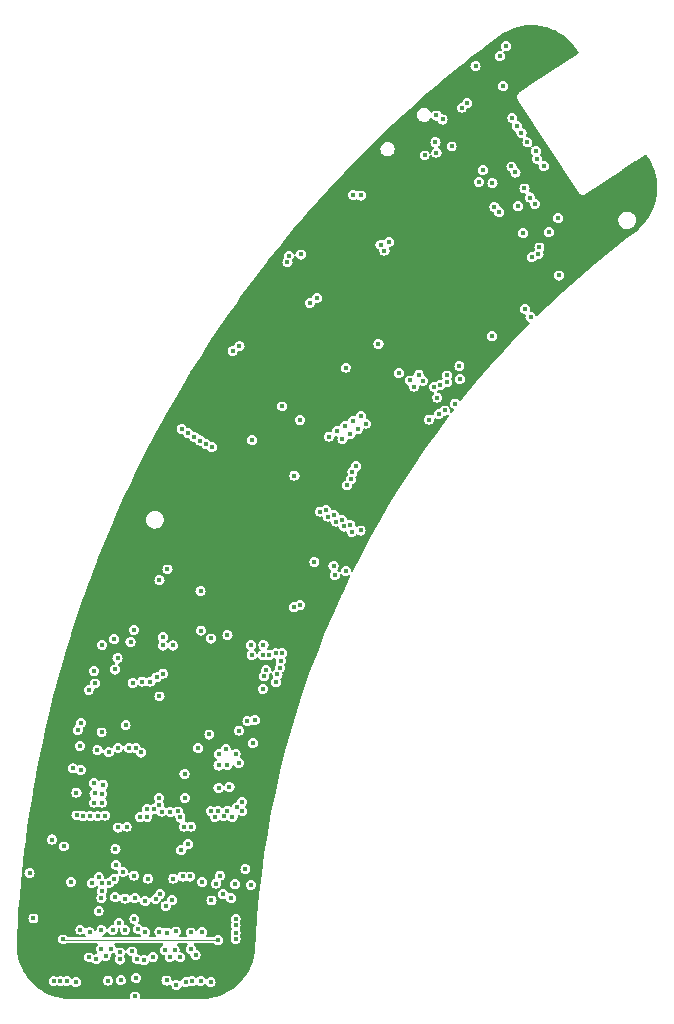
<source format=gbr>
%TF.GenerationSoftware,KiCad,Pcbnew,8.0.4*%
%TF.CreationDate,2024-09-02T19:36:39+02:00*%
%TF.ProjectId,Zoka-MainBoard,5a6f6b61-2d4d-4616-996e-426f6172642e,rev?*%
%TF.SameCoordinates,Original*%
%TF.FileFunction,Copper,L2,Inr*%
%TF.FilePolarity,Positive*%
%FSLAX46Y46*%
G04 Gerber Fmt 4.6, Leading zero omitted, Abs format (unit mm)*
G04 Created by KiCad (PCBNEW 8.0.4) date 2024-09-02 19:36:39*
%MOMM*%
%LPD*%
G01*
G04 APERTURE LIST*
G04 Aperture macros list*
%AMHorizOval*
0 Thick line with rounded ends*
0 $1 width*
0 $2 $3 position (X,Y) of the first rounded end (center of the circle)*
0 $4 $5 position (X,Y) of the second rounded end (center of the circle)*
0 Add line between two ends*
20,1,$1,$2,$3,$4,$5,0*
0 Add two circle primitives to create the rounded ends*
1,1,$1,$2,$3*
1,1,$1,$4,$5*%
G04 Aperture macros list end*
%TA.AperFunction,ComponentPad*%
%ADD10C,0.500000*%
%TD*%
%TA.AperFunction,ComponentPad*%
%ADD11C,0.300000*%
%TD*%
%TA.AperFunction,ComponentPad*%
%ADD12C,0.600000*%
%TD*%
%TA.AperFunction,ComponentPad*%
%ADD13HorizOval,1.000000X0.333939X0.220192X-0.333939X-0.220192X0*%
%TD*%
%TA.AperFunction,ComponentPad*%
%ADD14HorizOval,1.000000X0.500909X0.330288X-0.500909X-0.330288X0*%
%TD*%
%TA.AperFunction,ViaPad*%
%ADD15C,0.450000*%
%TD*%
%TA.AperFunction,Conductor*%
%ADD16C,0.100000*%
%TD*%
G04 APERTURE END LIST*
D10*
%TO.N,GND*%
%TO.C,U303*%
X187321950Y-51028094D03*
X187037583Y-52413423D03*
X186487102Y-51578575D03*
X185936621Y-50743727D03*
X185652254Y-52129056D03*
%TD*%
D11*
%TO.N,GND*%
%TO.C,U402*%
X157687987Y-103468462D03*
X156412987Y-102693462D03*
X158962987Y-102693462D03*
X157687987Y-101918462D03*
%TD*%
D12*
%TO.N,GND*%
%TO.C,U305*%
X169940888Y-68634951D03*
X168663298Y-67848972D03*
X169040100Y-68667825D03*
X169416902Y-69486678D03*
X168139312Y-68700699D03*
%TD*%
D11*
%TO.N,GND*%
%TO.C,U401*%
X163112989Y-103469321D03*
X161837989Y-102694321D03*
X164387989Y-102694321D03*
X163112989Y-101919321D03*
%TD*%
%TO.N,GND*%
%TO.C,U403*%
X152287986Y-103468457D03*
X151012986Y-102693457D03*
X153562986Y-102693457D03*
X152287986Y-101918457D03*
%TD*%
D12*
%TO.N,GND*%
%TO.C,U304*%
X175901996Y-63273893D03*
X177154268Y-62448172D03*
X176252892Y-62443609D03*
X175351516Y-62439046D03*
X176603788Y-61613325D03*
%TD*%
D13*
%TO.N,GND*%
%TO.C,J201*%
X194930718Y-47662237D03*
D14*
X198270109Y-45460314D03*
D13*
X188743314Y-38278547D03*
D14*
X192082706Y-36076624D03*
%TD*%
D15*
%TO.N,GND*%
X184516005Y-46158038D03*
X148183827Y-113325870D03*
X176143827Y-45865870D03*
X182744902Y-54961988D03*
X157921971Y-72341115D03*
X160926146Y-99401625D03*
X198143827Y-47865870D03*
X190346741Y-49021191D03*
X172584926Y-82477208D03*
X161901141Y-85101628D03*
X170643827Y-64365870D03*
X179643827Y-48365870D03*
X160551144Y-93676624D03*
X188317800Y-36164823D03*
X199643827Y-46365870D03*
X171952114Y-50220075D03*
X152201137Y-107676634D03*
X158177876Y-93243715D03*
X158301142Y-89176627D03*
X176885818Y-70094835D03*
X172391785Y-49660654D03*
X199643827Y-48365870D03*
X184761594Y-46954363D03*
X183243827Y-46865870D03*
X149051143Y-113026628D03*
X199643827Y-47285870D03*
X176143827Y-44865870D03*
X187536394Y-44623950D03*
X188658509Y-46282903D03*
X151501140Y-112151622D03*
X164964705Y-64376231D03*
X191645494Y-51339051D03*
X163070038Y-63209676D03*
X195643827Y-50865870D03*
X160883827Y-93005870D03*
X168503827Y-72685870D03*
X170143827Y-58365870D03*
X181143827Y-47365870D03*
X190143827Y-36865870D03*
X162143827Y-87965870D03*
X186127955Y-38656852D03*
X152851140Y-92426629D03*
X157160398Y-91518971D03*
X172643827Y-63365870D03*
X158951135Y-108343453D03*
X194643827Y-52865870D03*
X170143827Y-63865870D03*
X177143827Y-53365870D03*
X158880163Y-72930605D03*
X159348200Y-73219469D03*
X148901138Y-114676629D03*
X182143827Y-49365870D03*
X162153827Y-90465870D03*
X178703722Y-60570169D03*
X161894908Y-107857864D03*
X165053827Y-89195870D03*
X171622963Y-78125617D03*
X154543215Y-99517960D03*
X172843853Y-71130462D03*
X162226146Y-111351626D03*
X191643827Y-34365870D03*
X165053827Y-90465870D03*
X192214882Y-47070685D03*
X158143827Y-76865870D03*
X163538486Y-63497876D03*
X196643827Y-46365870D03*
X166176143Y-104001627D03*
X196643827Y-47365870D03*
X178373433Y-60069256D03*
X165963827Y-62525870D03*
X156643827Y-73365870D03*
X148351143Y-108501630D03*
X172332816Y-70816072D03*
X175143827Y-45865870D03*
X165963827Y-108245870D03*
X198143827Y-46865870D03*
X160351138Y-97676627D03*
X165963827Y-59985870D03*
X171043827Y-72685870D03*
X192567094Y-52827558D03*
X179832034Y-45503352D03*
X164016965Y-63792241D03*
X190143827Y-33865870D03*
X157643827Y-73365870D03*
X196643827Y-51365870D03*
X176290330Y-43689110D03*
X168503827Y-62525870D03*
X174143827Y-45865870D03*
X164307045Y-96401128D03*
X150551145Y-97726631D03*
X188633169Y-45090277D03*
X186935187Y-43779551D03*
X188143827Y-59465870D03*
X192175105Y-52187660D03*
X162153827Y-89195870D03*
X157376643Y-107935320D03*
X159821014Y-73500536D03*
X183586910Y-47519303D03*
X159643827Y-74365870D03*
X155803827Y-77765870D03*
X164226137Y-113076627D03*
X163423827Y-80305870D03*
X181203827Y-57445870D03*
X156904562Y-111385819D03*
X181875418Y-55505363D03*
X172176144Y-78776626D03*
X178146631Y-51076559D03*
X171043827Y-62525870D03*
X158600776Y-91886823D03*
X152126143Y-111376631D03*
X173354885Y-71444853D03*
X157453518Y-72052925D03*
X156643827Y-76865870D03*
X173669278Y-70933815D03*
X181198659Y-49483366D03*
X170143827Y-61365870D03*
X173583827Y-47285870D03*
X167143827Y-63865870D03*
X154951142Y-107801629D03*
X161726145Y-114976626D03*
X195643827Y-51865870D03*
X186643827Y-39365870D03*
X154051136Y-93076627D03*
X190346948Y-47007218D03*
X183545117Y-54404403D03*
X155350638Y-89001627D03*
X195643827Y-48865870D03*
X168013031Y-53654183D03*
X177872524Y-60399548D03*
X190643827Y-34865870D03*
X186743827Y-58665870D03*
X171086099Y-51449911D03*
X182643827Y-50365870D03*
X175143827Y-44865870D03*
X183934502Y-45650130D03*
X164496676Y-64087358D03*
X160201142Y-111526625D03*
X149551139Y-99251627D03*
X171511990Y-50869626D03*
X151476142Y-111351623D03*
X176123827Y-67605870D03*
X157776141Y-95776628D03*
X158400458Y-72635481D03*
X150976141Y-108201629D03*
X185119630Y-60341807D03*
X160883827Y-80305870D03*
X165963827Y-110785870D03*
X195643827Y-49865870D03*
X178143827Y-56865870D03*
X196643827Y-48365870D03*
X177143827Y-44865870D03*
X171697602Y-59968763D03*
X165437532Y-64657286D03*
X165043827Y-87965870D03*
X178202813Y-60900451D03*
X155801141Y-90776630D03*
X163423827Y-62525870D03*
X160401143Y-107826629D03*
X179643827Y-50365870D03*
X187507352Y-40113010D03*
X168503827Y-59985870D03*
X173643827Y-57365870D03*
X189910161Y-56363443D03*
X167143827Y-61365870D03*
X160251143Y-93026629D03*
X185146895Y-43436238D03*
X180693889Y-39467892D03*
X180007390Y-60549029D03*
X159876144Y-79301628D03*
%TO.N,+3.3V*%
X155360944Y-92447381D03*
X173714472Y-68231365D03*
X160901142Y-101026628D03*
X165226145Y-98926132D03*
X173941969Y-67123104D03*
X173274081Y-67563488D03*
X163226140Y-97751628D03*
X160351139Y-96576625D03*
X154676637Y-86776633D03*
X150901138Y-96101630D03*
X185270366Y-46439217D03*
X154476141Y-87726627D03*
X156051144Y-84376625D03*
X151197717Y-98145087D03*
X154701136Y-94351632D03*
X158226142Y-90001623D03*
X175277721Y-66242336D03*
X155446212Y-101033061D03*
X172962795Y-78952601D03*
X188104562Y-41028024D03*
X189128676Y-46991793D03*
X174609845Y-66682711D03*
X175050228Y-67350593D03*
X172606209Y-68003867D03*
X160376134Y-98601628D03*
X175718107Y-66910206D03*
X173988487Y-62171456D03*
X174382354Y-67790981D03*
X182195751Y-41160433D03*
X162576142Y-85101626D03*
X158901143Y-79251633D03*
%TO.N,/Battery Management/VSYS*%
X174101816Y-72139184D03*
X178499186Y-62621546D03*
X180513330Y-63273460D03*
X176764257Y-60172050D03*
X179761965Y-63768892D03*
X180169281Y-62751678D03*
X174874640Y-70501275D03*
X174560254Y-71012321D03*
X174416205Y-71628146D03*
X179417918Y-63247110D03*
%TO.N,/1.8V_LCD*%
X158676140Y-111476628D03*
X158226138Y-109926628D03*
X153351148Y-99001625D03*
X156350971Y-112270370D03*
X152301142Y-109976628D03*
X161278529Y-111903822D03*
X152726137Y-98226626D03*
X153376142Y-98251626D03*
X156976142Y-109976626D03*
X152701143Y-99001629D03*
%TO.N,VBUS*%
X191987645Y-49496380D03*
%TO.N,/MCU/VBUS_USB*%
X186420826Y-46549053D03*
X188490654Y-41740511D03*
X189996786Y-48293683D03*
X188876946Y-42286987D03*
%TO.N,/MCU/USB_D+*%
X189373827Y-43095870D03*
X188030278Y-45140884D03*
X190202045Y-44498234D03*
%TO.N,/MCU/USB_D-*%
X190775604Y-45114990D03*
X188365224Y-45648845D03*
X190081345Y-43835926D03*
%TO.N,/ENCODER_S2*%
X181670931Y-40821959D03*
X181591607Y-43085414D03*
X180677643Y-44197138D03*
%TO.N,/ENCODER_A*%
X164416468Y-60741716D03*
X153376146Y-85626633D03*
X175272084Y-47594639D03*
X184291751Y-39777772D03*
X176942836Y-51763405D03*
%TO.N,/ENCODER_B*%
X165000862Y-60356380D03*
X177273126Y-52264312D03*
X184987077Y-36654134D03*
X174634468Y-47535942D03*
X183809483Y-40156258D03*
X152676138Y-87826633D03*
%TO.N,/ENCODER_S1*%
X170179422Y-52587370D03*
X182962718Y-43439049D03*
%TO.N,/Battery Management/ENCODER_BUTTON*%
X168097195Y-88788571D03*
X175251782Y-75954474D03*
X166977143Y-89352264D03*
X183226207Y-65210944D03*
X185600468Y-45455837D03*
X183647617Y-63141377D03*
%TO.N,/MISO*%
X152978529Y-100103822D03*
%TO.N,/OLED/MCLK_1.8V*%
X152276141Y-112101627D03*
X151526136Y-109751627D03*
%TO.N,/OLED/XVD_1.8V*%
X152890591Y-112251628D03*
X153076143Y-108176631D03*
%TO.N,/OLED/R7_1.8V*%
X153316084Y-107051626D03*
X163362986Y-105176630D03*
X153316080Y-109801630D03*
X153276139Y-111376628D03*
%TO.N,/OLED/R6_1.8V*%
X153351142Y-106501630D03*
X162988479Y-105851632D03*
%TO.N,/OLED/R5_1.8V*%
X153665087Y-111995870D03*
X162626146Y-107276627D03*
X154826136Y-109176626D03*
X154486358Y-106995870D03*
%TO.N,/OLED/R4_1.8V*%
X153937093Y-105827129D03*
X161851144Y-105701627D03*
%TO.N,/OLED/R3_1.8V*%
X154376143Y-105452127D03*
X160176139Y-105251622D03*
X154114703Y-111363073D03*
X154265087Y-109776628D03*
%TO.N,/OLED/RGB_LSB_1.8V*%
X158873827Y-109995870D03*
X164673827Y-109401626D03*
%TO.N,/OLED/G7_1.8V*%
X154890587Y-112276626D03*
X156425643Y-109726627D03*
%TO.N,/OLED/G6_1.8V*%
X155301142Y-107126625D03*
X156125639Y-107101628D03*
%TO.N,/OLED/G5_1.8V*%
X155326147Y-109776622D03*
X154901138Y-111676628D03*
%TO.N,/OLED/G4_1.8V*%
X156100638Y-108851630D03*
X164673827Y-108826634D03*
%TO.N,/OLED/G3_1.8V*%
X156244332Y-113852129D03*
X156176142Y-115403947D03*
X164626140Y-105901633D03*
X165962616Y-105958190D03*
%TO.N,/Battery Management/PGOOD*%
X189622504Y-47767696D03*
X174390504Y-75486823D03*
X182561148Y-62833397D03*
X165673827Y-92095870D03*
X168607795Y-86333286D03*
X181873827Y-66095870D03*
%TO.N,/OLED/B7_1.8V*%
X157007347Y-107351130D03*
X157226148Y-105426627D03*
X159401140Y-105426631D03*
X156914194Y-112335319D03*
%TO.N,/OLED/B6_1.8V*%
X157904562Y-107135320D03*
X159303483Y-107251624D03*
%TO.N,/OLED/B5_1.8V*%
X158751138Y-107726629D03*
X155873827Y-111595870D03*
%TO.N,/OLED/B3_1.8V*%
X163626139Y-106751630D03*
X158301137Y-106726130D03*
X157676144Y-112051628D03*
X164673827Y-110545373D03*
%TO.N,/OLED/CS_1.8V*%
X164673827Y-109995870D03*
X164301142Y-107101626D03*
X154551140Y-104276631D03*
X159601003Y-109907955D03*
%TO.N,/OLED/SCK_1.8V*%
X159658184Y-114439960D03*
X150373827Y-114095870D03*
X159101140Y-112100027D03*
X153351141Y-105795870D03*
%TO.N,/OLED/MOSI_1.8V*%
X160448831Y-114178940D03*
X159501141Y-111451631D03*
X153073827Y-105295870D03*
X149823330Y-114095870D03*
%TO.N,/OLED/MISO_1.8V*%
X161001146Y-114126623D03*
X152501141Y-105801628D03*
X159973827Y-112095870D03*
X149273827Y-114095870D03*
%TO.N,/Battery Management/CHARGE_STATUS*%
X188581373Y-48508136D03*
X192073179Y-54363922D03*
X190393302Y-51997910D03*
X173840223Y-75617918D03*
X164973827Y-92895870D03*
X168053497Y-86353896D03*
%TO.N,/MOSI*%
X153452957Y-97473816D03*
X152700644Y-97351628D03*
X152974303Y-94555138D03*
X153923800Y-94723085D03*
X153624953Y-100099190D03*
%TO.N,/SCK*%
X151313640Y-92839126D03*
%TO.N,/CS*%
X151576139Y-92226632D03*
%TO.N,/XCLR*%
X155776141Y-85401625D03*
X152378530Y-100126623D03*
X154401645Y-85151623D03*
%TO.N,/XHD*%
X151201136Y-100076627D03*
%TO.N,/HVD*%
X151749959Y-100104064D03*
%TO.N,/MCLK*%
X150126144Y-102701627D03*
X153326144Y-93051626D03*
X151569910Y-96220396D03*
%TO.N,/B5*%
X166951141Y-86526127D03*
X167027862Y-85649905D03*
X160301140Y-101026625D03*
%TO.N,/B4*%
X166026142Y-86526123D03*
X159997279Y-100258075D03*
X165976142Y-85651628D03*
%TO.N,/B3*%
X159776643Y-99745360D03*
%TO.N,/B2*%
X159151143Y-99776630D03*
%TO.N,/B1*%
X158424955Y-99753205D03*
%TO.N,/SDA*%
X159373827Y-85695870D03*
X186999744Y-48991045D03*
X152226496Y-89451982D03*
X158516642Y-85695870D03*
X186376591Y-59517525D03*
X172346361Y-74229255D03*
X190309931Y-52557934D03*
%TO.N,/G5*%
X157178529Y-100203823D03*
X157426644Y-88755271D03*
X156651142Y-94751629D03*
%TO.N,/G4*%
X156578530Y-100203823D03*
X156778457Y-88753938D03*
X156203316Y-94374773D03*
%TO.N,/G3*%
X158497467Y-88075674D03*
X154701136Y-101101630D03*
X155651141Y-94351630D03*
%TO.N,/G2*%
X164938484Y-95618293D03*
%TO.N,/G1*%
X163226139Y-95851630D03*
X164403090Y-100226628D03*
X163980382Y-95839509D03*
%TO.N,/R5*%
X163653587Y-100160455D03*
%TO.N,/R4*%
X163151141Y-99676628D03*
%TO.N,/R3*%
X162904090Y-100190354D03*
%TO.N,/R2*%
X162573827Y-99696588D03*
%TO.N,/R1*%
X160651137Y-102501629D03*
%TO.N,/SCL*%
X158500643Y-84976630D03*
X189644936Y-57907490D03*
X166123831Y-93949319D03*
X157973827Y-88395870D03*
X189188296Y-57214966D03*
X183619651Y-62058678D03*
X163244142Y-94894624D03*
X171796075Y-74360354D03*
X158226142Y-80176631D03*
X186585968Y-48545187D03*
X161701143Y-81101625D03*
X165226145Y-99726624D03*
X189753973Y-52804734D03*
%TO.N,/I2S_PDM_CLK*%
X152776142Y-88901627D03*
%TO.N,/I2S_PDM_DATA*%
X163983909Y-84817383D03*
X161726141Y-84426625D03*
X155951144Y-88851631D03*
%TO.N,/MCU/RGB_LSB*%
X164671221Y-94885907D03*
X163976137Y-99676626D03*
%TO.N,Net-(U201-EN)*%
X151501143Y-94176626D03*
%TO.N,+1V8*%
X157146213Y-99533062D03*
X155126142Y-104851129D03*
X158201144Y-99176631D03*
X154501142Y-102951631D03*
X160801639Y-105251629D03*
X157746212Y-99533061D03*
X150726141Y-105701630D03*
X156050646Y-105176625D03*
X160069877Y-103016142D03*
X158201144Y-98601629D03*
X165501145Y-104626625D03*
%TO.N,+10V*%
X151151136Y-114202130D03*
X161681488Y-68341670D03*
X162656080Y-68913498D03*
X160658542Y-67698582D03*
X161183782Y-68040999D03*
X160098669Y-67349059D03*
X162551145Y-114201631D03*
X162165443Y-68621479D03*
%TO.N,/Battery Management/ESP_POWER_EN*%
X171539288Y-56284648D03*
X169172220Y-52694799D03*
X166292574Y-92005569D03*
X182374532Y-65798827D03*
X174504988Y-76065073D03*
X181675920Y-43957532D03*
X164151137Y-97676630D03*
X182004044Y-63613131D03*
X168213995Y-88139476D03*
%TO.N,/Battery Management/1.8V_ENABLE*%
X161501139Y-94401624D03*
X162451136Y-93226626D03*
%TO.N,/Battery Management/10V_ENABLE*%
X181070931Y-66566415D03*
X173709126Y-75067631D03*
X163826143Y-94451628D03*
X167501140Y-86526630D03*
%TO.N,Net-(C411-Pad1)*%
X150076140Y-110576627D03*
X163176144Y-110651628D03*
%TO.N,Net-(J401-VOFS)*%
X161851142Y-109951628D03*
X161726140Y-114076629D03*
%TO.N,Net-(J401-VG255)*%
X160873827Y-111395870D03*
X160877238Y-109992460D03*
%TO.N,Net-(J401-TEST(SCAN_MODE))*%
X153843827Y-114065870D03*
%TO.N,Net-(J401-TEST(PSCNT))*%
X154951143Y-114026625D03*
%TO.N,Net-(J401-TEST(VFUSE))*%
X158827655Y-114056899D03*
%TO.N,Net-(U305-FB)*%
X166066244Y-68311052D03*
X168619207Y-65449474D03*
%TO.N,/BUTTON2*%
X171341329Y-78630165D03*
X169613942Y-82439926D03*
X168497614Y-86973097D03*
X167276641Y-87770370D03*
%TO.N,/BUTTON1*%
X170147841Y-82240045D03*
X167076645Y-88295870D03*
X168430522Y-87569808D03*
X173074268Y-79725631D03*
%TO.N,/LEDS_ENABLE*%
X149126140Y-102126623D03*
X164776145Y-99401630D03*
%TO.N,Net-(LED201-RA)*%
X187334954Y-38323039D03*
X173158841Y-75198728D03*
%TO.N,Net-(LED201-GA)*%
X170954892Y-56669984D03*
X181457525Y-63786769D03*
X169058473Y-53248933D03*
X187030305Y-35794842D03*
X172477457Y-74779536D03*
X181740638Y-64701646D03*
%TO.N,Net-(LED201-BA)*%
X173027745Y-74648446D03*
X187570015Y-34959839D03*
%TO.N,Net-(J501-Pad1)*%
X173991391Y-79379934D03*
%TO.N,Net-(Q307-G)*%
X177637327Y-51545036D03*
X182569748Y-63385273D03*
%TO.N,/Battery Management/VSYS_CONTROLED_10V*%
X169651791Y-71309400D03*
X170124497Y-66581001D03*
%TO.N,Net-(U303-PSEL)*%
X189023049Y-50771269D03*
X191184238Y-50684931D03*
%TO.N,Net-(LED502-K)*%
X147551142Y-108801629D03*
X147226140Y-104976628D03*
%TD*%
D16*
%TO.N,Net-(C411-Pad1)*%
X150076140Y-110576627D02*
X150151140Y-110651626D01*
X150151140Y-110651626D02*
X163176144Y-110651628D01*
%TD*%
%TA.AperFunction,Conductor*%
%TO.N,GND*%
G36*
X190116275Y-33185546D02*
G01*
X190120693Y-33185926D01*
X190527269Y-33239439D01*
X190531657Y-33240219D01*
X190931763Y-33330120D01*
X190936042Y-33331285D01*
X191326445Y-33456850D01*
X191330611Y-33458401D01*
X191708116Y-33618603D01*
X191712104Y-33620512D01*
X192073659Y-33814055D01*
X192077481Y-33816329D01*
X192420127Y-34041628D01*
X192423727Y-34044235D01*
X192744693Y-34299467D01*
X192748052Y-34302395D01*
X193044734Y-34585487D01*
X193047808Y-34588696D01*
X193317813Y-34897369D01*
X193320580Y-34900837D01*
X193562738Y-35234000D01*
X193564023Y-35235854D01*
X193705484Y-35450390D01*
X193721732Y-35509379D01*
X193700205Y-35566652D01*
X193677332Y-35587538D01*
X188700643Y-38869058D01*
X188687049Y-38876563D01*
X188665079Y-38886530D01*
X188665076Y-38886532D01*
X188641512Y-38908050D01*
X188571394Y-38972076D01*
X188508728Y-39082387D01*
X188508727Y-39082389D01*
X188483217Y-39206662D01*
X188495933Y-39320020D01*
X188497360Y-39332737D01*
X188513380Y-39368053D01*
X188549769Y-39448273D01*
X188566030Y-39466080D01*
X188575574Y-39478339D01*
X188685231Y-39644642D01*
X193761862Y-47343760D01*
X193769367Y-47357356D01*
X193779332Y-47379320D01*
X193779336Y-47379327D01*
X193864882Y-47473011D01*
X193975191Y-47535676D01*
X194099466Y-47561186D01*
X194225541Y-47547044D01*
X194312014Y-47507818D01*
X194312013Y-47507818D01*
X194320140Y-47504132D01*
X194320143Y-47504130D01*
X194341075Y-47494635D01*
X194358891Y-47478365D01*
X194371132Y-47468835D01*
X199350888Y-44185292D01*
X199409874Y-44169045D01*
X199467147Y-44190572D01*
X199487630Y-44212839D01*
X199631609Y-44427741D01*
X199632969Y-44429888D01*
X199840983Y-44777733D01*
X199843073Y-44781609D01*
X200019053Y-45145899D01*
X200020788Y-45149939D01*
X200067641Y-45274010D01*
X200163704Y-45528398D01*
X200165075Y-45532583D01*
X200273816Y-45922256D01*
X200274809Y-45926546D01*
X200348506Y-46324333D01*
X200349114Y-46328695D01*
X200387186Y-46731453D01*
X200387405Y-46735851D01*
X200389550Y-47140405D01*
X200389378Y-47144804D01*
X200355582Y-47547946D01*
X200355019Y-47552314D01*
X200285549Y-47950847D01*
X200284601Y-47955147D01*
X200180000Y-48345958D01*
X200178673Y-48350157D01*
X200039776Y-48730118D01*
X200038082Y-48734182D01*
X199865985Y-49100303D01*
X199863936Y-49104201D01*
X199660001Y-49453586D01*
X199657614Y-49457287D01*
X199423436Y-49787195D01*
X199420730Y-49790669D01*
X199158197Y-50098444D01*
X199155194Y-50101664D01*
X198866334Y-50384930D01*
X198863060Y-50387866D01*
X198820519Y-50422741D01*
X198548534Y-50645703D01*
X197838763Y-51176599D01*
X196442981Y-52269282D01*
X195071576Y-53392409D01*
X193725212Y-54545435D01*
X192404540Y-55727802D01*
X191110201Y-56938938D01*
X190217236Y-57812129D01*
X190162412Y-57839294D01*
X190102091Y-57829047D01*
X190059314Y-57785301D01*
X190055655Y-57776326D01*
X189993465Y-57654272D01*
X189993464Y-57654270D01*
X189898156Y-57558962D01*
X189898153Y-57558960D01*
X189778065Y-57497772D01*
X189778063Y-57497771D01*
X189675060Y-57481457D01*
X189620543Y-57453679D01*
X189592766Y-57399163D01*
X189596394Y-57353079D01*
X189598014Y-57348093D01*
X189598015Y-57348092D01*
X189619100Y-57214966D01*
X189598015Y-57081840D01*
X189536824Y-56961746D01*
X189441516Y-56866438D01*
X189441513Y-56866436D01*
X189321425Y-56805248D01*
X189321423Y-56805247D01*
X189188296Y-56784162D01*
X189055168Y-56805247D01*
X189055166Y-56805248D01*
X188935078Y-56866436D01*
X188839766Y-56961748D01*
X188778578Y-57081836D01*
X188778577Y-57081838D01*
X188757492Y-57214965D01*
X188757492Y-57214966D01*
X188778577Y-57348093D01*
X188778578Y-57348095D01*
X188832376Y-57453679D01*
X188839768Y-57468186D01*
X188935076Y-57563494D01*
X189055170Y-57624685D01*
X189158171Y-57640998D01*
X189212687Y-57668775D01*
X189240465Y-57723291D01*
X189236840Y-57769367D01*
X189235217Y-57774361D01*
X189214132Y-57907489D01*
X189214132Y-57907490D01*
X189235217Y-58040617D01*
X189235218Y-58040619D01*
X189295324Y-58158583D01*
X189296408Y-58160710D01*
X189391716Y-58256018D01*
X189391718Y-58256019D01*
X189518752Y-58320747D01*
X189517620Y-58322968D01*
X189557480Y-58351920D01*
X189576394Y-58410109D01*
X189557494Y-58468302D01*
X189548150Y-58479364D01*
X188603011Y-59445158D01*
X187391375Y-60739029D01*
X186208498Y-62059243D01*
X185054951Y-63405162D01*
X183931295Y-64776133D01*
X183754873Y-65001310D01*
X183704102Y-65035456D01*
X183642957Y-65033237D01*
X183594793Y-64995503D01*
X183588738Y-64985207D01*
X183574735Y-64957724D01*
X183479427Y-64862416D01*
X183479424Y-64862414D01*
X183359336Y-64801226D01*
X183359334Y-64801225D01*
X183226207Y-64780140D01*
X183093079Y-64801225D01*
X183093077Y-64801226D01*
X182972989Y-64862414D01*
X182877677Y-64957726D01*
X182816489Y-65077814D01*
X182816488Y-65077816D01*
X182797729Y-65196256D01*
X182795403Y-65210944D01*
X182816488Y-65344070D01*
X182828693Y-65368023D01*
X182839138Y-65388523D01*
X182848709Y-65448955D01*
X182833407Y-65478987D01*
X182834322Y-65478521D01*
X182894754Y-65488092D01*
X182919810Y-65506295D01*
X182972987Y-65559472D01*
X183093081Y-65620663D01*
X183093085Y-65620663D01*
X183099144Y-65622633D01*
X183148645Y-65658596D01*
X183167553Y-65716786D01*
X183148647Y-65774977D01*
X183146483Y-65777844D01*
X182958033Y-66018377D01*
X182907262Y-66052523D01*
X182846117Y-66050305D01*
X182797953Y-66012570D01*
X182781168Y-65953732D01*
X182783644Y-65939745D01*
X182783032Y-65939649D01*
X182790293Y-65893808D01*
X182805336Y-65798827D01*
X182805205Y-65798003D01*
X182801367Y-65773772D01*
X182784251Y-65665701D01*
X182761600Y-65621247D01*
X182752029Y-65560816D01*
X182767331Y-65530781D01*
X182766415Y-65531249D01*
X182705983Y-65521678D01*
X182680927Y-65503474D01*
X182627752Y-65450299D01*
X182627749Y-65450297D01*
X182507661Y-65389109D01*
X182507659Y-65389108D01*
X182374532Y-65368023D01*
X182241404Y-65389108D01*
X182241402Y-65389109D01*
X182121314Y-65450297D01*
X182026002Y-65545609D01*
X181990972Y-65614360D01*
X181947708Y-65657625D01*
X181887276Y-65667196D01*
X181873828Y-65665066D01*
X181873826Y-65665066D01*
X181740699Y-65686151D01*
X181740697Y-65686152D01*
X181620609Y-65747340D01*
X181525297Y-65842652D01*
X181464109Y-65962740D01*
X181464108Y-65962742D01*
X181443023Y-66095869D01*
X181443023Y-66095872D01*
X181444085Y-66102578D01*
X181434513Y-66163010D01*
X181391248Y-66206274D01*
X181330816Y-66215845D01*
X181301359Y-66206274D01*
X181270444Y-66190522D01*
X181204057Y-66156696D01*
X181070931Y-66135611D01*
X180937803Y-66156696D01*
X180937801Y-66156697D01*
X180817713Y-66217885D01*
X180722401Y-66313197D01*
X180661213Y-66433285D01*
X180661212Y-66433287D01*
X180640127Y-66566414D01*
X180640127Y-66566415D01*
X180661212Y-66699542D01*
X180661213Y-66699544D01*
X180722401Y-66819632D01*
X180722403Y-66819635D01*
X180817711Y-66914943D01*
X180937805Y-66976134D01*
X181070931Y-66997219D01*
X181204057Y-66976134D01*
X181324151Y-66914943D01*
X181419459Y-66819635D01*
X181480650Y-66699541D01*
X181501735Y-66566415D01*
X181500673Y-66559710D01*
X181510241Y-66499279D01*
X181553504Y-66456012D01*
X181613936Y-66446438D01*
X181643398Y-66456011D01*
X181689306Y-66479402D01*
X181740701Y-66505589D01*
X181873827Y-66526674D01*
X182006953Y-66505589D01*
X182127047Y-66444398D01*
X182222355Y-66349090D01*
X182257387Y-66280334D01*
X182300649Y-66237072D01*
X182361079Y-66227500D01*
X182367854Y-66228573D01*
X182374530Y-66229631D01*
X182374532Y-66229631D01*
X182507658Y-66208546D01*
X182617649Y-66152502D01*
X182678078Y-66142931D01*
X182732595Y-66170708D01*
X182760373Y-66225224D01*
X182750802Y-66285656D01*
X182741847Y-66300039D01*
X181775813Y-67590566D01*
X180745030Y-69032666D01*
X179746223Y-70497094D01*
X178779877Y-71983142D01*
X177846457Y-73490090D01*
X176946417Y-75017209D01*
X176080191Y-76563760D01*
X175248200Y-78128993D01*
X174607233Y-79401642D01*
X174564171Y-79445108D01*
X174503785Y-79454963D01*
X174449139Y-79427440D01*
X174421106Y-79373054D01*
X174421033Y-79372597D01*
X174419379Y-79362155D01*
X174401110Y-79246808D01*
X174401109Y-79246806D01*
X174401108Y-79246804D01*
X174339920Y-79126716D01*
X174339919Y-79126714D01*
X174244611Y-79031406D01*
X174244608Y-79031404D01*
X174124520Y-78970216D01*
X174124518Y-78970215D01*
X173991391Y-78949130D01*
X173858263Y-78970215D01*
X173858261Y-78970216D01*
X173738173Y-79031404D01*
X173642861Y-79126716D01*
X173581673Y-79246804D01*
X173581672Y-79246805D01*
X173559497Y-79386812D01*
X173531719Y-79441328D01*
X173477203Y-79469105D01*
X173416770Y-79459533D01*
X173391715Y-79441330D01*
X173327488Y-79377103D01*
X173324719Y-79375692D01*
X173322524Y-79373497D01*
X173321186Y-79372525D01*
X173321340Y-79372313D01*
X173281456Y-79332429D01*
X173271885Y-79271997D01*
X173299661Y-79217482D01*
X173311323Y-79205821D01*
X173372514Y-79085727D01*
X173393599Y-78952601D01*
X173372514Y-78819475D01*
X173311323Y-78699381D01*
X173216015Y-78604073D01*
X173216012Y-78604071D01*
X173095924Y-78542883D01*
X173095922Y-78542882D01*
X172962795Y-78521797D01*
X172829667Y-78542882D01*
X172829665Y-78542883D01*
X172709577Y-78604071D01*
X172614265Y-78699383D01*
X172553077Y-78819471D01*
X172553076Y-78819473D01*
X172531991Y-78952600D01*
X172531991Y-78952601D01*
X172553076Y-79085728D01*
X172553077Y-79085730D01*
X172614265Y-79205818D01*
X172614267Y-79205821D01*
X172709575Y-79301129D01*
X172712339Y-79302537D01*
X172714532Y-79304729D01*
X172715877Y-79305707D01*
X172715722Y-79305920D01*
X172755604Y-79345799D01*
X172765178Y-79406230D01*
X172737402Y-79460748D01*
X172737402Y-79460749D01*
X172725739Y-79472411D01*
X172725738Y-79472413D01*
X172664550Y-79592501D01*
X172664549Y-79592503D01*
X172643464Y-79725630D01*
X172643464Y-79725631D01*
X172664549Y-79858758D01*
X172664550Y-79858760D01*
X172725738Y-79978848D01*
X172725740Y-79978851D01*
X172821048Y-80074159D01*
X172941142Y-80135350D01*
X173074268Y-80156435D01*
X173207394Y-80135350D01*
X173327488Y-80074159D01*
X173422796Y-79978851D01*
X173483987Y-79858757D01*
X173505072Y-79725631D01*
X173505071Y-79725629D01*
X173506161Y-79718753D01*
X173533938Y-79664237D01*
X173588455Y-79636459D01*
X173648887Y-79646030D01*
X173673942Y-79664233D01*
X173738171Y-79728462D01*
X173858265Y-79789653D01*
X173991391Y-79810738D01*
X174124517Y-79789653D01*
X174244611Y-79728462D01*
X174244613Y-79728459D01*
X174247042Y-79727222D01*
X174307474Y-79717650D01*
X174361991Y-79745427D01*
X174389769Y-79799943D01*
X174381365Y-79858007D01*
X173725535Y-81234754D01*
X173688514Y-81312469D01*
X172961575Y-82929171D01*
X172270379Y-84561474D01*
X171615262Y-86208589D01*
X170996541Y-87869717D01*
X170414514Y-89544056D01*
X169869465Y-91230794D01*
X169361655Y-92929116D01*
X168891333Y-94638198D01*
X168458724Y-96357213D01*
X168064040Y-98085331D01*
X167707469Y-99821713D01*
X167389186Y-101565519D01*
X167109344Y-103315906D01*
X166868079Y-105072025D01*
X166665508Y-106833028D01*
X166501728Y-108598061D01*
X166376819Y-110366270D01*
X166336609Y-111194016D01*
X166336608Y-111194022D01*
X166334019Y-111247340D01*
X166333870Y-111250411D01*
X166333713Y-111252621D01*
X166295668Y-111659269D01*
X166295058Y-111663660D01*
X166221006Y-112064162D01*
X166220006Y-112068481D01*
X166110437Y-112460750D01*
X166109054Y-112464963D01*
X166027607Y-112680088D01*
X165965553Y-112843992D01*
X165964845Y-112845861D01*
X165963091Y-112849932D01*
X165785389Y-113216423D01*
X165783278Y-113220322D01*
X165613082Y-113503599D01*
X165574053Y-113568560D01*
X165573528Y-113569433D01*
X165571077Y-113573127D01*
X165330930Y-113902102D01*
X165328158Y-113905562D01*
X165059566Y-114211731D01*
X165056496Y-114214929D01*
X164761601Y-114495852D01*
X164758257Y-114498763D01*
X164439408Y-114752197D01*
X164435818Y-114754797D01*
X164095595Y-114978695D01*
X164091786Y-114980964D01*
X163788041Y-115143952D01*
X163775414Y-115150729D01*
X163732905Y-115173539D01*
X163728909Y-115175458D01*
X163354238Y-115335168D01*
X163350086Y-115336722D01*
X162962635Y-115462288D01*
X162958360Y-115463465D01*
X162561226Y-115553880D01*
X162556863Y-115554670D01*
X162256761Y-115595219D01*
X162153254Y-115609205D01*
X162148840Y-115609602D01*
X161740347Y-115627898D01*
X161738132Y-115627948D01*
X156687382Y-115627948D01*
X156629191Y-115609041D01*
X156593227Y-115559541D01*
X156589601Y-115513461D01*
X156606946Y-115403947D01*
X156606946Y-115403946D01*
X156602977Y-115378892D01*
X156585861Y-115270821D01*
X156524670Y-115150727D01*
X156429362Y-115055419D01*
X156429359Y-115055417D01*
X156309271Y-114994229D01*
X156309269Y-114994228D01*
X156176142Y-114973143D01*
X156043014Y-114994228D01*
X156043012Y-114994229D01*
X155922924Y-115055417D01*
X155827612Y-115150729D01*
X155766424Y-115270817D01*
X155766423Y-115270819D01*
X155745338Y-115403946D01*
X155745338Y-115403947D01*
X155762683Y-115513461D01*
X155753112Y-115573893D01*
X155709847Y-115617158D01*
X155664902Y-115627948D01*
X150729379Y-115627948D01*
X150727160Y-115627898D01*
X150318663Y-115609570D01*
X150314242Y-115609173D01*
X149910157Y-115554498D01*
X149905789Y-115553707D01*
X149508199Y-115463068D01*
X149503920Y-115461889D01*
X149116056Y-115336021D01*
X149111900Y-115334463D01*
X148736853Y-115174370D01*
X148732868Y-115172454D01*
X148401209Y-114994229D01*
X148373659Y-114979424D01*
X148369847Y-114977150D01*
X148029368Y-114752739D01*
X148025782Y-114750138D01*
X147706754Y-114496135D01*
X147703423Y-114493231D01*
X147408412Y-114211681D01*
X147405345Y-114208479D01*
X147398498Y-114200658D01*
X147306761Y-114095870D01*
X148843023Y-114095870D01*
X148864108Y-114228997D01*
X148864109Y-114228999D01*
X148925297Y-114349087D01*
X148925299Y-114349090D01*
X149020607Y-114444398D01*
X149043522Y-114456074D01*
X149102934Y-114486346D01*
X149140701Y-114505589D01*
X149273827Y-114526674D01*
X149406953Y-114505589D01*
X149503633Y-114456327D01*
X149564064Y-114446756D01*
X149593523Y-114456328D01*
X149665936Y-114493224D01*
X149690204Y-114505589D01*
X149823330Y-114526674D01*
X149956456Y-114505589D01*
X150053632Y-114456074D01*
X150114064Y-114446503D01*
X150143521Y-114456073D01*
X150240701Y-114505589D01*
X150373827Y-114526674D01*
X150506953Y-114505589D01*
X150627047Y-114444398D01*
X150643301Y-114428143D01*
X150697815Y-114400366D01*
X150758247Y-114409936D01*
X150797642Y-114449329D01*
X150798030Y-114449048D01*
X150799807Y-114451494D01*
X150801512Y-114453199D01*
X150802608Y-114455350D01*
X150897916Y-114550658D01*
X151018010Y-114611849D01*
X151151136Y-114632934D01*
X151284262Y-114611849D01*
X151404356Y-114550658D01*
X151499664Y-114455350D01*
X151560855Y-114335256D01*
X151581940Y-114202130D01*
X151579502Y-114186740D01*
X151565110Y-114095870D01*
X151560855Y-114069004D01*
X151559258Y-114065870D01*
X153413023Y-114065870D01*
X153434108Y-114198997D01*
X153434109Y-114198999D01*
X153490728Y-114310119D01*
X153495299Y-114319090D01*
X153590607Y-114414398D01*
X153590609Y-114414399D01*
X153693090Y-114466616D01*
X153710701Y-114475589D01*
X153843827Y-114496674D01*
X153976953Y-114475589D01*
X154097047Y-114414398D01*
X154192355Y-114319090D01*
X154253546Y-114198996D01*
X154274631Y-114065870D01*
X154271673Y-114047197D01*
X154268415Y-114026625D01*
X154520339Y-114026625D01*
X154541424Y-114159752D01*
X154541425Y-114159754D01*
X154593445Y-114261848D01*
X154602615Y-114279845D01*
X154697923Y-114375153D01*
X154697925Y-114375154D01*
X154790589Y-114422369D01*
X154818017Y-114436344D01*
X154951143Y-114457429D01*
X155084269Y-114436344D01*
X155204363Y-114375153D01*
X155299671Y-114279845D01*
X155360862Y-114159751D01*
X155381947Y-114026625D01*
X155381493Y-114023761D01*
X155371829Y-113962742D01*
X155360862Y-113893499D01*
X155339783Y-113852129D01*
X155813528Y-113852129D01*
X155834613Y-113985256D01*
X155834614Y-113985258D01*
X155890974Y-114095870D01*
X155895804Y-114105349D01*
X155991112Y-114200657D01*
X156111206Y-114261848D01*
X156244332Y-114282933D01*
X156377458Y-114261848D01*
X156497552Y-114200657D01*
X156592860Y-114105349D01*
X156617547Y-114056899D01*
X158396851Y-114056899D01*
X158417936Y-114190026D01*
X158417937Y-114190028D01*
X158477453Y-114306834D01*
X158479127Y-114310119D01*
X158574435Y-114405427D01*
X158574437Y-114405428D01*
X158664846Y-114451494D01*
X158694529Y-114466618D01*
X158827655Y-114487703D01*
X158960781Y-114466618D01*
X159074473Y-114408689D01*
X159087817Y-114401890D01*
X159089117Y-114404442D01*
X159134842Y-114389584D01*
X159193034Y-114408488D01*
X159229000Y-114457987D01*
X159232628Y-114473097D01*
X159248465Y-114573087D01*
X159248466Y-114573089D01*
X159278959Y-114632934D01*
X159309656Y-114693180D01*
X159404964Y-114788488D01*
X159525058Y-114849679D01*
X159658184Y-114870764D01*
X159791310Y-114849679D01*
X159911404Y-114788488D01*
X160006712Y-114693180D01*
X160067733Y-114573418D01*
X160110997Y-114530155D01*
X160171429Y-114520584D01*
X160200883Y-114530154D01*
X160315705Y-114588659D01*
X160448831Y-114609744D01*
X160581957Y-114588659D01*
X160702051Y-114527468D01*
X160702052Y-114527467D01*
X160708353Y-114522889D01*
X160709266Y-114524145D01*
X160755839Y-114500409D01*
X160816272Y-114509975D01*
X160868020Y-114536342D01*
X161001146Y-114557427D01*
X161134272Y-114536342D01*
X161254366Y-114475151D01*
X161318638Y-114410878D01*
X161373153Y-114383103D01*
X161433585Y-114392674D01*
X161458640Y-114410877D01*
X161472920Y-114425157D01*
X161593014Y-114486348D01*
X161726140Y-114507433D01*
X161859266Y-114486348D01*
X161979360Y-114425157D01*
X162020885Y-114383631D01*
X162075399Y-114355855D01*
X162135831Y-114365426D01*
X162179096Y-114408689D01*
X162186067Y-114422369D01*
X162202617Y-114454851D01*
X162297925Y-114550159D01*
X162297927Y-114550160D01*
X162409120Y-114606816D01*
X162418019Y-114611350D01*
X162551145Y-114632435D01*
X162684271Y-114611350D01*
X162804365Y-114550159D01*
X162899673Y-114454851D01*
X162960864Y-114334757D01*
X162981949Y-114201631D01*
X162960864Y-114068505D01*
X162899673Y-113948411D01*
X162804365Y-113853103D01*
X162804362Y-113853101D01*
X162684274Y-113791913D01*
X162684272Y-113791912D01*
X162551145Y-113770827D01*
X162418017Y-113791912D01*
X162418015Y-113791913D01*
X162297927Y-113853101D01*
X162297923Y-113853104D01*
X162256400Y-113894627D01*
X162201883Y-113922404D01*
X162141451Y-113912832D01*
X162098188Y-113869569D01*
X162077128Y-113828237D01*
X162074668Y-113823409D01*
X161979360Y-113728101D01*
X161979357Y-113728099D01*
X161859269Y-113666911D01*
X161859267Y-113666910D01*
X161726140Y-113645825D01*
X161593012Y-113666910D01*
X161593010Y-113666911D01*
X161472922Y-113728099D01*
X161472920Y-113728100D01*
X161472920Y-113728101D01*
X161408647Y-113792373D01*
X161354133Y-113820149D01*
X161293701Y-113810578D01*
X161268645Y-113792374D01*
X161254366Y-113778095D01*
X161254363Y-113778093D01*
X161134275Y-113716905D01*
X161134273Y-113716904D01*
X161001146Y-113695819D01*
X160868018Y-113716904D01*
X160868016Y-113716905D01*
X160747928Y-113778093D01*
X160741621Y-113782676D01*
X160740709Y-113781421D01*
X160694117Y-113805156D01*
X160633695Y-113795583D01*
X160581957Y-113769221D01*
X160448831Y-113748136D01*
X160315703Y-113769221D01*
X160315701Y-113769222D01*
X160195613Y-113830410D01*
X160100302Y-113925721D01*
X160039281Y-114045480D01*
X159996016Y-114088744D01*
X159935584Y-114098315D01*
X159906127Y-114088743D01*
X159791313Y-114030242D01*
X159791311Y-114030241D01*
X159658184Y-114009156D01*
X159525056Y-114030241D01*
X159525054Y-114030242D01*
X159398022Y-114094969D01*
X159396724Y-114092422D01*
X159350942Y-114107274D01*
X159292761Y-114088338D01*
X159256821Y-114038820D01*
X159253210Y-114023761D01*
X159247112Y-113985258D01*
X159237374Y-113923773D01*
X159176183Y-113803679D01*
X159080875Y-113708371D01*
X159080872Y-113708369D01*
X158960784Y-113647181D01*
X158960782Y-113647180D01*
X158827655Y-113626095D01*
X158694527Y-113647180D01*
X158694525Y-113647181D01*
X158574437Y-113708369D01*
X158479125Y-113803681D01*
X158417937Y-113923769D01*
X158417936Y-113923771D01*
X158396851Y-114056898D01*
X158396851Y-114056899D01*
X156617547Y-114056899D01*
X156654051Y-113985255D01*
X156675136Y-113852129D01*
X156654051Y-113719003D01*
X156592860Y-113598909D01*
X156497552Y-113503601D01*
X156497549Y-113503599D01*
X156377461Y-113442411D01*
X156377459Y-113442410D01*
X156244332Y-113421325D01*
X156111204Y-113442410D01*
X156111202Y-113442411D01*
X155991114Y-113503599D01*
X155895802Y-113598911D01*
X155834614Y-113718999D01*
X155834613Y-113719001D01*
X155813528Y-113852128D01*
X155813528Y-113852129D01*
X155339783Y-113852129D01*
X155299671Y-113773405D01*
X155204363Y-113678097D01*
X155204360Y-113678095D01*
X155084272Y-113616907D01*
X155084270Y-113616906D01*
X154951143Y-113595821D01*
X154818015Y-113616906D01*
X154818013Y-113616907D01*
X154697925Y-113678095D01*
X154602613Y-113773407D01*
X154541425Y-113893495D01*
X154541424Y-113893497D01*
X154520339Y-114026624D01*
X154520339Y-114026625D01*
X154268415Y-114026625D01*
X154261146Y-113980730D01*
X154253546Y-113932744D01*
X154237712Y-113901669D01*
X154192356Y-113812652D01*
X154192355Y-113812650D01*
X154097047Y-113717342D01*
X154097044Y-113717340D01*
X153976956Y-113656152D01*
X153976954Y-113656151D01*
X153843827Y-113635066D01*
X153710699Y-113656151D01*
X153710697Y-113656152D01*
X153590609Y-113717340D01*
X153495297Y-113812652D01*
X153434109Y-113932740D01*
X153434108Y-113932742D01*
X153413023Y-114065869D01*
X153413023Y-114065870D01*
X151559258Y-114065870D01*
X151499664Y-113948910D01*
X151404356Y-113853602D01*
X151404353Y-113853600D01*
X151284265Y-113792412D01*
X151284263Y-113792411D01*
X151151136Y-113771326D01*
X151018008Y-113792411D01*
X151018006Y-113792412D01*
X150897918Y-113853600D01*
X150897913Y-113853604D01*
X150881660Y-113869857D01*
X150827143Y-113897634D01*
X150766711Y-113888061D01*
X150727321Y-113848669D01*
X150726933Y-113848952D01*
X150725150Y-113846498D01*
X150723448Y-113844796D01*
X150722356Y-113842652D01*
X150722355Y-113842650D01*
X150627047Y-113747342D01*
X150627044Y-113747340D01*
X150506956Y-113686152D01*
X150506954Y-113686151D01*
X150373827Y-113665066D01*
X150240699Y-113686151D01*
X150143521Y-113735665D01*
X150083089Y-113745236D01*
X150053633Y-113735665D01*
X149956456Y-113686151D01*
X149823330Y-113665066D01*
X149690202Y-113686151D01*
X149593521Y-113735412D01*
X149533089Y-113744983D01*
X149503632Y-113735411D01*
X149406956Y-113686152D01*
X149406954Y-113686151D01*
X149273827Y-113665066D01*
X149140699Y-113686151D01*
X149140697Y-113686152D01*
X149020609Y-113747340D01*
X148925297Y-113842652D01*
X148864109Y-113962740D01*
X148864108Y-113962742D01*
X148843023Y-114095869D01*
X148843023Y-114095870D01*
X147306761Y-114095870D01*
X147136741Y-113901663D01*
X147133975Y-113898202D01*
X146893914Y-113568560D01*
X146891470Y-113564869D01*
X146681883Y-113215052D01*
X146679782Y-113211159D01*
X146502362Y-112843992D01*
X146500612Y-112839913D01*
X146357911Y-112461346D01*
X146356776Y-112458337D01*
X146355404Y-112454137D01*
X146246307Y-112061203D01*
X146245316Y-112056891D01*
X146244352Y-112051627D01*
X146171839Y-111655771D01*
X146171237Y-111651380D01*
X146133968Y-111245304D01*
X146133760Y-111240888D01*
X146132998Y-110832317D01*
X146133066Y-110829618D01*
X146134814Y-110796472D01*
X146146403Y-110576627D01*
X149645336Y-110576627D01*
X149666421Y-110709754D01*
X149666422Y-110709756D01*
X149711687Y-110798593D01*
X149727612Y-110829847D01*
X149822920Y-110925155D01*
X149943014Y-110986346D01*
X150076140Y-111007431D01*
X150209266Y-110986346D01*
X150329360Y-110925155D01*
X150329367Y-110925147D01*
X150335029Y-110921035D01*
X150393218Y-110902126D01*
X152909885Y-110902126D01*
X152968076Y-110921033D01*
X153004040Y-110970533D01*
X153004040Y-111031719D01*
X152979889Y-111071129D01*
X152927612Y-111123406D01*
X152927609Y-111123410D01*
X152866421Y-111243498D01*
X152866420Y-111243500D01*
X152845335Y-111376627D01*
X152845335Y-111376628D01*
X152866420Y-111509755D01*
X152866421Y-111509757D01*
X152917373Y-111609755D01*
X152927611Y-111629848D01*
X152950025Y-111652262D01*
X152977801Y-111706777D01*
X152968230Y-111767209D01*
X152924965Y-111810474D01*
X152895507Y-111820045D01*
X152757464Y-111841909D01*
X152729275Y-111856272D01*
X152668843Y-111865843D01*
X152614329Y-111838067D01*
X152529361Y-111753099D01*
X152529358Y-111753097D01*
X152409270Y-111691909D01*
X152409268Y-111691908D01*
X152276141Y-111670823D01*
X152143013Y-111691908D01*
X152143011Y-111691909D01*
X152022923Y-111753097D01*
X151927611Y-111848409D01*
X151866423Y-111968497D01*
X151866422Y-111968499D01*
X151845337Y-112101626D01*
X151845337Y-112101627D01*
X151866422Y-112234754D01*
X151866423Y-112234756D01*
X151927611Y-112354844D01*
X151927613Y-112354847D01*
X152022921Y-112450155D01*
X152143015Y-112511346D01*
X152276141Y-112532431D01*
X152409267Y-112511346D01*
X152437454Y-112496983D01*
X152497884Y-112487410D01*
X152552401Y-112515186D01*
X152637371Y-112600156D01*
X152757465Y-112661347D01*
X152890591Y-112682432D01*
X153023717Y-112661347D01*
X153143811Y-112600156D01*
X153239119Y-112504848D01*
X153294683Y-112395796D01*
X153337946Y-112352534D01*
X153398378Y-112342963D01*
X153427836Y-112352535D01*
X153491070Y-112384754D01*
X153531961Y-112405589D01*
X153665087Y-112426674D01*
X153798213Y-112405589D01*
X153918307Y-112344398D01*
X154013615Y-112249090D01*
X154074806Y-112128996D01*
X154095891Y-111995870D01*
X154080628Y-111899505D01*
X154090199Y-111839075D01*
X154133463Y-111795811D01*
X154162918Y-111786240D01*
X154247829Y-111772792D01*
X154346404Y-111722565D01*
X154406832Y-111712994D01*
X154461349Y-111740770D01*
X154489127Y-111795284D01*
X154491419Y-111809754D01*
X154548738Y-111922249D01*
X154558309Y-111982681D01*
X154544541Y-112015926D01*
X154545596Y-112016464D01*
X154480869Y-112143496D01*
X154480868Y-112143498D01*
X154459783Y-112276625D01*
X154459783Y-112276626D01*
X154480868Y-112409753D01*
X154480869Y-112409755D01*
X154542057Y-112529843D01*
X154542059Y-112529846D01*
X154637367Y-112625154D01*
X154637369Y-112625155D01*
X154752552Y-112683844D01*
X154757461Y-112686345D01*
X154890587Y-112707430D01*
X155023713Y-112686345D01*
X155143807Y-112625154D01*
X155239115Y-112529846D01*
X155300306Y-112409752D01*
X155321391Y-112276626D01*
X155300306Y-112143500D01*
X155242986Y-112031004D01*
X155233415Y-111970574D01*
X155247185Y-111937329D01*
X155246128Y-111936791D01*
X155249666Y-111929848D01*
X155310857Y-111809754D01*
X155310858Y-111809746D01*
X155312694Y-111804099D01*
X155348655Y-111754597D01*
X155406845Y-111735687D01*
X155465037Y-111754591D01*
X155495059Y-111789741D01*
X155519184Y-111837088D01*
X155525299Y-111849090D01*
X155620607Y-111944398D01*
X155740701Y-112005589D01*
X155858906Y-112024310D01*
X155913421Y-112052087D01*
X155941199Y-112106604D01*
X155941199Y-112137578D01*
X155920167Y-112270369D01*
X155920167Y-112270370D01*
X155941252Y-112403497D01*
X155941253Y-112403499D01*
X156002441Y-112523587D01*
X156002443Y-112523590D01*
X156097751Y-112618898D01*
X156217845Y-112680089D01*
X156350971Y-112701174D01*
X156484097Y-112680089D01*
X156534693Y-112654308D01*
X156595122Y-112644737D01*
X156649638Y-112672512D01*
X156657214Y-112680087D01*
X156660974Y-112683847D01*
X156781068Y-112745038D01*
X156914194Y-112766123D01*
X157047320Y-112745038D01*
X157167414Y-112683847D01*
X157262722Y-112588539D01*
X157323913Y-112468445D01*
X157323913Y-112468442D01*
X157326998Y-112462389D01*
X157370263Y-112419124D01*
X157430695Y-112409553D01*
X157460150Y-112419123D01*
X157543018Y-112461347D01*
X157676144Y-112482432D01*
X157809270Y-112461347D01*
X157929364Y-112400156D01*
X158024672Y-112304848D01*
X158085863Y-112184754D01*
X158106948Y-112051628D01*
X158085863Y-111918502D01*
X158024672Y-111798408D01*
X157929364Y-111703100D01*
X157929361Y-111703098D01*
X157809273Y-111641910D01*
X157809271Y-111641909D01*
X157676144Y-111620824D01*
X157543016Y-111641909D01*
X157543014Y-111641910D01*
X157422926Y-111703098D01*
X157327615Y-111798409D01*
X157263338Y-111924558D01*
X157220073Y-111967822D01*
X157159641Y-111977393D01*
X157130184Y-111967821D01*
X157047323Y-111925601D01*
X157047321Y-111925600D01*
X156914194Y-111904515D01*
X156781067Y-111925600D01*
X156730470Y-111951380D01*
X156670038Y-111960951D01*
X156615524Y-111933175D01*
X156604191Y-111921842D01*
X156604188Y-111921840D01*
X156484100Y-111860652D01*
X156484098Y-111860651D01*
X156365892Y-111841929D01*
X156311375Y-111814151D01*
X156283598Y-111759635D01*
X156283598Y-111728667D01*
X156304631Y-111595870D01*
X156283546Y-111462744D01*
X156222355Y-111342650D01*
X156127047Y-111247342D01*
X156127044Y-111247340D01*
X156006956Y-111186152D01*
X156006954Y-111186151D01*
X155873827Y-111165066D01*
X155740699Y-111186151D01*
X155740697Y-111186152D01*
X155620609Y-111247340D01*
X155525297Y-111342652D01*
X155464107Y-111462743D01*
X155462267Y-111468407D01*
X155426301Y-111517905D01*
X155368110Y-111536810D01*
X155309920Y-111517900D01*
X155279906Y-111482757D01*
X155249666Y-111423408D01*
X155154358Y-111328100D01*
X155154355Y-111328098D01*
X155034267Y-111266910D01*
X155034265Y-111266909D01*
X154901138Y-111245824D01*
X154768012Y-111266909D01*
X154669438Y-111317135D01*
X154609006Y-111326706D01*
X154554489Y-111298929D01*
X154526713Y-111244414D01*
X154524422Y-111229947D01*
X154524420Y-111229943D01*
X154524420Y-111229942D01*
X154463232Y-111109855D01*
X154463231Y-111109853D01*
X154424505Y-111071127D01*
X154396730Y-111016613D01*
X154406301Y-110956181D01*
X154449566Y-110912916D01*
X154494509Y-110902126D01*
X158454054Y-110902126D01*
X158512244Y-110921033D01*
X158548208Y-110970533D01*
X158548208Y-111031719D01*
X158512244Y-111081219D01*
X158498999Y-111089335D01*
X158422921Y-111128099D01*
X158327610Y-111223410D01*
X158266422Y-111343498D01*
X158266421Y-111343500D01*
X158245336Y-111476627D01*
X158245336Y-111476628D01*
X158266421Y-111609755D01*
X158266422Y-111609757D01*
X158327610Y-111729845D01*
X158327612Y-111729848D01*
X158422920Y-111825156D01*
X158543014Y-111886347D01*
X158602454Y-111895761D01*
X158656970Y-111923538D01*
X158684748Y-111978055D01*
X158684748Y-112009028D01*
X158670336Y-112100025D01*
X158670336Y-112100027D01*
X158691421Y-112233154D01*
X158691422Y-112233156D01*
X158752249Y-112352535D01*
X158752612Y-112353247D01*
X158847920Y-112448555D01*
X158847922Y-112448556D01*
X158959851Y-112505587D01*
X158968014Y-112509746D01*
X159101140Y-112530831D01*
X159234266Y-112509746D01*
X159354360Y-112448555D01*
X159449668Y-112353247D01*
X159450331Y-112351944D01*
X159451364Y-112350911D01*
X159454246Y-112346945D01*
X159454874Y-112347401D01*
X159493592Y-112308679D01*
X159554024Y-112299104D01*
X159608542Y-112326879D01*
X159620316Y-112343082D01*
X159620721Y-112342788D01*
X159625297Y-112349087D01*
X159625299Y-112349090D01*
X159720607Y-112444398D01*
X159840701Y-112505589D01*
X159973827Y-112526674D01*
X160106953Y-112505589D01*
X160227047Y-112444398D01*
X160322355Y-112349090D01*
X160383546Y-112228996D01*
X160404631Y-112095870D01*
X160383546Y-111962744D01*
X160322355Y-111842650D01*
X160227047Y-111747342D01*
X160227044Y-111747340D01*
X160106956Y-111686152D01*
X160106955Y-111686151D01*
X159997772Y-111668858D01*
X159943256Y-111641080D01*
X159915479Y-111586563D01*
X159915479Y-111555593D01*
X159931945Y-111451631D01*
X159931678Y-111449948D01*
X159923113Y-111395869D01*
X159910860Y-111318505D01*
X159849669Y-111198411D01*
X159754361Y-111103103D01*
X159727340Y-111089335D01*
X159684076Y-111046070D01*
X159674505Y-110985638D01*
X159702283Y-110931122D01*
X159756800Y-110903345D01*
X159772276Y-110902126D01*
X160526817Y-110902126D01*
X160585006Y-110921033D01*
X160620970Y-110970533D01*
X160620970Y-111031719D01*
X160596819Y-111071129D01*
X160525300Y-111142648D01*
X160525297Y-111142652D01*
X160464109Y-111262740D01*
X160464108Y-111262742D01*
X160443023Y-111395869D01*
X160443023Y-111395870D01*
X160464108Y-111528997D01*
X160464109Y-111528999D01*
X160525297Y-111649087D01*
X160525299Y-111649090D01*
X160620607Y-111744398D01*
X160620609Y-111744399D01*
X160740694Y-111805586D01*
X160740698Y-111805587D01*
X160740701Y-111805589D01*
X160764210Y-111809312D01*
X160818727Y-111837088D01*
X160846506Y-111891604D01*
X160847213Y-111900594D01*
X160868810Y-112036949D01*
X160868811Y-112036951D01*
X160923100Y-112143498D01*
X160930001Y-112157042D01*
X161025309Y-112252350D01*
X161025311Y-112252351D01*
X161138969Y-112310263D01*
X161145403Y-112313541D01*
X161278529Y-112334626D01*
X161411655Y-112313541D01*
X161531749Y-112252350D01*
X161627057Y-112157042D01*
X161688248Y-112036948D01*
X161709333Y-111903822D01*
X161688248Y-111770696D01*
X161674848Y-111744398D01*
X161627058Y-111650604D01*
X161627057Y-111650602D01*
X161531749Y-111555294D01*
X161531746Y-111555292D01*
X161411658Y-111494104D01*
X161411656Y-111494103D01*
X161388143Y-111490379D01*
X161333627Y-111462601D01*
X161305850Y-111408084D01*
X161305142Y-111399102D01*
X161304630Y-111395872D01*
X161304631Y-111395870D01*
X161283546Y-111262744D01*
X161222355Y-111142650D01*
X161150832Y-111071127D01*
X161123057Y-111016613D01*
X161132628Y-110956181D01*
X161175893Y-110912916D01*
X161220834Y-110902126D01*
X162783890Y-110902126D01*
X162842078Y-110921033D01*
X162853884Y-110931116D01*
X162922924Y-111000156D01*
X163043018Y-111061347D01*
X163176144Y-111082432D01*
X163309270Y-111061347D01*
X163429364Y-111000156D01*
X163524672Y-110904848D01*
X163585863Y-110784754D01*
X163606948Y-110651628D01*
X163590119Y-110545373D01*
X164243023Y-110545373D01*
X164264108Y-110678500D01*
X164264109Y-110678502D01*
X164318248Y-110784755D01*
X164325299Y-110798593D01*
X164420607Y-110893901D01*
X164420609Y-110893902D01*
X164522511Y-110945824D01*
X164540701Y-110955092D01*
X164673827Y-110976177D01*
X164806953Y-110955092D01*
X164927047Y-110893901D01*
X165022355Y-110798593D01*
X165083546Y-110678499D01*
X165104631Y-110545373D01*
X165083546Y-110412247D01*
X165077259Y-110399908D01*
X165034285Y-110315566D01*
X165024713Y-110255134D01*
X165034284Y-110225677D01*
X165083546Y-110128996D01*
X165104631Y-109995870D01*
X165083546Y-109862744D01*
X165022885Y-109743691D01*
X165013314Y-109683262D01*
X165022886Y-109653803D01*
X165083546Y-109534752D01*
X165104631Y-109401626D01*
X165103092Y-109391912D01*
X165099753Y-109370826D01*
X165083546Y-109268500D01*
X165027790Y-109159074D01*
X165018219Y-109098644D01*
X165027791Y-109069185D01*
X165083546Y-108959760D01*
X165104631Y-108826634D01*
X165083546Y-108693508D01*
X165022355Y-108573414D01*
X164927047Y-108478106D01*
X164927044Y-108478104D01*
X164806956Y-108416916D01*
X164806954Y-108416915D01*
X164673827Y-108395830D01*
X164540699Y-108416915D01*
X164540697Y-108416916D01*
X164420609Y-108478104D01*
X164325297Y-108573416D01*
X164264109Y-108693504D01*
X164264108Y-108693506D01*
X164246983Y-108801629D01*
X164243023Y-108826634D01*
X164264108Y-108959760D01*
X164276845Y-108984757D01*
X164319863Y-109069185D01*
X164329434Y-109129617D01*
X164319863Y-109159074D01*
X164293229Y-109211347D01*
X164264108Y-109268500D01*
X164244562Y-109391912D01*
X164243023Y-109401626D01*
X164264108Y-109534752D01*
X164321476Y-109647342D01*
X164324768Y-109653803D01*
X164334339Y-109714235D01*
X164324768Y-109743690D01*
X164284243Y-109823227D01*
X164264108Y-109862744D01*
X164243023Y-109995869D01*
X164243023Y-109995870D01*
X164264108Y-110128997D01*
X164264109Y-110128999D01*
X164313368Y-110225675D01*
X164322940Y-110286107D01*
X164313369Y-110315564D01*
X164264108Y-110412245D01*
X164243023Y-110545372D01*
X164243023Y-110545373D01*
X163590119Y-110545373D01*
X163585863Y-110518502D01*
X163524672Y-110398408D01*
X163429364Y-110303100D01*
X163429361Y-110303098D01*
X163309273Y-110241910D01*
X163309271Y-110241909D01*
X163176144Y-110220824D01*
X163043016Y-110241909D01*
X163043014Y-110241910D01*
X162922926Y-110303098D01*
X162922924Y-110303099D01*
X162922924Y-110303100D01*
X162853891Y-110372132D01*
X162799377Y-110399908D01*
X162783890Y-110401127D01*
X162242398Y-110401127D01*
X162184207Y-110382220D01*
X162148243Y-110332720D01*
X162148243Y-110271534D01*
X162172392Y-110232125D01*
X162199670Y-110204848D01*
X162260861Y-110084754D01*
X162281946Y-109951628D01*
X162260861Y-109818502D01*
X162199670Y-109698408D01*
X162104362Y-109603100D01*
X162104359Y-109603098D01*
X161984271Y-109541910D01*
X161984269Y-109541909D01*
X161851142Y-109520824D01*
X161718014Y-109541909D01*
X161718012Y-109541910D01*
X161597924Y-109603098D01*
X161502613Y-109698409D01*
X161441996Y-109817376D01*
X161398731Y-109860640D01*
X161338299Y-109870211D01*
X161283783Y-109842433D01*
X161265578Y-109817376D01*
X161225766Y-109739240D01*
X161130458Y-109643932D01*
X161130455Y-109643930D01*
X161010367Y-109582742D01*
X161010365Y-109582741D01*
X160877238Y-109561656D01*
X160744110Y-109582741D01*
X160744108Y-109582742D01*
X160624020Y-109643930D01*
X160528708Y-109739242D01*
X160467520Y-109859330D01*
X160467519Y-109859332D01*
X160446434Y-109992459D01*
X160446434Y-109992460D01*
X160467519Y-110125587D01*
X160467520Y-110125589D01*
X160532247Y-110252622D01*
X160530547Y-110253488D01*
X160546351Y-110302127D01*
X160527443Y-110360318D01*
X160477943Y-110396282D01*
X160447351Y-110401127D01*
X159948586Y-110401127D01*
X159890395Y-110382220D01*
X159854431Y-110332720D01*
X159854431Y-110271534D01*
X159878580Y-110232125D01*
X159949531Y-110161175D01*
X160010722Y-110041081D01*
X160031807Y-109907955D01*
X160010722Y-109774829D01*
X159992588Y-109739240D01*
X159949532Y-109654737D01*
X159949531Y-109654735D01*
X159854223Y-109559427D01*
X159854220Y-109559425D01*
X159734132Y-109498237D01*
X159734130Y-109498236D01*
X159601003Y-109477151D01*
X159467875Y-109498236D01*
X159467873Y-109498237D01*
X159347785Y-109559425D01*
X159347781Y-109559428D01*
X159263460Y-109643749D01*
X159208943Y-109671526D01*
X159148511Y-109661954D01*
X159133819Y-109651280D01*
X159133352Y-109651923D01*
X159127044Y-109647340D01*
X159006956Y-109586152D01*
X159006954Y-109586151D01*
X158873827Y-109565066D01*
X158740699Y-109586151D01*
X158636991Y-109638992D01*
X158576559Y-109648563D01*
X158522045Y-109620787D01*
X158479358Y-109578100D01*
X158479355Y-109578098D01*
X158359267Y-109516910D01*
X158359265Y-109516909D01*
X158226138Y-109495824D01*
X158093010Y-109516909D01*
X158093008Y-109516910D01*
X157972920Y-109578098D01*
X157877608Y-109673410D01*
X157816420Y-109793498D01*
X157816419Y-109793500D01*
X157795334Y-109926627D01*
X157795334Y-109926628D01*
X157816419Y-110059755D01*
X157816420Y-110059757D01*
X157877608Y-110179845D01*
X157877610Y-110179848D01*
X157929887Y-110232125D01*
X157957663Y-110286640D01*
X157948092Y-110347072D01*
X157904827Y-110390337D01*
X157859882Y-110401127D01*
X157392396Y-110401127D01*
X157334205Y-110382220D01*
X157298241Y-110332720D01*
X157298241Y-110271534D01*
X157322390Y-110232125D01*
X157324670Y-110229846D01*
X157385861Y-110109752D01*
X157406946Y-109976626D01*
X157385861Y-109843500D01*
X157324670Y-109723406D01*
X157229362Y-109628098D01*
X157229359Y-109628096D01*
X157109271Y-109566908D01*
X157109269Y-109566907D01*
X156976142Y-109545822D01*
X156976140Y-109545822D01*
X156894436Y-109558762D01*
X156834004Y-109549190D01*
X156790741Y-109505927D01*
X156785593Y-109495824D01*
X156774171Y-109473407D01*
X156678863Y-109378099D01*
X156678860Y-109378097D01*
X156558772Y-109316909D01*
X156558770Y-109316908D01*
X156472993Y-109303322D01*
X156418477Y-109275544D01*
X156390700Y-109221027D01*
X156400272Y-109160595D01*
X156418472Y-109135543D01*
X156449166Y-109104850D01*
X156510357Y-108984756D01*
X156531442Y-108851630D01*
X156510357Y-108718504D01*
X156449166Y-108598410D01*
X156353858Y-108503102D01*
X156353855Y-108503100D01*
X156233767Y-108441912D01*
X156233765Y-108441911D01*
X156100638Y-108420826D01*
X155967510Y-108441911D01*
X155967508Y-108441912D01*
X155847420Y-108503100D01*
X155752108Y-108598412D01*
X155690920Y-108718500D01*
X155690919Y-108718502D01*
X155669834Y-108851629D01*
X155669834Y-108851630D01*
X155690919Y-108984757D01*
X155690920Y-108984759D01*
X155752108Y-109104847D01*
X155752110Y-109104850D01*
X155847418Y-109200158D01*
X155967512Y-109261349D01*
X156053286Y-109274934D01*
X156107802Y-109302711D01*
X156135580Y-109357228D01*
X156126009Y-109417660D01*
X156107804Y-109442718D01*
X156077113Y-109473409D01*
X156015925Y-109593497D01*
X156015924Y-109593499D01*
X155994839Y-109726626D01*
X155994839Y-109726627D01*
X156015924Y-109859754D01*
X156015925Y-109859756D01*
X156077113Y-109979844D01*
X156077115Y-109979847D01*
X156172423Y-110075155D01*
X156292517Y-110136346D01*
X156400588Y-110153462D01*
X156425642Y-110157431D01*
X156425642Y-110157430D01*
X156425643Y-110157431D01*
X156507348Y-110144490D01*
X156567779Y-110154061D01*
X156611043Y-110197325D01*
X156627612Y-110229843D01*
X156627614Y-110229846D01*
X156629892Y-110232124D01*
X156631353Y-110234992D01*
X156632193Y-110236148D01*
X156632010Y-110236280D01*
X156657668Y-110286639D01*
X156648097Y-110347071D01*
X156604832Y-110390336D01*
X156559887Y-110401126D01*
X155361082Y-110401126D01*
X155331390Y-110391478D01*
X155291210Y-110401126D01*
X154300062Y-110401126D01*
X154270338Y-110391468D01*
X154230111Y-110401126D01*
X153489112Y-110401126D01*
X153430921Y-110382219D01*
X153394957Y-110332719D01*
X153394957Y-110271533D01*
X153430921Y-110222033D01*
X153444167Y-110213916D01*
X153449204Y-110211349D01*
X153449206Y-110211349D01*
X153569300Y-110150158D01*
X153664608Y-110054850D01*
X153708744Y-109968227D01*
X153752008Y-109924964D01*
X153812440Y-109915393D01*
X153866957Y-109943171D01*
X153885162Y-109968229D01*
X153916557Y-110029845D01*
X153916559Y-110029848D01*
X154011867Y-110125156D01*
X154131961Y-110186347D01*
X154245598Y-110204345D01*
X154263075Y-110213250D01*
X154284573Y-110204345D01*
X154398213Y-110186347D01*
X154518307Y-110125156D01*
X154613615Y-110029848D01*
X154674806Y-109909754D01*
X154695891Y-109776628D01*
X154686367Y-109716498D01*
X154695938Y-109656069D01*
X154739202Y-109612804D01*
X154799632Y-109603232D01*
X154822012Y-109606776D01*
X154876527Y-109634554D01*
X154904304Y-109689071D01*
X154904304Y-109720044D01*
X154895343Y-109776621D01*
X154895343Y-109776622D01*
X154916428Y-109909749D01*
X154916429Y-109909751D01*
X154964883Y-110004847D01*
X154977619Y-110029842D01*
X155072927Y-110125150D01*
X155072929Y-110125151D01*
X155162708Y-110170896D01*
X155193021Y-110186341D01*
X155306698Y-110204345D01*
X155324139Y-110213232D01*
X155345593Y-110204345D01*
X155459273Y-110186341D01*
X155579367Y-110125150D01*
X155674675Y-110029842D01*
X155735866Y-109909748D01*
X155756951Y-109776622D01*
X155756666Y-109774825D01*
X155751030Y-109739240D01*
X155735866Y-109643496D01*
X155674675Y-109523402D01*
X155579367Y-109428094D01*
X155579364Y-109428092D01*
X155459276Y-109366904D01*
X155459274Y-109366903D01*
X155330273Y-109346471D01*
X155275756Y-109318693D01*
X155247979Y-109264177D01*
X155247979Y-109233203D01*
X155256940Y-109176626D01*
X155256940Y-109176625D01*
X155250432Y-109135536D01*
X155235855Y-109043500D01*
X155174664Y-108923406D01*
X155079356Y-108828098D01*
X155079353Y-108828096D01*
X154959265Y-108766908D01*
X154959263Y-108766907D01*
X154826136Y-108745822D01*
X154693008Y-108766907D01*
X154693006Y-108766908D01*
X154572918Y-108828096D01*
X154477606Y-108923408D01*
X154416418Y-109043496D01*
X154416417Y-109043498D01*
X154395332Y-109176625D01*
X154395332Y-109176626D01*
X154404855Y-109236753D01*
X154395284Y-109297185D01*
X154352019Y-109340450D01*
X154291587Y-109350021D01*
X154265088Y-109345824D01*
X154265087Y-109345824D01*
X154131959Y-109366909D01*
X154131957Y-109366910D01*
X154011869Y-109428098D01*
X153916558Y-109523409D01*
X153872422Y-109610029D01*
X153829157Y-109653293D01*
X153768725Y-109662864D01*
X153714208Y-109635086D01*
X153696004Y-109610029D01*
X153664608Y-109548410D01*
X153569300Y-109453102D01*
X153569297Y-109453100D01*
X153449209Y-109391912D01*
X153449207Y-109391911D01*
X153316080Y-109370826D01*
X153182952Y-109391911D01*
X153182950Y-109391912D01*
X153062862Y-109453100D01*
X152967550Y-109548412D01*
X152906362Y-109668500D01*
X152906361Y-109668502D01*
X152886521Y-109793768D01*
X152858743Y-109848285D01*
X152804227Y-109876062D01*
X152743795Y-109866491D01*
X152700531Y-109823227D01*
X152660006Y-109743694D01*
X152649670Y-109723408D01*
X152554362Y-109628100D01*
X152554359Y-109628098D01*
X152434271Y-109566910D01*
X152434269Y-109566909D01*
X152301142Y-109545824D01*
X152168016Y-109566909D01*
X152066762Y-109618501D01*
X152051045Y-109626509D01*
X151990613Y-109636080D01*
X151936097Y-109608303D01*
X151917892Y-109583246D01*
X151874664Y-109498407D01*
X151779356Y-109403099D01*
X151779353Y-109403097D01*
X151659265Y-109341909D01*
X151659263Y-109341908D01*
X151526136Y-109320823D01*
X151393008Y-109341908D01*
X151393006Y-109341909D01*
X151272918Y-109403097D01*
X151177606Y-109498409D01*
X151116418Y-109618497D01*
X151116417Y-109618499D01*
X151095332Y-109751626D01*
X151095332Y-109751627D01*
X151116417Y-109884754D01*
X151116418Y-109884756D01*
X151173033Y-109995869D01*
X151177608Y-110004847D01*
X151272916Y-110100155D01*
X151272918Y-110100156D01*
X151392668Y-110161172D01*
X151393010Y-110161346D01*
X151526136Y-110182431D01*
X151659262Y-110161346D01*
X151776234Y-110101745D01*
X151836663Y-110092174D01*
X151891180Y-110119951D01*
X151909386Y-110145009D01*
X151939874Y-110204845D01*
X151952614Y-110229848D01*
X151954890Y-110232124D01*
X151956350Y-110234990D01*
X151957195Y-110236153D01*
X151957010Y-110236286D01*
X151982666Y-110286639D01*
X151973095Y-110347071D01*
X151929830Y-110390336D01*
X151884885Y-110401126D01*
X150524935Y-110401126D01*
X150466744Y-110382219D01*
X150436725Y-110347070D01*
X150424670Y-110323410D01*
X150424669Y-110323409D01*
X150424668Y-110323407D01*
X150329360Y-110228099D01*
X150329357Y-110228097D01*
X150209269Y-110166909D01*
X150209267Y-110166908D01*
X150076140Y-110145823D01*
X149943012Y-110166908D01*
X149943010Y-110166909D01*
X149822922Y-110228097D01*
X149727610Y-110323409D01*
X149666422Y-110443497D01*
X149666421Y-110443499D01*
X149645336Y-110576626D01*
X149645336Y-110576627D01*
X146146403Y-110576627D01*
X146235899Y-108878921D01*
X146241479Y-108801629D01*
X147120338Y-108801629D01*
X147141423Y-108934756D01*
X147141424Y-108934758D01*
X147166900Y-108984757D01*
X147202614Y-109054849D01*
X147297922Y-109150157D01*
X147418016Y-109211348D01*
X147551142Y-109232433D01*
X147684268Y-109211348D01*
X147804362Y-109150157D01*
X147899670Y-109054849D01*
X147960861Y-108934755D01*
X147981946Y-108801629D01*
X147960861Y-108668503D01*
X147899670Y-108548409D01*
X147804362Y-108453101D01*
X147804359Y-108453099D01*
X147684271Y-108391911D01*
X147684269Y-108391910D01*
X147551142Y-108370825D01*
X147418014Y-108391910D01*
X147418012Y-108391911D01*
X147297924Y-108453099D01*
X147202612Y-108548411D01*
X147141424Y-108668499D01*
X147141423Y-108668501D01*
X147120338Y-108801628D01*
X147120338Y-108801629D01*
X146241479Y-108801629D01*
X146286599Y-108176631D01*
X152645339Y-108176631D01*
X152666424Y-108309758D01*
X152666425Y-108309760D01*
X152727613Y-108429848D01*
X152727615Y-108429851D01*
X152822923Y-108525159D01*
X152943017Y-108586350D01*
X153076143Y-108607435D01*
X153209269Y-108586350D01*
X153329363Y-108525159D01*
X153424671Y-108429851D01*
X153485862Y-108309757D01*
X153506947Y-108176631D01*
X153485862Y-108043505D01*
X153424671Y-107923411D01*
X153329363Y-107828103D01*
X153329360Y-107828101D01*
X153209272Y-107766913D01*
X153209270Y-107766912D01*
X153076143Y-107745827D01*
X152943015Y-107766912D01*
X152943013Y-107766913D01*
X152822925Y-107828101D01*
X152727613Y-107923413D01*
X152666425Y-108043501D01*
X152666424Y-108043503D01*
X152645339Y-108176630D01*
X152645339Y-108176631D01*
X146286599Y-108176631D01*
X146376644Y-106929331D01*
X146489250Y-105701630D01*
X150295337Y-105701630D01*
X150316422Y-105834757D01*
X150316423Y-105834759D01*
X150377611Y-105954847D01*
X150377613Y-105954850D01*
X150472921Y-106050158D01*
X150593015Y-106111349D01*
X150726141Y-106132434D01*
X150859267Y-106111349D01*
X150979361Y-106050158D01*
X151074669Y-105954850D01*
X151135860Y-105834756D01*
X151141107Y-105801628D01*
X152070337Y-105801628D01*
X152091422Y-105934755D01*
X152091423Y-105934757D01*
X152150509Y-106050719D01*
X152152613Y-106054848D01*
X152247921Y-106150156D01*
X152368015Y-106211347D01*
X152501141Y-106232432D01*
X152634267Y-106211347D01*
X152754361Y-106150156D01*
X152849669Y-106054848D01*
X152849670Y-106054845D01*
X152855178Y-106049338D01*
X152856559Y-106050719D01*
X152897816Y-106020742D01*
X152959002Y-106020740D01*
X152998416Y-106044892D01*
X153002611Y-106049087D01*
X153002613Y-106049090D01*
X153032271Y-106078748D01*
X153060047Y-106133263D01*
X153050476Y-106193695D01*
X153032271Y-106218753D01*
X153002612Y-106248412D01*
X152941424Y-106368500D01*
X152941423Y-106368502D01*
X152935943Y-106403102D01*
X152920338Y-106501630D01*
X152941423Y-106634756D01*
X152971268Y-106693330D01*
X152973665Y-106698034D01*
X152983236Y-106758466D01*
X152969836Y-106790823D01*
X152971093Y-106791464D01*
X152906366Y-106918496D01*
X152906365Y-106918498D01*
X152885280Y-107051625D01*
X152885280Y-107051626D01*
X152906365Y-107184753D01*
X152906366Y-107184755D01*
X152967554Y-107304843D01*
X152967556Y-107304846D01*
X153062864Y-107400154D01*
X153182958Y-107461345D01*
X153316084Y-107482430D01*
X153449210Y-107461345D01*
X153569304Y-107400154D01*
X153664612Y-107304846D01*
X153725803Y-107184752D01*
X153746888Y-107051626D01*
X153738057Y-106995870D01*
X154055554Y-106995870D01*
X154076639Y-107128997D01*
X154076640Y-107128999D01*
X154137828Y-107249087D01*
X154137830Y-107249090D01*
X154233138Y-107344398D01*
X154353232Y-107405589D01*
X154486358Y-107426674D01*
X154619484Y-107405589D01*
X154739578Y-107344398D01*
X154772391Y-107311584D01*
X154826905Y-107283808D01*
X154887337Y-107293379D01*
X154930600Y-107336641D01*
X154952614Y-107379845D01*
X155047922Y-107475153D01*
X155168016Y-107536344D01*
X155301142Y-107557429D01*
X155434268Y-107536344D01*
X155554362Y-107475153D01*
X155649670Y-107379845D01*
X155649671Y-107379842D01*
X155655179Y-107374335D01*
X155657554Y-107376710D01*
X155695161Y-107349374D01*
X155756346Y-107349359D01*
X155795778Y-107373515D01*
X155872419Y-107450156D01*
X155992513Y-107511347D01*
X156125639Y-107532432D01*
X156258765Y-107511347D01*
X156378859Y-107450156D01*
X156425665Y-107403349D01*
X156480179Y-107375573D01*
X156540611Y-107385144D01*
X156583876Y-107428408D01*
X156593448Y-107457866D01*
X156597628Y-107484257D01*
X156597629Y-107484259D01*
X156658817Y-107604347D01*
X156658819Y-107604350D01*
X156754127Y-107699658D01*
X156874221Y-107760849D01*
X157007347Y-107781934D01*
X157140473Y-107760849D01*
X157207633Y-107726629D01*
X158320334Y-107726629D01*
X158341419Y-107859756D01*
X158341420Y-107859758D01*
X158373853Y-107923411D01*
X158402610Y-107979849D01*
X158497918Y-108075157D01*
X158618012Y-108136348D01*
X158751138Y-108157433D01*
X158884264Y-108136348D01*
X159004358Y-108075157D01*
X159099666Y-107979849D01*
X159160857Y-107859755D01*
X159176259Y-107762509D01*
X159204035Y-107707995D01*
X159258551Y-107680217D01*
X159289523Y-107680217D01*
X159303483Y-107682428D01*
X159436609Y-107661343D01*
X159556703Y-107600152D01*
X159652011Y-107504844D01*
X159713202Y-107384750D01*
X159730327Y-107276627D01*
X162195342Y-107276627D01*
X162216427Y-107409754D01*
X162216428Y-107409756D01*
X162277616Y-107529844D01*
X162277618Y-107529847D01*
X162372926Y-107625155D01*
X162372928Y-107625156D01*
X162485328Y-107682427D01*
X162493020Y-107686346D01*
X162626146Y-107707431D01*
X162759272Y-107686346D01*
X162879366Y-107625155D01*
X162974674Y-107529847D01*
X163035865Y-107409753D01*
X163056950Y-107276627D01*
X163035865Y-107143501D01*
X162974674Y-107023407D01*
X162879366Y-106928099D01*
X162879363Y-106928097D01*
X162759275Y-106866909D01*
X162759273Y-106866908D01*
X162626146Y-106845823D01*
X162493018Y-106866908D01*
X162493016Y-106866909D01*
X162372928Y-106928097D01*
X162277616Y-107023409D01*
X162216428Y-107143497D01*
X162216427Y-107143499D01*
X162195342Y-107276626D01*
X162195342Y-107276627D01*
X159730327Y-107276627D01*
X159734287Y-107251624D01*
X159713202Y-107118498D01*
X159652011Y-106998404D01*
X159556703Y-106903096D01*
X159556700Y-106903094D01*
X159436612Y-106841906D01*
X159436610Y-106841905D01*
X159303483Y-106820820D01*
X159170355Y-106841905D01*
X159170353Y-106841906D01*
X159050265Y-106903094D01*
X158954953Y-106998406D01*
X158893765Y-107118494D01*
X158893764Y-107118496D01*
X158878362Y-107215741D01*
X158850584Y-107270258D01*
X158796068Y-107298035D01*
X158765095Y-107298035D01*
X158751140Y-107295825D01*
X158751137Y-107295825D01*
X158618010Y-107316910D01*
X158618008Y-107316911D01*
X158497920Y-107378099D01*
X158497916Y-107378102D01*
X158451581Y-107424437D01*
X158397064Y-107452214D01*
X158343488Y-107443728D01*
X158362330Y-107462569D01*
X158371902Y-107523001D01*
X158362331Y-107552459D01*
X158341419Y-107593501D01*
X158320334Y-107726628D01*
X158320334Y-107726629D01*
X157207633Y-107726629D01*
X157260567Y-107699658D01*
X157355875Y-107604350D01*
X157417066Y-107484256D01*
X157418759Y-107473565D01*
X157446536Y-107419050D01*
X157501053Y-107391272D01*
X157561485Y-107400843D01*
X157586540Y-107419046D01*
X157651342Y-107483848D01*
X157771436Y-107545039D01*
X157904562Y-107566124D01*
X158037688Y-107545039D01*
X158157782Y-107483848D01*
X158204119Y-107437510D01*
X158258633Y-107409734D01*
X158312209Y-107418219D01*
X158293368Y-107399377D01*
X158283797Y-107338945D01*
X158293368Y-107309489D01*
X158314281Y-107268446D01*
X158321483Y-107222971D01*
X158349260Y-107168455D01*
X158403774Y-107140677D01*
X158434263Y-107135849D01*
X158554357Y-107074658D01*
X158649665Y-106979350D01*
X158710856Y-106859256D01*
X158727902Y-106751630D01*
X163195335Y-106751630D01*
X163216420Y-106884757D01*
X163216421Y-106884759D01*
X163276466Y-107002603D01*
X163277611Y-107004850D01*
X163372919Y-107100158D01*
X163372921Y-107100159D01*
X163457976Y-107143497D01*
X163493013Y-107161349D01*
X163626139Y-107182434D01*
X163759265Y-107161349D01*
X163759268Y-107161347D01*
X163763652Y-107159923D01*
X163824837Y-107159920D01*
X163874339Y-107195881D01*
X163887570Y-107227813D01*
X163889016Y-107227344D01*
X163891424Y-107234755D01*
X163952612Y-107354843D01*
X163952614Y-107354846D01*
X164047922Y-107450154D01*
X164168016Y-107511345D01*
X164301142Y-107532430D01*
X164434268Y-107511345D01*
X164554362Y-107450154D01*
X164649670Y-107354846D01*
X164710861Y-107234752D01*
X164731946Y-107101626D01*
X164731713Y-107100158D01*
X164724027Y-107051626D01*
X164710861Y-106968500D01*
X164649670Y-106848406D01*
X164554362Y-106753098D01*
X164554359Y-106753096D01*
X164434271Y-106691908D01*
X164434269Y-106691907D01*
X164301142Y-106670822D01*
X164168013Y-106691907D01*
X164163613Y-106693337D01*
X164102428Y-106693330D01*
X164052931Y-106657361D01*
X164039714Y-106625439D01*
X164038264Y-106625911D01*
X164035858Y-106618508D01*
X164035858Y-106618504D01*
X164035855Y-106618500D01*
X164035855Y-106618497D01*
X163974668Y-106498412D01*
X163974667Y-106498410D01*
X163879359Y-106403102D01*
X163879356Y-106403100D01*
X163759268Y-106341912D01*
X163759266Y-106341911D01*
X163626139Y-106320826D01*
X163493011Y-106341911D01*
X163493009Y-106341912D01*
X163372921Y-106403100D01*
X163277609Y-106498412D01*
X163216421Y-106618500D01*
X163216420Y-106618502D01*
X163195335Y-106751629D01*
X163195335Y-106751630D01*
X158727902Y-106751630D01*
X158731941Y-106726130D01*
X158731857Y-106725602D01*
X158719462Y-106647340D01*
X158710856Y-106593004D01*
X158649665Y-106472910D01*
X158554357Y-106377602D01*
X158554354Y-106377600D01*
X158434266Y-106316412D01*
X158434264Y-106316411D01*
X158301137Y-106295326D01*
X158168009Y-106316411D01*
X158168007Y-106316412D01*
X158047919Y-106377600D01*
X157952607Y-106472912D01*
X157891419Y-106593000D01*
X157891418Y-106593002D01*
X157884215Y-106638479D01*
X157856437Y-106692995D01*
X157801923Y-106720772D01*
X157771433Y-106725601D01*
X157771432Y-106725602D01*
X157651344Y-106786790D01*
X157556032Y-106882102D01*
X157494844Y-107002190D01*
X157494842Y-107002195D01*
X157493148Y-107012889D01*
X157465367Y-107067404D01*
X157410849Y-107095178D01*
X157350418Y-107085603D01*
X157325367Y-107067402D01*
X157260567Y-107002602D01*
X157260564Y-107002600D01*
X157140476Y-106941412D01*
X157140474Y-106941411D01*
X157007347Y-106920326D01*
X156874219Y-106941411D01*
X156874217Y-106941412D01*
X156754129Y-107002600D01*
X156754125Y-107002603D01*
X156707321Y-107049407D01*
X156652804Y-107077184D01*
X156592372Y-107067612D01*
X156549108Y-107024347D01*
X156539537Y-106994889D01*
X156537076Y-106979350D01*
X156535358Y-106968502D01*
X156474167Y-106848408D01*
X156378859Y-106753100D01*
X156378856Y-106753098D01*
X156258768Y-106691910D01*
X156258766Y-106691909D01*
X156125639Y-106670824D01*
X155992511Y-106691909D01*
X155992509Y-106691910D01*
X155872421Y-106753098D01*
X155872419Y-106753099D01*
X155872419Y-106753100D01*
X155777111Y-106848408D01*
X155777110Y-106848409D01*
X155771602Y-106853918D01*
X155769240Y-106851556D01*
X155731489Y-106878920D01*
X155670304Y-106878851D01*
X155631001Y-106854736D01*
X155554362Y-106778097D01*
X155554359Y-106778095D01*
X155434271Y-106716907D01*
X155434269Y-106716906D01*
X155301142Y-106695821D01*
X155168014Y-106716906D01*
X155168012Y-106716907D01*
X155047924Y-106778095D01*
X155047919Y-106778098D01*
X155015109Y-106810909D01*
X154960592Y-106838686D01*
X154900160Y-106829114D01*
X154856898Y-106785851D01*
X154834886Y-106742650D01*
X154739578Y-106647342D01*
X154739575Y-106647340D01*
X154619487Y-106586152D01*
X154619485Y-106586151D01*
X154486358Y-106565066D01*
X154353230Y-106586151D01*
X154353228Y-106586152D01*
X154233140Y-106647340D01*
X154137828Y-106742652D01*
X154076640Y-106862740D01*
X154076639Y-106862742D01*
X154055554Y-106995869D01*
X154055554Y-106995870D01*
X153738057Y-106995870D01*
X153725803Y-106918500D01*
X153693560Y-106855221D01*
X153683989Y-106794790D01*
X153697393Y-106762434D01*
X153696133Y-106761792D01*
X153731187Y-106692995D01*
X153760861Y-106634756D01*
X153781946Y-106501630D01*
X153760861Y-106368504D01*
X153760859Y-106368500D01*
X153759678Y-106361042D01*
X153769249Y-106300609D01*
X153812513Y-106257345D01*
X153872945Y-106247773D01*
X153937093Y-106257933D01*
X154070219Y-106236848D01*
X154190313Y-106175657D01*
X154285621Y-106080349D01*
X154346812Y-105960255D01*
X154347366Y-105956755D01*
X154348977Y-105953593D01*
X154349221Y-105952842D01*
X154349340Y-105952880D01*
X154375137Y-105902239D01*
X154429650Y-105874456D01*
X154509269Y-105861846D01*
X154629363Y-105800655D01*
X154724671Y-105705347D01*
X154785862Y-105585253D01*
X154806947Y-105452127D01*
X154806914Y-105451921D01*
X154798109Y-105396325D01*
X154788052Y-105332830D01*
X154797623Y-105272400D01*
X154840888Y-105229136D01*
X154901320Y-105219564D01*
X154930775Y-105229134D01*
X154993016Y-105260848D01*
X155126142Y-105281933D01*
X155259268Y-105260848D01*
X155379362Y-105199657D01*
X155452722Y-105126296D01*
X155507236Y-105098520D01*
X155567669Y-105108091D01*
X155610933Y-105151355D01*
X155620505Y-105180814D01*
X155640927Y-105309752D01*
X155640928Y-105309754D01*
X155700480Y-105426631D01*
X155702118Y-105429845D01*
X155797426Y-105525153D01*
X155917520Y-105586344D01*
X156050646Y-105607429D01*
X156183772Y-105586344D01*
X156303866Y-105525153D01*
X156399174Y-105429845D01*
X156400814Y-105426627D01*
X156795344Y-105426627D01*
X156816429Y-105559754D01*
X156816430Y-105559756D01*
X156868194Y-105661348D01*
X156877620Y-105679847D01*
X156972928Y-105775155D01*
X156972930Y-105775156D01*
X157089897Y-105834754D01*
X157093022Y-105836346D01*
X157226148Y-105857431D01*
X157359274Y-105836346D01*
X157479368Y-105775155D01*
X157574676Y-105679847D01*
X157635867Y-105559753D01*
X157656951Y-105426631D01*
X158970336Y-105426631D01*
X158991421Y-105559758D01*
X158991422Y-105559760D01*
X159052610Y-105679848D01*
X159052612Y-105679851D01*
X159147920Y-105775159D01*
X159147922Y-105775160D01*
X159264887Y-105834757D01*
X159268014Y-105836350D01*
X159401140Y-105857435D01*
X159534266Y-105836350D01*
X159654360Y-105775159D01*
X159727892Y-105701627D01*
X161420340Y-105701627D01*
X161441425Y-105834754D01*
X161441426Y-105834756D01*
X161501977Y-105953593D01*
X161502616Y-105954847D01*
X161597924Y-106050155D01*
X161718018Y-106111346D01*
X161851144Y-106132431D01*
X161984270Y-106111346D01*
X162104364Y-106050155D01*
X162199672Y-105954847D01*
X162252263Y-105851632D01*
X162557675Y-105851632D01*
X162578760Y-105984759D01*
X162578761Y-105984761D01*
X162639949Y-106104849D01*
X162639951Y-106104852D01*
X162735259Y-106200160D01*
X162855353Y-106261351D01*
X162988479Y-106282436D01*
X163121605Y-106261351D01*
X163241699Y-106200160D01*
X163337007Y-106104852D01*
X163398198Y-105984758D01*
X163411364Y-105901633D01*
X164195336Y-105901633D01*
X164216421Y-106034760D01*
X164216422Y-106034762D01*
X164277610Y-106154850D01*
X164277612Y-106154853D01*
X164372920Y-106250161D01*
X164493014Y-106311352D01*
X164626140Y-106332437D01*
X164759266Y-106311352D01*
X164879360Y-106250161D01*
X164974668Y-106154853D01*
X165035859Y-106034759D01*
X165047986Y-105958190D01*
X165531812Y-105958190D01*
X165552897Y-106091317D01*
X165552898Y-106091319D01*
X165614086Y-106211407D01*
X165614088Y-106211410D01*
X165709396Y-106306718D01*
X165829490Y-106367909D01*
X165962616Y-106388994D01*
X166095742Y-106367909D01*
X166215836Y-106306718D01*
X166311144Y-106211410D01*
X166372335Y-106091316D01*
X166393420Y-105958190D01*
X166372335Y-105825064D01*
X166359898Y-105800656D01*
X166311145Y-105704972D01*
X166311144Y-105704970D01*
X166215836Y-105609662D01*
X166215833Y-105609660D01*
X166095745Y-105548472D01*
X166095743Y-105548471D01*
X165962616Y-105527386D01*
X165829488Y-105548471D01*
X165829486Y-105548472D01*
X165709398Y-105609660D01*
X165614086Y-105704972D01*
X165552898Y-105825060D01*
X165552897Y-105825062D01*
X165531812Y-105958189D01*
X165531812Y-105958190D01*
X165047986Y-105958190D01*
X165056944Y-105901633D01*
X165035859Y-105768507D01*
X164974668Y-105648413D01*
X164879360Y-105553105D01*
X164879357Y-105553103D01*
X164759269Y-105491915D01*
X164759267Y-105491914D01*
X164626140Y-105470829D01*
X164493012Y-105491914D01*
X164493010Y-105491915D01*
X164372922Y-105553103D01*
X164277610Y-105648415D01*
X164216422Y-105768503D01*
X164216421Y-105768505D01*
X164195336Y-105901632D01*
X164195336Y-105901633D01*
X163411364Y-105901633D01*
X163419283Y-105851632D01*
X163416862Y-105836349D01*
X163398198Y-105718508D01*
X163398198Y-105718506D01*
X163398196Y-105718502D01*
X163397971Y-105717809D01*
X163397970Y-105717073D01*
X163396979Y-105710810D01*
X163397970Y-105710652D01*
X163397970Y-105656624D01*
X163433932Y-105607123D01*
X163476638Y-105589433D01*
X163496112Y-105586349D01*
X163616206Y-105525158D01*
X163711514Y-105429850D01*
X163772705Y-105309756D01*
X163793790Y-105176630D01*
X163793280Y-105173413D01*
X163785818Y-105126298D01*
X163772705Y-105043504D01*
X163711514Y-104923410D01*
X163616206Y-104828102D01*
X163616203Y-104828100D01*
X163496115Y-104766912D01*
X163496113Y-104766911D01*
X163362986Y-104745826D01*
X163229858Y-104766911D01*
X163229856Y-104766912D01*
X163109768Y-104828100D01*
X163014456Y-104923412D01*
X162953268Y-105043500D01*
X162953267Y-105043502D01*
X162932182Y-105176629D01*
X162932182Y-105176630D01*
X162953267Y-105309758D01*
X162953495Y-105310459D01*
X162953494Y-105311194D01*
X162954486Y-105317452D01*
X162953494Y-105317609D01*
X162953492Y-105371644D01*
X162917526Y-105421143D01*
X162874829Y-105438828D01*
X162855350Y-105441913D01*
X162855349Y-105441914D01*
X162735261Y-105503102D01*
X162639949Y-105598414D01*
X162578761Y-105718502D01*
X162578760Y-105718504D01*
X162557675Y-105851631D01*
X162557675Y-105851632D01*
X162252263Y-105851632D01*
X162260863Y-105834753D01*
X162281948Y-105701627D01*
X162260863Y-105568501D01*
X162199672Y-105448407D01*
X162104364Y-105353099D01*
X162104361Y-105353097D01*
X161984273Y-105291909D01*
X161984271Y-105291908D01*
X161851144Y-105270823D01*
X161718016Y-105291908D01*
X161718014Y-105291909D01*
X161597926Y-105353097D01*
X161502614Y-105448409D01*
X161441426Y-105568497D01*
X161441425Y-105568499D01*
X161420340Y-105701626D01*
X161420340Y-105701627D01*
X159727892Y-105701627D01*
X159749668Y-105679851D01*
X159773490Y-105633096D01*
X159816753Y-105589833D01*
X159877185Y-105580261D01*
X159919885Y-105597946D01*
X159922918Y-105600149D01*
X159922919Y-105600150D01*
X160043013Y-105661341D01*
X160176139Y-105682426D01*
X160309265Y-105661341D01*
X160429359Y-105600150D01*
X160429362Y-105600146D01*
X160430691Y-105599182D01*
X160432256Y-105598673D01*
X160436302Y-105596612D01*
X160436628Y-105597252D01*
X160488881Y-105580273D01*
X160541153Y-105597254D01*
X160541477Y-105596620D01*
X160545482Y-105598660D01*
X160547071Y-105599177D01*
X160548415Y-105600153D01*
X160548419Y-105600157D01*
X160668513Y-105661348D01*
X160801639Y-105682433D01*
X160934765Y-105661348D01*
X161054859Y-105600157D01*
X161150167Y-105504849D01*
X161211358Y-105384755D01*
X161232443Y-105251629D01*
X161211358Y-105118503D01*
X161150167Y-104998409D01*
X161054859Y-104903101D01*
X161054856Y-104903099D01*
X160934768Y-104841911D01*
X160934766Y-104841910D01*
X160801639Y-104820825D01*
X160668511Y-104841910D01*
X160668509Y-104841911D01*
X160548417Y-104903101D01*
X160547076Y-104904076D01*
X160545501Y-104904587D01*
X160541477Y-104906638D01*
X160541152Y-104906000D01*
X160488884Y-104922978D01*
X160436624Y-104905995D01*
X160436301Y-104906631D01*
X160432285Y-104904584D01*
X160430701Y-104904070D01*
X160429363Y-104903098D01*
X160429359Y-104903094D01*
X160417635Y-104897120D01*
X160309268Y-104841904D01*
X160309266Y-104841903D01*
X160176139Y-104820818D01*
X160043011Y-104841903D01*
X160043009Y-104841904D01*
X159922921Y-104903092D01*
X159827610Y-104998403D01*
X159803788Y-105045156D01*
X159760523Y-105088420D01*
X159700090Y-105097991D01*
X159657394Y-105080307D01*
X159654359Y-105078102D01*
X159534269Y-105016913D01*
X159534267Y-105016912D01*
X159401140Y-104995827D01*
X159268012Y-105016912D01*
X159268010Y-105016913D01*
X159147922Y-105078101D01*
X159052610Y-105173413D01*
X158991422Y-105293501D01*
X158991421Y-105293503D01*
X158970336Y-105426630D01*
X158970336Y-105426631D01*
X157656951Y-105426631D01*
X157656952Y-105426627D01*
X157656083Y-105421143D01*
X157650320Y-105384755D01*
X157635867Y-105293501D01*
X157635678Y-105293131D01*
X157574677Y-105173409D01*
X157574676Y-105173407D01*
X157479368Y-105078099D01*
X157479365Y-105078097D01*
X157359277Y-105016909D01*
X157359275Y-105016908D01*
X157226148Y-104995823D01*
X157093020Y-105016908D01*
X157093018Y-105016909D01*
X156972930Y-105078097D01*
X156877618Y-105173409D01*
X156816430Y-105293497D01*
X156816429Y-105293499D01*
X156795344Y-105426626D01*
X156795344Y-105426627D01*
X156400814Y-105426627D01*
X156460365Y-105309751D01*
X156481450Y-105176625D01*
X156479251Y-105162744D01*
X156470859Y-105109755D01*
X156460365Y-105043499D01*
X156437391Y-104998411D01*
X156411371Y-104947342D01*
X156399174Y-104923405D01*
X156303866Y-104828097D01*
X156303863Y-104828095D01*
X156183775Y-104766907D01*
X156183773Y-104766906D01*
X156050646Y-104745821D01*
X155917518Y-104766906D01*
X155917516Y-104766907D01*
X155797428Y-104828095D01*
X155797424Y-104828098D01*
X155724066Y-104901456D01*
X155669549Y-104929233D01*
X155609117Y-104919661D01*
X155565853Y-104876397D01*
X155556282Y-104846939D01*
X155555738Y-104843502D01*
X155535861Y-104718003D01*
X155489302Y-104626625D01*
X165070341Y-104626625D01*
X165091426Y-104759752D01*
X165091427Y-104759754D01*
X165150860Y-104876397D01*
X165152617Y-104879845D01*
X165247925Y-104975153D01*
X165368019Y-105036344D01*
X165501145Y-105057429D01*
X165634271Y-105036344D01*
X165754365Y-104975153D01*
X165849673Y-104879845D01*
X165910864Y-104759751D01*
X165931949Y-104626625D01*
X165910864Y-104493499D01*
X165849673Y-104373405D01*
X165754365Y-104278097D01*
X165754362Y-104278095D01*
X165634274Y-104216907D01*
X165634272Y-104216906D01*
X165501145Y-104195821D01*
X165368017Y-104216906D01*
X165368015Y-104216907D01*
X165247927Y-104278095D01*
X165152615Y-104373407D01*
X165091427Y-104493495D01*
X165091426Y-104493497D01*
X165070341Y-104626624D01*
X165070341Y-104626625D01*
X155489302Y-104626625D01*
X155474670Y-104597909D01*
X155379362Y-104502601D01*
X155379359Y-104502599D01*
X155259271Y-104441411D01*
X155259269Y-104441410D01*
X155126142Y-104420325D01*
X155126139Y-104420325D01*
X155089471Y-104426132D01*
X155029040Y-104416560D01*
X154985776Y-104373295D01*
X154976205Y-104312863D01*
X154981944Y-104276630D01*
X154977975Y-104251576D01*
X154960859Y-104143505D01*
X154899668Y-104023411D01*
X154804360Y-103928103D01*
X154804357Y-103928101D01*
X154684269Y-103866913D01*
X154684267Y-103866912D01*
X154551140Y-103845827D01*
X154418012Y-103866912D01*
X154418010Y-103866913D01*
X154297922Y-103928101D01*
X154202610Y-104023413D01*
X154141422Y-104143501D01*
X154141421Y-104143503D01*
X154120336Y-104276630D01*
X154120336Y-104276631D01*
X154141421Y-104409758D01*
X154141422Y-104409760D01*
X154188726Y-104502599D01*
X154202612Y-104529851D01*
X154297920Y-104625159D01*
X154297922Y-104625160D01*
X154352796Y-104653120D01*
X154418014Y-104686350D01*
X154551140Y-104707435D01*
X154587808Y-104701627D01*
X154648239Y-104711198D01*
X154691504Y-104754462D01*
X154701076Y-104814893D01*
X154695338Y-104851125D01*
X154695338Y-104851129D01*
X154714232Y-104970423D01*
X154704661Y-105030855D01*
X154661396Y-105074120D01*
X154600964Y-105083691D01*
X154571505Y-105074119D01*
X154567395Y-105072025D01*
X154509269Y-105042408D01*
X154509270Y-105042408D01*
X154376143Y-105021323D01*
X154243015Y-105042408D01*
X154243013Y-105042409D01*
X154122925Y-105103597D01*
X154027613Y-105198909D01*
X153966425Y-105318997D01*
X153966423Y-105319002D01*
X153965867Y-105322514D01*
X153964254Y-105325678D01*
X153964017Y-105326409D01*
X153963901Y-105326371D01*
X153938086Y-105377028D01*
X153883575Y-105404801D01*
X153803965Y-105417410D01*
X153715993Y-105462233D01*
X153655561Y-105471804D01*
X153612250Y-105449736D01*
X153610663Y-105451921D01*
X153604363Y-105447344D01*
X153604361Y-105447342D01*
X153604358Y-105447340D01*
X153604356Y-105447339D01*
X153553967Y-105421664D01*
X153510702Y-105378400D01*
X153501131Y-105317968D01*
X153501131Y-105317967D01*
X153502432Y-105309757D01*
X153504631Y-105295870D01*
X153504256Y-105293505D01*
X153494174Y-105229848D01*
X153483546Y-105162744D01*
X153461000Y-105118496D01*
X153422356Y-105042652D01*
X153422355Y-105042650D01*
X153327047Y-104947342D01*
X153327044Y-104947340D01*
X153206956Y-104886152D01*
X153206954Y-104886151D01*
X153073827Y-104865066D01*
X152940699Y-104886151D01*
X152940697Y-104886152D01*
X152820609Y-104947340D01*
X152725297Y-105042652D01*
X152664109Y-105162740D01*
X152664108Y-105162742D01*
X152643456Y-105293131D01*
X152615678Y-105347647D01*
X152561161Y-105375424D01*
X152530189Y-105375424D01*
X152501143Y-105370824D01*
X152501141Y-105370824D01*
X152368013Y-105391909D01*
X152368011Y-105391910D01*
X152247923Y-105453098D01*
X152152611Y-105548410D01*
X152091423Y-105668498D01*
X152091422Y-105668500D01*
X152070337Y-105801627D01*
X152070337Y-105801628D01*
X151141107Y-105801628D01*
X151156945Y-105701630D01*
X151156944Y-105701626D01*
X151150564Y-105661340D01*
X151135860Y-105568504D01*
X151135859Y-105568502D01*
X151135858Y-105568500D01*
X151074670Y-105448412D01*
X151074669Y-105448410D01*
X150979361Y-105353102D01*
X150979358Y-105353100D01*
X150859270Y-105291912D01*
X150859268Y-105291911D01*
X150726141Y-105270826D01*
X150593013Y-105291911D01*
X150593011Y-105291912D01*
X150472923Y-105353100D01*
X150377611Y-105448412D01*
X150316423Y-105568500D01*
X150316422Y-105568502D01*
X150295337Y-105701629D01*
X150295337Y-105701630D01*
X146489250Y-105701630D01*
X146555179Y-104982837D01*
X146555870Y-104976628D01*
X146795336Y-104976628D01*
X146816421Y-105109755D01*
X146816422Y-105109757D01*
X146862229Y-105199658D01*
X146877612Y-105229848D01*
X146972920Y-105325156D01*
X146975305Y-105326371D01*
X147089889Y-105384755D01*
X147093014Y-105386347D01*
X147226140Y-105407432D01*
X147359266Y-105386347D01*
X147479360Y-105325156D01*
X147574668Y-105229848D01*
X147635859Y-105109754D01*
X147656944Y-104976628D01*
X147656710Y-104975153D01*
X147648515Y-104923410D01*
X147635859Y-104843502D01*
X147624304Y-104820825D01*
X147574669Y-104723410D01*
X147574668Y-104723408D01*
X147479360Y-104628100D01*
X147479357Y-104628098D01*
X147359269Y-104566910D01*
X147359267Y-104566909D01*
X147226140Y-104545824D01*
X147093012Y-104566909D01*
X147093010Y-104566910D01*
X146972922Y-104628098D01*
X146877610Y-104723410D01*
X146816422Y-104843498D01*
X146816421Y-104843500D01*
X146795336Y-104976627D01*
X146795336Y-104976628D01*
X146555870Y-104976628D01*
X146771439Y-103040173D01*
X146815791Y-102701627D01*
X149695340Y-102701627D01*
X149716425Y-102834754D01*
X149716426Y-102834756D01*
X149777614Y-102954844D01*
X149777616Y-102954847D01*
X149872924Y-103050155D01*
X149993018Y-103111346D01*
X150126144Y-103132431D01*
X150259270Y-103111346D01*
X150379364Y-103050155D01*
X150474672Y-102954847D01*
X150476311Y-102951631D01*
X154070338Y-102951631D01*
X154091423Y-103084758D01*
X154091424Y-103084760D01*
X154152612Y-103204848D01*
X154152614Y-103204851D01*
X154247922Y-103300159D01*
X154368016Y-103361350D01*
X154501142Y-103382435D01*
X154634268Y-103361350D01*
X154754362Y-103300159D01*
X154849670Y-103204851D01*
X154910861Y-103084757D01*
X154921729Y-103016142D01*
X159639073Y-103016142D01*
X159660158Y-103149269D01*
X159660159Y-103149271D01*
X159721347Y-103269359D01*
X159721349Y-103269362D01*
X159816657Y-103364670D01*
X159936751Y-103425861D01*
X160069877Y-103446946D01*
X160203003Y-103425861D01*
X160323097Y-103364670D01*
X160418405Y-103269362D01*
X160479596Y-103149268D01*
X160500681Y-103016142D01*
X160500680Y-103016139D01*
X160501809Y-103009016D01*
X160529586Y-102954499D01*
X160584102Y-102926721D01*
X160615073Y-102926721D01*
X160651137Y-102932433D01*
X160784263Y-102911348D01*
X160904357Y-102850157D01*
X160999665Y-102754849D01*
X161060856Y-102634755D01*
X161081941Y-102501629D01*
X161060856Y-102368503D01*
X160999665Y-102248409D01*
X160904357Y-102153101D01*
X160904354Y-102153099D01*
X160784266Y-102091911D01*
X160784264Y-102091910D01*
X160651137Y-102070825D01*
X160518009Y-102091910D01*
X160518007Y-102091911D01*
X160397919Y-102153099D01*
X160302607Y-102248411D01*
X160241419Y-102368499D01*
X160241418Y-102368501D01*
X160219204Y-102508755D01*
X160191426Y-102563272D01*
X160136910Y-102591049D01*
X160105936Y-102591049D01*
X160069878Y-102585338D01*
X160069877Y-102585338D01*
X159936749Y-102606423D01*
X159936747Y-102606424D01*
X159816659Y-102667612D01*
X159721347Y-102762924D01*
X159660159Y-102883012D01*
X159660158Y-102883014D01*
X159639073Y-103016141D01*
X159639073Y-103016142D01*
X154921729Y-103016142D01*
X154931946Y-102951631D01*
X154910861Y-102818505D01*
X154849670Y-102698411D01*
X154754362Y-102603103D01*
X154754359Y-102603101D01*
X154634271Y-102541913D01*
X154634269Y-102541912D01*
X154501142Y-102520827D01*
X154368014Y-102541912D01*
X154368012Y-102541913D01*
X154247924Y-102603101D01*
X154152612Y-102698413D01*
X154091424Y-102818501D01*
X154091423Y-102818503D01*
X154070338Y-102951630D01*
X154070338Y-102951631D01*
X150476311Y-102951631D01*
X150535863Y-102834753D01*
X150556948Y-102701627D01*
X150535863Y-102568501D01*
X150474672Y-102448407D01*
X150379364Y-102353099D01*
X150379361Y-102353097D01*
X150259273Y-102291909D01*
X150259271Y-102291908D01*
X150126144Y-102270823D01*
X149993016Y-102291908D01*
X149993014Y-102291909D01*
X149872926Y-102353097D01*
X149777614Y-102448409D01*
X149716426Y-102568497D01*
X149716425Y-102568499D01*
X149695340Y-102701626D01*
X149695340Y-102701627D01*
X146815791Y-102701627D01*
X146891120Y-102126623D01*
X148695336Y-102126623D01*
X148716421Y-102259750D01*
X148716422Y-102259752D01*
X148777610Y-102379840D01*
X148777612Y-102379843D01*
X148872920Y-102475151D01*
X148872922Y-102475152D01*
X148938871Y-102508755D01*
X148993014Y-102536342D01*
X149126140Y-102557427D01*
X149259266Y-102536342D01*
X149379360Y-102475151D01*
X149474668Y-102379843D01*
X149535859Y-102259749D01*
X149556944Y-102126623D01*
X149535859Y-101993497D01*
X149474668Y-101873403D01*
X149379360Y-101778095D01*
X149379357Y-101778093D01*
X149259269Y-101716905D01*
X149259267Y-101716904D01*
X149126140Y-101695819D01*
X148993012Y-101716904D01*
X148993010Y-101716905D01*
X148872922Y-101778093D01*
X148777610Y-101873405D01*
X148716422Y-101993493D01*
X148716421Y-101993495D01*
X148695336Y-102126622D01*
X148695336Y-102126623D01*
X146891120Y-102126623D01*
X147025343Y-101102070D01*
X147025409Y-101101630D01*
X154270332Y-101101630D01*
X154291417Y-101234757D01*
X154291418Y-101234759D01*
X154317670Y-101286281D01*
X154352608Y-101354850D01*
X154447916Y-101450158D01*
X154568010Y-101511349D01*
X154701136Y-101532434D01*
X154834262Y-101511349D01*
X154954356Y-101450158D01*
X155037956Y-101366557D01*
X155092470Y-101338781D01*
X155152903Y-101348352D01*
X155177958Y-101366555D01*
X155192992Y-101381589D01*
X155192994Y-101381590D01*
X155300460Y-101436347D01*
X155313086Y-101442780D01*
X155446212Y-101463865D01*
X155579338Y-101442780D01*
X155699432Y-101381589D01*
X155794740Y-101286281D01*
X155855931Y-101166187D01*
X155877016Y-101033061D01*
X155875996Y-101026624D01*
X155866791Y-100968502D01*
X155855931Y-100899935D01*
X155794740Y-100779841D01*
X155699432Y-100684533D01*
X155699429Y-100684531D01*
X155579341Y-100623343D01*
X155579339Y-100623342D01*
X155446212Y-100602257D01*
X155313084Y-100623342D01*
X155313082Y-100623343D01*
X155192994Y-100684531D01*
X155192990Y-100684534D01*
X155109392Y-100768132D01*
X155054875Y-100795909D01*
X154994443Y-100786337D01*
X154969388Y-100768134D01*
X154954356Y-100753102D01*
X154954353Y-100753100D01*
X154834265Y-100691912D01*
X154834263Y-100691911D01*
X154701136Y-100670826D01*
X154568008Y-100691911D01*
X154568006Y-100691912D01*
X154447918Y-100753100D01*
X154352606Y-100848412D01*
X154291418Y-100968500D01*
X154291417Y-100968502D01*
X154270332Y-101101629D01*
X154270332Y-101101630D01*
X147025409Y-101101630D01*
X147179971Y-100076627D01*
X150770332Y-100076627D01*
X150791417Y-100209754D01*
X150791418Y-100209756D01*
X150849364Y-100323481D01*
X150852608Y-100329847D01*
X150947916Y-100425155D01*
X150947918Y-100425156D01*
X151045043Y-100474644D01*
X151068010Y-100486346D01*
X151201136Y-100507431D01*
X151334262Y-100486346D01*
X151403681Y-100450975D01*
X151464108Y-100441404D01*
X151493569Y-100450976D01*
X151496737Y-100452590D01*
X151496739Y-100452592D01*
X151616833Y-100513783D01*
X151749959Y-100534868D01*
X151883085Y-100513783D01*
X152003179Y-100452592D01*
X152003180Y-100452590D01*
X152005052Y-100451637D01*
X152065484Y-100442065D01*
X152120001Y-100469842D01*
X152125310Y-100475151D01*
X152134528Y-100479848D01*
X152201129Y-100513783D01*
X152245404Y-100536342D01*
X152378530Y-100557427D01*
X152511656Y-100536342D01*
X152631750Y-100475151D01*
X152631754Y-100475146D01*
X152638055Y-100470570D01*
X152639870Y-100473068D01*
X152682053Y-100451555D01*
X152742489Y-100461104D01*
X152742503Y-100461110D01*
X152845403Y-100513541D01*
X152978529Y-100534626D01*
X153111655Y-100513541D01*
X153231749Y-100452350D01*
X153234055Y-100450043D01*
X153236959Y-100448563D01*
X153238054Y-100447769D01*
X153238179Y-100447942D01*
X153288570Y-100422268D01*
X153349002Y-100431839D01*
X153365125Y-100443553D01*
X153365428Y-100443137D01*
X153371731Y-100447716D01*
X153371733Y-100447718D01*
X153491827Y-100508909D01*
X153624953Y-100529994D01*
X153758079Y-100508909D01*
X153878173Y-100447718D01*
X153973481Y-100352410D01*
X154034672Y-100232316D01*
X154039185Y-100203823D01*
X156147726Y-100203823D01*
X156168811Y-100336950D01*
X156168812Y-100336952D01*
X156230000Y-100457040D01*
X156230002Y-100457043D01*
X156325310Y-100552351D01*
X156445404Y-100613542D01*
X156578530Y-100634627D01*
X156711656Y-100613542D01*
X156831750Y-100552351D01*
X156831752Y-100552348D01*
X156833583Y-100551416D01*
X156894015Y-100541844D01*
X156923475Y-100551416D01*
X156925307Y-100552349D01*
X156925309Y-100552351D01*
X157045403Y-100613542D01*
X157178529Y-100634627D01*
X157311655Y-100613542D01*
X157431749Y-100552351D01*
X157527057Y-100457043D01*
X157588248Y-100336949D01*
X157609333Y-100203823D01*
X157605037Y-100176702D01*
X157601985Y-100157428D01*
X157588248Y-100070697D01*
X157588247Y-100070695D01*
X157588143Y-100070037D01*
X157597714Y-100009605D01*
X157640979Y-99966340D01*
X157701410Y-99956769D01*
X157746212Y-99963865D01*
X157879338Y-99942780D01*
X157921850Y-99921118D01*
X157982282Y-99911547D01*
X158036799Y-99939324D01*
X158055005Y-99964382D01*
X158076427Y-100006425D01*
X158171735Y-100101733D01*
X158171737Y-100101734D01*
X158281042Y-100157428D01*
X158291829Y-100162924D01*
X158424955Y-100184009D01*
X158558081Y-100162924D01*
X158678175Y-100101733D01*
X158706335Y-100073572D01*
X158760848Y-100045797D01*
X158821280Y-100055368D01*
X158846336Y-100073571D01*
X158897923Y-100125158D01*
X159018017Y-100186349D01*
X159151143Y-100207434D01*
X159284269Y-100186349D01*
X159404363Y-100125158D01*
X159406545Y-100122975D01*
X159409294Y-100121574D01*
X159410668Y-100120577D01*
X159410825Y-100120794D01*
X159461058Y-100095196D01*
X159521490Y-100104763D01*
X159564758Y-100148025D01*
X159574333Y-100208457D01*
X159574332Y-100208462D01*
X159566475Y-100258072D01*
X159566475Y-100258076D01*
X159587560Y-100391202D01*
X159587561Y-100391204D01*
X159647535Y-100508909D01*
X159648751Y-100511295D01*
X159744059Y-100606603D01*
X159864153Y-100667794D01*
X159864157Y-100667794D01*
X159871561Y-100670201D01*
X159870891Y-100672261D01*
X159915723Y-100695097D01*
X159943507Y-100749610D01*
X159933943Y-100810043D01*
X159933938Y-100810054D01*
X159891421Y-100893499D01*
X159870336Y-101026624D01*
X159870336Y-101026625D01*
X159891421Y-101159752D01*
X159891422Y-101159754D01*
X159949350Y-101273443D01*
X159952612Y-101279845D01*
X160047920Y-101375153D01*
X160168014Y-101436344D01*
X160301140Y-101457429D01*
X160434266Y-101436344D01*
X160554360Y-101375153D01*
X160554361Y-101375151D01*
X160556192Y-101374219D01*
X160616624Y-101364647D01*
X160646084Y-101374219D01*
X160647920Y-101375154D01*
X160647922Y-101375156D01*
X160768016Y-101436347D01*
X160901142Y-101457432D01*
X161034268Y-101436347D01*
X161154362Y-101375156D01*
X161249670Y-101279848D01*
X161310861Y-101159754D01*
X161331946Y-101026628D01*
X161331945Y-101026624D01*
X161322739Y-100968500D01*
X161310861Y-100893502D01*
X161310860Y-100893500D01*
X161310859Y-100893498D01*
X161249671Y-100773410D01*
X161249670Y-100773408D01*
X161154362Y-100678100D01*
X161154359Y-100678098D01*
X161034271Y-100616910D01*
X161034269Y-100616909D01*
X160901142Y-100595824D01*
X160768016Y-100616909D01*
X160646088Y-100679034D01*
X160585656Y-100688605D01*
X160556198Y-100679034D01*
X160554360Y-100678097D01*
X160434266Y-100616906D01*
X160434265Y-100616905D01*
X160434264Y-100616905D01*
X160426858Y-100614499D01*
X160427526Y-100612441D01*
X160382683Y-100589590D01*
X160354908Y-100535072D01*
X160364480Y-100474645D01*
X160406998Y-100391201D01*
X160428083Y-100258075D01*
X160406998Y-100124949D01*
X160345807Y-100004855D01*
X160250499Y-99909547D01*
X160250496Y-99909545D01*
X160244195Y-99904967D01*
X160244958Y-99903915D01*
X160207422Y-99866376D01*
X160197851Y-99805945D01*
X160199068Y-99798265D01*
X160207447Y-99745360D01*
X160199722Y-99696588D01*
X162143023Y-99696588D01*
X162164108Y-99829715D01*
X162164109Y-99829717D01*
X162221718Y-99942780D01*
X162225299Y-99949808D01*
X162320607Y-100045116D01*
X162320609Y-100045117D01*
X162419231Y-100095368D01*
X162462496Y-100138632D01*
X162473286Y-100183577D01*
X162473286Y-100190355D01*
X162494371Y-100323481D01*
X162494372Y-100323483D01*
X162554456Y-100441404D01*
X162555562Y-100443574D01*
X162650870Y-100538882D01*
X162770964Y-100600073D01*
X162904090Y-100621158D01*
X163037216Y-100600073D01*
X163157310Y-100538882D01*
X163223786Y-100472405D01*
X163278301Y-100444630D01*
X163338733Y-100454201D01*
X163363788Y-100472404D01*
X163400367Y-100508983D01*
X163400369Y-100508984D01*
X163451569Y-100535072D01*
X163520461Y-100570174D01*
X163653587Y-100591259D01*
X163786713Y-100570174D01*
X163906807Y-100508983D01*
X163925250Y-100490539D01*
X163979765Y-100462764D01*
X164040197Y-100472335D01*
X164065252Y-100490538D01*
X164149870Y-100575156D01*
X164269964Y-100636347D01*
X164403090Y-100657432D01*
X164536216Y-100636347D01*
X164656310Y-100575156D01*
X164751618Y-100479848D01*
X164812809Y-100359754D01*
X164833894Y-100226628D01*
X164825986Y-100176700D01*
X164835557Y-100116270D01*
X164878821Y-100073005D01*
X164939253Y-100063433D01*
X164968713Y-100073005D01*
X164972923Y-100075150D01*
X164972925Y-100075152D01*
X165093019Y-100136343D01*
X165226145Y-100157428D01*
X165359271Y-100136343D01*
X165479365Y-100075152D01*
X165574673Y-99979844D01*
X165635864Y-99859750D01*
X165656949Y-99726624D01*
X165635864Y-99593498D01*
X165574673Y-99473404D01*
X165497648Y-99396379D01*
X165469873Y-99341865D01*
X165479444Y-99281433D01*
X165497647Y-99256377D01*
X165574673Y-99179352D01*
X165635864Y-99059258D01*
X165656949Y-98926132D01*
X165635864Y-98793006D01*
X165574673Y-98672912D01*
X165479365Y-98577604D01*
X165479362Y-98577602D01*
X165359274Y-98516414D01*
X165359272Y-98516413D01*
X165226145Y-98495328D01*
X165093017Y-98516413D01*
X165093015Y-98516414D01*
X164972927Y-98577602D01*
X164877615Y-98672914D01*
X164816427Y-98793002D01*
X164816426Y-98793004D01*
X164799825Y-98897816D01*
X164772047Y-98952332D01*
X164717532Y-98980109D01*
X164643017Y-98991911D01*
X164643015Y-98991912D01*
X164522927Y-99053100D01*
X164427615Y-99148412D01*
X164366426Y-99268502D01*
X164366161Y-99269318D01*
X164365656Y-99270011D01*
X164362888Y-99275446D01*
X164362026Y-99275007D01*
X164330194Y-99318816D01*
X164272003Y-99337720D01*
X164227063Y-99326929D01*
X164109266Y-99266908D01*
X164109264Y-99266907D01*
X163976137Y-99245822D01*
X163843009Y-99266907D01*
X163843007Y-99266908D01*
X163722919Y-99328096D01*
X163722917Y-99328097D01*
X163722917Y-99328098D01*
X163633639Y-99417375D01*
X163579125Y-99445151D01*
X163518693Y-99435580D01*
X163493637Y-99417376D01*
X163404361Y-99328100D01*
X163404358Y-99328098D01*
X163284270Y-99266910D01*
X163284268Y-99266909D01*
X163151141Y-99245824D01*
X163018013Y-99266909D01*
X163018011Y-99266910D01*
X162890979Y-99331637D01*
X162889769Y-99329262D01*
X162843408Y-99344306D01*
X162798503Y-99333516D01*
X162706953Y-99286869D01*
X162573827Y-99265784D01*
X162440699Y-99286869D01*
X162440697Y-99286870D01*
X162320609Y-99348058D01*
X162225297Y-99443370D01*
X162164109Y-99563458D01*
X162164108Y-99563460D01*
X162143023Y-99696587D01*
X162143023Y-99696588D01*
X160199722Y-99696588D01*
X160186362Y-99612234D01*
X160176813Y-99593494D01*
X160125172Y-99492142D01*
X160125171Y-99492140D01*
X160029863Y-99396832D01*
X160029860Y-99396830D01*
X159909772Y-99335642D01*
X159909770Y-99335641D01*
X159776643Y-99314556D01*
X159643515Y-99335641D01*
X159643513Y-99335642D01*
X159523425Y-99396830D01*
X159523420Y-99396834D01*
X159513378Y-99406876D01*
X159458861Y-99434652D01*
X159398432Y-99425080D01*
X159397973Y-99424846D01*
X159284269Y-99366911D01*
X159151143Y-99345826D01*
X159018015Y-99366911D01*
X159018013Y-99366912D01*
X158897925Y-99428100D01*
X158869764Y-99456261D01*
X158815247Y-99484037D01*
X158754815Y-99474465D01*
X158729760Y-99456262D01*
X158678175Y-99404677D01*
X158668870Y-99399936D01*
X158666064Y-99398506D01*
X158622800Y-99355240D01*
X158613230Y-99294810D01*
X158615601Y-99279844D01*
X158631948Y-99176631D01*
X158610863Y-99043505D01*
X158555104Y-98934072D01*
X158545533Y-98873644D01*
X158555103Y-98844189D01*
X158610863Y-98734755D01*
X158631948Y-98601629D01*
X158631948Y-98601628D01*
X159945330Y-98601628D01*
X159966415Y-98734755D01*
X159966416Y-98734757D01*
X160027604Y-98854845D01*
X160027606Y-98854848D01*
X160122914Y-98950156D01*
X160122916Y-98950157D01*
X160223927Y-99001625D01*
X160243008Y-99011347D01*
X160376134Y-99032432D01*
X160509260Y-99011347D01*
X160629354Y-98950156D01*
X160724662Y-98854848D01*
X160785853Y-98734754D01*
X160806938Y-98601628D01*
X160785853Y-98468502D01*
X160785852Y-98468500D01*
X160785851Y-98468498D01*
X160724663Y-98348410D01*
X160724662Y-98348408D01*
X160629354Y-98253100D01*
X160629351Y-98253098D01*
X160509263Y-98191910D01*
X160509261Y-98191909D01*
X160376134Y-98170824D01*
X160243006Y-98191909D01*
X160243004Y-98191910D01*
X160122916Y-98253098D01*
X160027604Y-98348410D01*
X159966416Y-98468498D01*
X159966415Y-98468500D01*
X159945330Y-98601627D01*
X159945330Y-98601628D01*
X158631948Y-98601628D01*
X158631714Y-98600154D01*
X158624532Y-98554804D01*
X158610863Y-98468503D01*
X158610862Y-98468501D01*
X158610861Y-98468499D01*
X158549673Y-98348411D01*
X158549672Y-98348409D01*
X158454364Y-98253101D01*
X158454361Y-98253099D01*
X158334273Y-98191911D01*
X158334271Y-98191910D01*
X158201144Y-98170825D01*
X158068016Y-98191910D01*
X158068014Y-98191911D01*
X157947926Y-98253099D01*
X157852614Y-98348411D01*
X157791426Y-98468499D01*
X157791425Y-98468501D01*
X157770340Y-98601628D01*
X157770340Y-98601629D01*
X157791425Y-98734756D01*
X157791426Y-98734758D01*
X157847182Y-98844185D01*
X157856754Y-98904617D01*
X157847182Y-98934075D01*
X157787887Y-99050447D01*
X157785818Y-99049393D01*
X157756533Y-99089699D01*
X157713832Y-99107385D01*
X157613086Y-99123341D01*
X157563887Y-99148410D01*
X157492992Y-99184533D01*
X157492991Y-99184533D01*
X157491156Y-99185469D01*
X157430724Y-99195040D01*
X157401265Y-99185468D01*
X157399434Y-99184535D01*
X157399433Y-99184534D01*
X157279339Y-99123343D01*
X157279340Y-99123343D01*
X157146213Y-99102258D01*
X157013085Y-99123343D01*
X157013083Y-99123344D01*
X156892995Y-99184532D01*
X156797683Y-99279844D01*
X156736495Y-99399932D01*
X156736494Y-99399934D01*
X156715409Y-99533061D01*
X156715409Y-99533062D01*
X156736598Y-99666846D01*
X156727027Y-99727278D01*
X156683762Y-99770543D01*
X156623331Y-99780114D01*
X156578532Y-99773019D01*
X156578530Y-99773019D01*
X156445402Y-99794104D01*
X156445400Y-99794105D01*
X156325312Y-99855293D01*
X156230000Y-99950605D01*
X156168812Y-100070693D01*
X156168811Y-100070695D01*
X156147726Y-100203822D01*
X156147726Y-100203823D01*
X154039185Y-100203823D01*
X154055757Y-100099190D01*
X154055124Y-100095196D01*
X154047193Y-100045117D01*
X154034672Y-99966064D01*
X154003541Y-99904967D01*
X153973482Y-99845972D01*
X153973481Y-99845970D01*
X153878173Y-99750662D01*
X153878170Y-99750660D01*
X153758082Y-99689472D01*
X153758080Y-99689471D01*
X153624953Y-99668386D01*
X153491825Y-99689471D01*
X153491823Y-99689472D01*
X153371735Y-99750660D01*
X153371730Y-99750664D01*
X153369419Y-99752975D01*
X153366511Y-99754456D01*
X153365428Y-99755243D01*
X153365303Y-99755071D01*
X153314898Y-99780745D01*
X153254468Y-99771166D01*
X153238356Y-99759459D01*
X153238054Y-99759875D01*
X153231746Y-99755292D01*
X153111658Y-99694104D01*
X153111656Y-99694103D01*
X152978529Y-99673018D01*
X152845401Y-99694103D01*
X152845399Y-99694104D01*
X152725311Y-99755292D01*
X152719004Y-99759875D01*
X152717195Y-99757386D01*
X152674931Y-99778901D01*
X152614536Y-99769324D01*
X152591106Y-99757386D01*
X152511656Y-99716904D01*
X152378530Y-99695819D01*
X152245404Y-99716904D01*
X152123435Y-99779050D01*
X152063003Y-99788621D01*
X152008488Y-99760845D01*
X152003179Y-99755536D01*
X152003176Y-99755534D01*
X151883088Y-99694346D01*
X151883086Y-99694345D01*
X151749959Y-99673260D01*
X151616833Y-99694345D01*
X151547418Y-99729714D01*
X151547416Y-99729715D01*
X151486984Y-99739286D01*
X151457526Y-99729714D01*
X151334265Y-99666909D01*
X151334263Y-99666908D01*
X151201136Y-99645823D01*
X151068008Y-99666908D01*
X151068006Y-99666909D01*
X150947918Y-99728097D01*
X150852606Y-99823409D01*
X150791418Y-99943497D01*
X150791417Y-99943499D01*
X150770332Y-100076626D01*
X150770332Y-100076627D01*
X147179971Y-100076627D01*
X147316794Y-99169256D01*
X147491611Y-98145087D01*
X150766913Y-98145087D01*
X150787998Y-98278214D01*
X150787999Y-98278216D01*
X150849187Y-98398304D01*
X150849189Y-98398307D01*
X150944497Y-98493615D01*
X151064591Y-98554806D01*
X151197717Y-98575891D01*
X151330843Y-98554806D01*
X151450937Y-98493615D01*
X151546245Y-98398307D01*
X151607436Y-98278213D01*
X151628521Y-98145087D01*
X151607436Y-98011961D01*
X151546245Y-97891867D01*
X151450937Y-97796559D01*
X151450934Y-97796557D01*
X151330846Y-97735369D01*
X151330844Y-97735368D01*
X151197717Y-97714283D01*
X151064589Y-97735368D01*
X151064587Y-97735369D01*
X150944499Y-97796557D01*
X150849187Y-97891869D01*
X150787999Y-98011957D01*
X150787998Y-98011959D01*
X150766913Y-98145086D01*
X150766913Y-98145087D01*
X147491611Y-98145087D01*
X147627048Y-97351628D01*
X152269840Y-97351628D01*
X152290925Y-97484755D01*
X152290926Y-97484757D01*
X152331457Y-97564303D01*
X152352116Y-97604848D01*
X152447424Y-97700156D01*
X152462423Y-97707798D01*
X152505687Y-97751062D01*
X152515258Y-97811494D01*
X152487481Y-97866011D01*
X152475667Y-97876100D01*
X152472920Y-97878095D01*
X152377607Y-97973408D01*
X152316419Y-98093496D01*
X152316418Y-98093498D01*
X152295333Y-98226625D01*
X152295333Y-98226626D01*
X152316418Y-98359753D01*
X152316419Y-98359755D01*
X152371829Y-98468503D01*
X152377609Y-98479846D01*
X152429391Y-98531628D01*
X152457167Y-98586143D01*
X152447596Y-98646575D01*
X152429390Y-98671633D01*
X152352616Y-98748407D01*
X152352613Y-98748411D01*
X152291425Y-98868499D01*
X152291424Y-98868501D01*
X152270339Y-99001628D01*
X152270339Y-99001629D01*
X152291424Y-99134756D01*
X152291425Y-99134758D01*
X152352613Y-99254846D01*
X152352615Y-99254849D01*
X152447923Y-99350157D01*
X152568017Y-99411348D01*
X152701143Y-99432433D01*
X152834269Y-99411348D01*
X152954363Y-99350157D01*
X152956135Y-99348383D01*
X152958374Y-99347243D01*
X152960672Y-99345574D01*
X152960936Y-99345937D01*
X153010647Y-99320600D01*
X153071080Y-99330163D01*
X153096147Y-99348372D01*
X153097928Y-99350153D01*
X153097930Y-99350154D01*
X153189544Y-99396834D01*
X153218022Y-99411344D01*
X153351148Y-99432429D01*
X153484274Y-99411344D01*
X153604368Y-99350153D01*
X153699676Y-99254845D01*
X153760867Y-99134751D01*
X153781952Y-99001625D01*
X153780413Y-98991911D01*
X153769564Y-98923411D01*
X153760867Y-98868499D01*
X153699676Y-98748405D01*
X153660394Y-98709123D01*
X153632619Y-98654609D01*
X153642190Y-98594177D01*
X153660394Y-98569121D01*
X153724670Y-98504846D01*
X153785861Y-98384752D01*
X153806946Y-98251626D01*
X153785861Y-98118500D01*
X153724670Y-97998406D01*
X153696875Y-97970611D01*
X153669100Y-97916097D01*
X153678671Y-97855665D01*
X153701616Y-97828802D01*
X153700667Y-97827853D01*
X153706174Y-97822345D01*
X153706177Y-97822344D01*
X153776893Y-97751628D01*
X162795336Y-97751628D01*
X162816421Y-97884755D01*
X162816422Y-97884757D01*
X162877610Y-98004845D01*
X162877612Y-98004848D01*
X162972920Y-98100156D01*
X163093014Y-98161347D01*
X163226140Y-98182432D01*
X163359266Y-98161347D01*
X163479360Y-98100156D01*
X163574668Y-98004848D01*
X163619536Y-97916788D01*
X163662800Y-97873525D01*
X163723232Y-97863954D01*
X163777749Y-97891731D01*
X163795952Y-97916786D01*
X163802609Y-97929850D01*
X163897917Y-98025158D01*
X164018011Y-98086349D01*
X164151137Y-98107434D01*
X164284263Y-98086349D01*
X164404357Y-98025158D01*
X164499665Y-97929850D01*
X164560856Y-97809756D01*
X164581941Y-97676630D01*
X164560856Y-97543504D01*
X164499665Y-97423410D01*
X164404357Y-97328102D01*
X164404354Y-97328100D01*
X164284266Y-97266912D01*
X164284264Y-97266911D01*
X164151137Y-97245826D01*
X164018009Y-97266911D01*
X164018007Y-97266912D01*
X163897919Y-97328100D01*
X163802608Y-97423411D01*
X163757740Y-97511468D01*
X163714475Y-97554732D01*
X163654043Y-97564303D01*
X163599526Y-97536525D01*
X163581322Y-97511468D01*
X163574668Y-97498408D01*
X163479360Y-97403100D01*
X163479357Y-97403098D01*
X163359269Y-97341910D01*
X163359267Y-97341909D01*
X163226140Y-97320824D01*
X163093012Y-97341909D01*
X163093010Y-97341910D01*
X162972922Y-97403098D01*
X162877610Y-97498410D01*
X162816422Y-97618498D01*
X162816421Y-97618500D01*
X162795336Y-97751627D01*
X162795336Y-97751628D01*
X153776893Y-97751628D01*
X153801485Y-97727036D01*
X153862676Y-97606942D01*
X153883761Y-97473816D01*
X153862676Y-97340690D01*
X153801485Y-97220596D01*
X153706177Y-97125288D01*
X153706174Y-97125286D01*
X153586086Y-97064098D01*
X153586084Y-97064097D01*
X153452957Y-97043012D01*
X153319829Y-97064097D01*
X153319827Y-97064098D01*
X153199737Y-97125287D01*
X153193618Y-97129733D01*
X153135426Y-97148637D01*
X153077236Y-97129726D01*
X153055065Y-97103761D01*
X153053754Y-97104714D01*
X153049175Y-97098412D01*
X153049173Y-97098410D01*
X153049172Y-97098408D01*
X152953864Y-97003100D01*
X152953861Y-97003098D01*
X152833773Y-96941910D01*
X152833771Y-96941909D01*
X152700644Y-96920824D01*
X152567516Y-96941909D01*
X152567514Y-96941910D01*
X152447426Y-97003098D01*
X152352114Y-97098410D01*
X152290926Y-97218498D01*
X152290925Y-97218500D01*
X152269840Y-97351627D01*
X152269840Y-97351628D01*
X147627048Y-97351628D01*
X147645682Y-97242460D01*
X147863267Y-96101630D01*
X150470334Y-96101630D01*
X150491419Y-96234757D01*
X150491420Y-96234759D01*
X150552608Y-96354847D01*
X150552610Y-96354850D01*
X150647918Y-96450158D01*
X150768012Y-96511349D01*
X150901138Y-96532434D01*
X151034264Y-96511349D01*
X151119132Y-96468106D01*
X151179561Y-96458535D01*
X151234078Y-96486312D01*
X151316690Y-96568924D01*
X151436784Y-96630115D01*
X151569910Y-96651200D01*
X151703036Y-96630115D01*
X151808016Y-96576625D01*
X159920335Y-96576625D01*
X159941420Y-96709752D01*
X159941421Y-96709754D01*
X160002609Y-96829842D01*
X160002611Y-96829845D01*
X160097919Y-96925153D01*
X160218013Y-96986344D01*
X160351139Y-97007429D01*
X160484265Y-96986344D01*
X160604359Y-96925153D01*
X160699667Y-96829845D01*
X160760858Y-96709751D01*
X160781943Y-96576625D01*
X160780723Y-96568925D01*
X160771604Y-96511347D01*
X160760858Y-96443499D01*
X160699667Y-96323405D01*
X160604359Y-96228097D01*
X160604356Y-96228095D01*
X160484268Y-96166907D01*
X160484266Y-96166906D01*
X160351139Y-96145821D01*
X160218011Y-96166906D01*
X160218009Y-96166907D01*
X160097921Y-96228095D01*
X160002609Y-96323407D01*
X159941421Y-96443495D01*
X159941420Y-96443497D01*
X159920335Y-96576624D01*
X159920335Y-96576625D01*
X151808016Y-96576625D01*
X151823130Y-96568924D01*
X151918438Y-96473616D01*
X151979629Y-96353522D01*
X152000714Y-96220396D01*
X151979629Y-96087270D01*
X151949434Y-96028010D01*
X151921221Y-95972638D01*
X151918438Y-95967176D01*
X151823130Y-95871868D01*
X151823127Y-95871866D01*
X151783412Y-95851630D01*
X162795335Y-95851630D01*
X162816420Y-95984757D01*
X162816421Y-95984759D01*
X162875970Y-96101630D01*
X162877611Y-96104850D01*
X162972919Y-96200158D01*
X163093013Y-96261349D01*
X163226139Y-96282434D01*
X163359265Y-96261349D01*
X163479359Y-96200158D01*
X163539319Y-96140197D01*
X163593834Y-96112422D01*
X163654266Y-96121993D01*
X163679321Y-96140196D01*
X163727162Y-96188037D01*
X163847256Y-96249228D01*
X163980382Y-96270313D01*
X164113508Y-96249228D01*
X164233602Y-96188037D01*
X164328910Y-96092729D01*
X164390101Y-95972635D01*
X164402047Y-95897205D01*
X164429824Y-95842690D01*
X164484340Y-95814912D01*
X164544772Y-95824483D01*
X164588036Y-95867745D01*
X164589956Y-95871513D01*
X164685264Y-95966821D01*
X164805358Y-96028012D01*
X164938484Y-96049097D01*
X165071610Y-96028012D01*
X165191704Y-95966821D01*
X165287012Y-95871513D01*
X165348203Y-95751419D01*
X165369288Y-95618293D01*
X165348203Y-95485167D01*
X165319987Y-95429791D01*
X165287013Y-95365075D01*
X165287012Y-95365073D01*
X165191704Y-95269765D01*
X165139475Y-95243153D01*
X165090554Y-95218226D01*
X165047290Y-95174961D01*
X165037719Y-95114529D01*
X165047289Y-95085076D01*
X165080940Y-95019033D01*
X165102025Y-94885907D01*
X165101211Y-94880770D01*
X165095824Y-94846754D01*
X165080940Y-94752781D01*
X165019749Y-94632687D01*
X164924441Y-94537379D01*
X164924438Y-94537377D01*
X164804350Y-94476189D01*
X164804348Y-94476188D01*
X164671221Y-94455103D01*
X164538093Y-94476188D01*
X164538091Y-94476189D01*
X164418000Y-94537378D01*
X164414013Y-94540276D01*
X164355822Y-94559181D01*
X164297632Y-94540271D01*
X164261670Y-94490770D01*
X164259210Y-94459419D01*
X164256947Y-94459419D01*
X164256947Y-94451627D01*
X164252256Y-94422008D01*
X164235862Y-94318502D01*
X164174671Y-94198408D01*
X164079363Y-94103100D01*
X164079360Y-94103098D01*
X163959272Y-94041910D01*
X163959270Y-94041909D01*
X163826143Y-94020824D01*
X163693015Y-94041909D01*
X163693013Y-94041910D01*
X163572925Y-94103098D01*
X163477613Y-94198410D01*
X163416425Y-94318498D01*
X163416424Y-94318500D01*
X163405242Y-94389101D01*
X163377464Y-94443618D01*
X163322948Y-94471395D01*
X163291975Y-94471395D01*
X163244144Y-94463820D01*
X163244142Y-94463820D01*
X163111014Y-94484905D01*
X163111012Y-94484906D01*
X162990924Y-94546094D01*
X162895612Y-94641406D01*
X162834424Y-94761494D01*
X162834423Y-94761496D01*
X162813338Y-94894623D01*
X162813338Y-94894624D01*
X162834423Y-95027751D01*
X162834424Y-95027753D01*
X162891172Y-95139127D01*
X162895614Y-95147844D01*
X162990922Y-95243152D01*
X162990924Y-95243153D01*
X163063889Y-95280331D01*
X163107154Y-95323595D01*
X163116725Y-95384027D01*
X163088947Y-95438544D01*
X163063890Y-95456749D01*
X162972920Y-95503101D01*
X162877609Y-95598412D01*
X162816421Y-95718500D01*
X162816420Y-95718502D01*
X162795335Y-95851629D01*
X162795335Y-95851630D01*
X151783412Y-95851630D01*
X151703039Y-95810678D01*
X151703037Y-95810677D01*
X151569910Y-95789592D01*
X151436782Y-95810677D01*
X151351915Y-95853918D01*
X151291483Y-95863489D01*
X151236969Y-95835713D01*
X151154358Y-95753102D01*
X151154355Y-95753100D01*
X151034267Y-95691912D01*
X151034265Y-95691911D01*
X150901138Y-95670826D01*
X150768010Y-95691911D01*
X150768008Y-95691912D01*
X150647920Y-95753100D01*
X150552608Y-95848412D01*
X150491420Y-95968500D01*
X150491419Y-95968502D01*
X150470334Y-96101629D01*
X150470334Y-96101630D01*
X147863267Y-96101630D01*
X148011885Y-95322406D01*
X148253538Y-94176626D01*
X151070339Y-94176626D01*
X151091424Y-94309753D01*
X151091425Y-94309755D01*
X151148621Y-94422008D01*
X151152615Y-94429846D01*
X151247923Y-94525154D01*
X151368017Y-94586345D01*
X151501143Y-94607430D01*
X151634269Y-94586345D01*
X151695516Y-94555138D01*
X152543499Y-94555138D01*
X152564584Y-94688265D01*
X152564585Y-94688267D01*
X152624358Y-94805577D01*
X152625775Y-94808358D01*
X152721083Y-94903666D01*
X152841177Y-94964857D01*
X152974303Y-94985942D01*
X153107429Y-94964857D01*
X153227523Y-94903666D01*
X153322831Y-94808358D01*
X153324620Y-94804845D01*
X153327407Y-94802058D01*
X153327409Y-94802056D01*
X153367881Y-94761581D01*
X153428313Y-94752007D01*
X153482830Y-94779782D01*
X153510610Y-94834298D01*
X153510611Y-94834302D01*
X153514081Y-94856212D01*
X153514082Y-94856214D01*
X153575270Y-94976302D01*
X153575272Y-94976305D01*
X153670580Y-95071613D01*
X153790674Y-95132804D01*
X153923800Y-95153889D01*
X154056926Y-95132804D01*
X154177020Y-95071613D01*
X154272328Y-94976305D01*
X154333519Y-94856211D01*
X154343616Y-94792459D01*
X154371392Y-94737945D01*
X154425908Y-94710167D01*
X154486340Y-94719738D01*
X154486341Y-94719739D01*
X154551190Y-94752781D01*
X154568010Y-94761351D01*
X154701136Y-94782436D01*
X154834262Y-94761351D01*
X154954356Y-94700160D01*
X155049664Y-94604852D01*
X155087930Y-94529749D01*
X155131194Y-94486486D01*
X155191626Y-94476915D01*
X155246143Y-94504692D01*
X155264346Y-94529746D01*
X155302613Y-94604850D01*
X155397921Y-94700158D01*
X155397923Y-94700159D01*
X155501191Y-94752777D01*
X155518015Y-94761349D01*
X155651141Y-94782434D01*
X155784267Y-94761349D01*
X155859575Y-94722977D01*
X155920004Y-94713406D01*
X155949464Y-94722978D01*
X155950094Y-94723299D01*
X155950096Y-94723301D01*
X156070190Y-94784492D01*
X156158498Y-94798478D01*
X156213014Y-94826255D01*
X156240792Y-94880770D01*
X156241423Y-94884757D01*
X156241424Y-94884758D01*
X156288070Y-94976305D01*
X156302614Y-95004849D01*
X156397922Y-95100157D01*
X156518016Y-95161348D01*
X156651142Y-95182433D01*
X156784268Y-95161348D01*
X156904362Y-95100157D01*
X156999670Y-95004849D01*
X157060861Y-94884755D01*
X157081946Y-94751629D01*
X157060861Y-94618503D01*
X156999670Y-94498409D01*
X156904362Y-94403101D01*
X156904359Y-94403099D01*
X156901464Y-94401624D01*
X161070335Y-94401624D01*
X161091420Y-94534751D01*
X161091421Y-94534753D01*
X161145764Y-94641406D01*
X161152611Y-94654844D01*
X161247919Y-94750152D01*
X161368013Y-94811343D01*
X161501139Y-94832428D01*
X161634265Y-94811343D01*
X161754359Y-94750152D01*
X161849667Y-94654844D01*
X161910858Y-94534750D01*
X161931943Y-94401624D01*
X161910858Y-94268498D01*
X161849667Y-94148404D01*
X161754359Y-94053096D01*
X161754356Y-94053094D01*
X161634268Y-93991906D01*
X161634266Y-93991905D01*
X161501139Y-93970820D01*
X161368011Y-93991905D01*
X161368009Y-93991906D01*
X161247921Y-94053094D01*
X161152609Y-94148406D01*
X161091421Y-94268494D01*
X161091420Y-94268496D01*
X161070335Y-94401623D01*
X161070335Y-94401624D01*
X156901464Y-94401624D01*
X156784271Y-94341911D01*
X156784269Y-94341910D01*
X156695959Y-94327923D01*
X156641442Y-94300145D01*
X156613665Y-94245630D01*
X156613035Y-94241647D01*
X156613033Y-94241643D01*
X156613032Y-94241640D01*
X156551845Y-94121555D01*
X156551844Y-94121553D01*
X156456536Y-94026245D01*
X156456533Y-94026243D01*
X156336445Y-93965055D01*
X156336443Y-93965054D01*
X156237095Y-93949319D01*
X165693027Y-93949319D01*
X165714112Y-94082446D01*
X165714113Y-94082448D01*
X165775301Y-94202536D01*
X165775303Y-94202539D01*
X165870611Y-94297847D01*
X165990705Y-94359038D01*
X166123831Y-94380123D01*
X166256957Y-94359038D01*
X166377051Y-94297847D01*
X166472359Y-94202539D01*
X166533550Y-94082445D01*
X166554635Y-93949319D01*
X166533550Y-93816193D01*
X166472359Y-93696099D01*
X166377051Y-93600791D01*
X166377048Y-93600789D01*
X166256960Y-93539601D01*
X166256958Y-93539600D01*
X166123831Y-93518515D01*
X165990703Y-93539600D01*
X165990701Y-93539601D01*
X165870613Y-93600789D01*
X165775301Y-93696101D01*
X165714113Y-93816189D01*
X165714112Y-93816191D01*
X165693027Y-93949318D01*
X165693027Y-93949319D01*
X156237095Y-93949319D01*
X156203316Y-93943969D01*
X156070190Y-93965054D01*
X155994883Y-94003425D01*
X155934451Y-94012996D01*
X155904992Y-94003424D01*
X155904361Y-94003102D01*
X155784267Y-93941911D01*
X155784268Y-93941911D01*
X155651141Y-93920826D01*
X155518013Y-93941911D01*
X155518011Y-93941912D01*
X155397923Y-94003100D01*
X155302612Y-94098411D01*
X155264346Y-94173511D01*
X155221081Y-94216775D01*
X155160649Y-94226346D01*
X155106132Y-94198568D01*
X155087931Y-94173516D01*
X155049664Y-94098412D01*
X154954356Y-94003104D01*
X154954353Y-94003102D01*
X154834265Y-93941914D01*
X154834263Y-93941913D01*
X154701136Y-93920828D01*
X154568008Y-93941913D01*
X154568006Y-93941914D01*
X154447918Y-94003102D01*
X154352606Y-94098414D01*
X154291418Y-94218502D01*
X154291417Y-94218504D01*
X154281320Y-94282255D01*
X154253542Y-94336772D01*
X154199026Y-94364549D01*
X154138594Y-94354978D01*
X154132023Y-94351630D01*
X154056926Y-94313366D01*
X153923800Y-94292281D01*
X153790672Y-94313366D01*
X153790670Y-94313367D01*
X153670582Y-94374555D01*
X153575271Y-94469866D01*
X153573479Y-94473384D01*
X153530211Y-94516646D01*
X153469778Y-94526213D01*
X153415264Y-94498432D01*
X153387492Y-94443920D01*
X153384022Y-94422012D01*
X153384020Y-94422008D01*
X153384020Y-94422007D01*
X153322832Y-94301920D01*
X153322831Y-94301918D01*
X153227523Y-94206610D01*
X153227520Y-94206608D01*
X153107432Y-94145420D01*
X153107430Y-94145419D01*
X152974303Y-94124334D01*
X152841175Y-94145419D01*
X152841173Y-94145420D01*
X152721085Y-94206608D01*
X152625773Y-94301920D01*
X152564585Y-94422008D01*
X152564584Y-94422010D01*
X152543499Y-94555137D01*
X152543499Y-94555138D01*
X151695516Y-94555138D01*
X151754363Y-94525154D01*
X151849671Y-94429846D01*
X151910862Y-94309752D01*
X151931947Y-94176626D01*
X151931453Y-94173510D01*
X151923665Y-94124334D01*
X151910862Y-94043500D01*
X151849671Y-93923406D01*
X151754363Y-93828098D01*
X151754360Y-93828096D01*
X151634272Y-93766908D01*
X151634270Y-93766907D01*
X151501143Y-93745822D01*
X151368015Y-93766907D01*
X151368013Y-93766908D01*
X151247925Y-93828096D01*
X151152613Y-93923408D01*
X151091425Y-94043496D01*
X151091424Y-94043498D01*
X151070339Y-94176625D01*
X151070339Y-94176626D01*
X148253538Y-94176626D01*
X148415264Y-93409817D01*
X148547239Y-92839126D01*
X150882836Y-92839126D01*
X150903921Y-92972253D01*
X150903922Y-92972255D01*
X150944364Y-93051626D01*
X150965112Y-93092346D01*
X151060420Y-93187654D01*
X151180514Y-93248845D01*
X151313640Y-93269930D01*
X151446766Y-93248845D01*
X151566860Y-93187654D01*
X151662168Y-93092346D01*
X151682916Y-93051626D01*
X152895340Y-93051626D01*
X152916425Y-93184753D01*
X152916426Y-93184755D01*
X152949082Y-93248845D01*
X152977616Y-93304846D01*
X153072924Y-93400154D01*
X153193018Y-93461345D01*
X153326144Y-93482430D01*
X153459270Y-93461345D01*
X153579364Y-93400154D01*
X153674672Y-93304846D01*
X153714527Y-93226626D01*
X162020332Y-93226626D01*
X162041417Y-93359753D01*
X162041418Y-93359755D01*
X162093181Y-93461345D01*
X162102608Y-93479846D01*
X162197916Y-93575154D01*
X162318010Y-93636345D01*
X162451136Y-93657430D01*
X162584262Y-93636345D01*
X162704356Y-93575154D01*
X162799664Y-93479846D01*
X162860855Y-93359752D01*
X162881940Y-93226626D01*
X162860855Y-93093500D01*
X162860265Y-93092343D01*
X162799665Y-92973408D01*
X162799664Y-92973406D01*
X162722128Y-92895870D01*
X164543023Y-92895870D01*
X164564108Y-93028997D01*
X164564109Y-93028999D01*
X164596386Y-93092346D01*
X164625299Y-93149090D01*
X164720607Y-93244398D01*
X164840701Y-93305589D01*
X164973827Y-93326674D01*
X165106953Y-93305589D01*
X165227047Y-93244398D01*
X165322355Y-93149090D01*
X165383546Y-93028996D01*
X165404631Y-92895870D01*
X165383546Y-92762744D01*
X165322355Y-92642650D01*
X165227047Y-92547342D01*
X165227044Y-92547340D01*
X165106956Y-92486152D01*
X165106954Y-92486151D01*
X164973827Y-92465066D01*
X164840699Y-92486151D01*
X164840697Y-92486152D01*
X164720609Y-92547340D01*
X164625297Y-92642652D01*
X164564109Y-92762740D01*
X164564108Y-92762742D01*
X164543023Y-92895869D01*
X164543023Y-92895870D01*
X162722128Y-92895870D01*
X162704356Y-92878098D01*
X162704353Y-92878096D01*
X162584265Y-92816908D01*
X162584263Y-92816907D01*
X162451136Y-92795822D01*
X162318008Y-92816907D01*
X162318006Y-92816908D01*
X162197918Y-92878096D01*
X162102606Y-92973408D01*
X162041418Y-93093496D01*
X162041417Y-93093498D01*
X162020332Y-93226625D01*
X162020332Y-93226626D01*
X153714527Y-93226626D01*
X153735863Y-93184752D01*
X153756948Y-93051626D01*
X153735863Y-92918500D01*
X153674672Y-92798406D01*
X153579364Y-92703098D01*
X153579361Y-92703096D01*
X153459273Y-92641908D01*
X153459271Y-92641907D01*
X153326144Y-92620822D01*
X153193016Y-92641907D01*
X153193014Y-92641908D01*
X153072926Y-92703096D01*
X152977614Y-92798408D01*
X152916426Y-92918496D01*
X152916425Y-92918498D01*
X152895340Y-93051625D01*
X152895340Y-93051626D01*
X151682916Y-93051626D01*
X151723359Y-92972252D01*
X151744444Y-92839126D01*
X151723359Y-92706000D01*
X151723357Y-92705996D01*
X151723350Y-92705949D01*
X151732921Y-92645516D01*
X151776181Y-92602255D01*
X151829359Y-92575160D01*
X151924667Y-92479852D01*
X151941212Y-92447381D01*
X154930140Y-92447381D01*
X154951225Y-92580508D01*
X154951226Y-92580510D01*
X155012414Y-92700598D01*
X155012416Y-92700601D01*
X155107724Y-92795909D01*
X155227818Y-92857100D01*
X155360944Y-92878185D01*
X155494070Y-92857100D01*
X155614164Y-92795909D01*
X155709472Y-92700601D01*
X155770663Y-92580507D01*
X155791748Y-92447381D01*
X155770663Y-92314255D01*
X155709472Y-92194161D01*
X155614164Y-92098853D01*
X155614161Y-92098851D01*
X155608310Y-92095870D01*
X165243023Y-92095870D01*
X165264108Y-92228997D01*
X165264109Y-92228999D01*
X165325297Y-92349087D01*
X165325299Y-92349090D01*
X165420607Y-92444398D01*
X165426461Y-92447381D01*
X165511279Y-92490598D01*
X165540701Y-92505589D01*
X165673827Y-92526674D01*
X165806953Y-92505589D01*
X165927047Y-92444398D01*
X165973916Y-92397528D01*
X166028430Y-92369752D01*
X166088862Y-92379323D01*
X166088863Y-92379323D01*
X166159448Y-92415288D01*
X166292574Y-92436373D01*
X166425700Y-92415288D01*
X166545794Y-92354097D01*
X166641102Y-92258789D01*
X166702293Y-92138695D01*
X166723378Y-92005569D01*
X166702293Y-91872443D01*
X166641102Y-91752349D01*
X166545794Y-91657041D01*
X166545791Y-91657039D01*
X166425703Y-91595851D01*
X166425701Y-91595850D01*
X166292574Y-91574765D01*
X166159446Y-91595850D01*
X166159444Y-91595851D01*
X166039356Y-91657039D01*
X166039352Y-91657042D01*
X165992485Y-91703909D01*
X165937968Y-91731686D01*
X165877537Y-91722115D01*
X165841805Y-91703909D01*
X165806953Y-91686151D01*
X165673827Y-91665066D01*
X165540699Y-91686151D01*
X165540697Y-91686152D01*
X165420609Y-91747340D01*
X165325297Y-91842652D01*
X165264109Y-91962740D01*
X165264108Y-91962742D01*
X165243023Y-92095869D01*
X165243023Y-92095870D01*
X155608310Y-92095870D01*
X155494073Y-92037663D01*
X155494071Y-92037662D01*
X155360944Y-92016577D01*
X155227816Y-92037662D01*
X155227814Y-92037663D01*
X155107726Y-92098851D01*
X155012414Y-92194163D01*
X154951226Y-92314251D01*
X154951225Y-92314253D01*
X154930140Y-92447380D01*
X154930140Y-92447381D01*
X151941212Y-92447381D01*
X151985858Y-92359758D01*
X152006943Y-92226632D01*
X151985858Y-92093506D01*
X151924667Y-91973412D01*
X151829359Y-91878104D01*
X151829356Y-91878102D01*
X151709268Y-91816914D01*
X151709266Y-91816913D01*
X151576139Y-91795828D01*
X151443011Y-91816913D01*
X151443009Y-91816914D01*
X151322921Y-91878102D01*
X151227609Y-91973414D01*
X151166421Y-92093502D01*
X151166420Y-92093504D01*
X151145335Y-92226631D01*
X151145335Y-92226632D01*
X151166428Y-92359808D01*
X151156857Y-92420240D01*
X151113594Y-92463504D01*
X151060420Y-92490598D01*
X150965110Y-92585908D01*
X150903922Y-92705996D01*
X150903921Y-92705998D01*
X150882836Y-92839125D01*
X150882836Y-92839126D01*
X148547239Y-92839126D01*
X148855668Y-91505412D01*
X149234302Y-90001623D01*
X157795338Y-90001623D01*
X157816423Y-90134750D01*
X157816424Y-90134752D01*
X157877612Y-90254840D01*
X157877614Y-90254843D01*
X157972922Y-90350151D01*
X158093016Y-90411342D01*
X158226142Y-90432427D01*
X158359268Y-90411342D01*
X158479362Y-90350151D01*
X158574670Y-90254843D01*
X158635861Y-90134749D01*
X158656946Y-90001623D01*
X158635861Y-89868497D01*
X158574670Y-89748403D01*
X158479362Y-89653095D01*
X158479359Y-89653093D01*
X158359271Y-89591905D01*
X158359269Y-89591904D01*
X158226142Y-89570819D01*
X158093014Y-89591904D01*
X158093012Y-89591905D01*
X157972924Y-89653093D01*
X157877612Y-89748405D01*
X157816424Y-89868493D01*
X157816423Y-89868495D01*
X157795338Y-90001622D01*
X157795338Y-90001623D01*
X149234302Y-90001623D01*
X149332930Y-89609909D01*
X149375968Y-89451982D01*
X151795692Y-89451982D01*
X151816777Y-89585109D01*
X151816778Y-89585111D01*
X151877966Y-89705199D01*
X151877968Y-89705202D01*
X151973276Y-89800510D01*
X152093370Y-89861701D01*
X152226496Y-89882786D01*
X152359622Y-89861701D01*
X152479716Y-89800510D01*
X152575024Y-89705202D01*
X152636215Y-89585108D01*
X152657300Y-89451982D01*
X152656136Y-89444634D01*
X152665704Y-89384203D01*
X152697640Y-89352264D01*
X166546339Y-89352264D01*
X166567424Y-89485391D01*
X166567425Y-89485393D01*
X166621696Y-89591905D01*
X166628615Y-89605484D01*
X166723923Y-89700792D01*
X166844017Y-89761983D01*
X166977143Y-89783068D01*
X167110269Y-89761983D01*
X167230363Y-89700792D01*
X167325671Y-89605484D01*
X167386862Y-89485390D01*
X167407947Y-89352264D01*
X167386862Y-89219138D01*
X167325671Y-89099044D01*
X167230363Y-89003736D01*
X167230360Y-89003734D01*
X167110272Y-88942546D01*
X167110270Y-88942545D01*
X166977143Y-88921460D01*
X166844015Y-88942545D01*
X166844013Y-88942546D01*
X166723925Y-89003734D01*
X166628613Y-89099046D01*
X166567425Y-89219134D01*
X166567424Y-89219136D01*
X166546339Y-89352263D01*
X166546339Y-89352264D01*
X152697640Y-89352264D01*
X152708966Y-89340937D01*
X152769395Y-89331362D01*
X152776142Y-89332431D01*
X152909268Y-89311346D01*
X153029362Y-89250155D01*
X153124670Y-89154847D01*
X153185861Y-89034753D01*
X153206946Y-88901627D01*
X153199027Y-88851631D01*
X155520340Y-88851631D01*
X155541425Y-88984758D01*
X155541426Y-88984760D01*
X155601401Y-89102467D01*
X155602616Y-89104851D01*
X155697924Y-89200159D01*
X155818018Y-89261350D01*
X155951144Y-89282435D01*
X156084270Y-89261350D01*
X156204364Y-89200159D01*
X156299672Y-89104851D01*
X156314753Y-89075251D01*
X156358017Y-89031988D01*
X156418449Y-89022417D01*
X156472965Y-89050194D01*
X156525237Y-89102466D01*
X156525239Y-89102467D01*
X156628034Y-89154844D01*
X156645331Y-89163657D01*
X156778457Y-89184742D01*
X156911583Y-89163657D01*
X157031677Y-89102466D01*
X157031875Y-89102267D01*
X157032122Y-89102141D01*
X157037982Y-89097885D01*
X157038655Y-89098812D01*
X157086387Y-89074486D01*
X157146820Y-89084052D01*
X157171882Y-89102257D01*
X157173424Y-89103799D01*
X157293518Y-89164990D01*
X157426644Y-89186075D01*
X157559770Y-89164990D01*
X157679864Y-89103799D01*
X157775172Y-89008491D01*
X157808773Y-88942545D01*
X157839901Y-88881455D01*
X157841296Y-88882166D01*
X157871990Y-88839910D01*
X157930179Y-88820996D01*
X157945670Y-88822214D01*
X157973827Y-88826674D01*
X158106953Y-88805589D01*
X158227047Y-88744398D01*
X158322355Y-88649090D01*
X158370017Y-88555547D01*
X158413279Y-88512287D01*
X158473709Y-88502715D01*
X158497467Y-88506478D01*
X158630593Y-88485393D01*
X158750687Y-88424202D01*
X158845995Y-88328894D01*
X158907186Y-88208800D01*
X158928271Y-88075674D01*
X158907186Y-87942548D01*
X158845995Y-87822454D01*
X158750687Y-87727146D01*
X158750684Y-87727144D01*
X158630596Y-87665956D01*
X158630594Y-87665955D01*
X158497467Y-87644870D01*
X158364339Y-87665955D01*
X158364337Y-87665956D01*
X158244249Y-87727144D01*
X158148938Y-87822455D01*
X158101278Y-87915993D01*
X158058013Y-87959257D01*
X157997583Y-87968828D01*
X157973829Y-87965066D01*
X157973826Y-87965066D01*
X157840699Y-87986151D01*
X157840697Y-87986152D01*
X157720609Y-88047340D01*
X157625297Y-88142652D01*
X157560570Y-88269686D01*
X157559176Y-88268976D01*
X157528465Y-88311241D01*
X157470272Y-88330144D01*
X157454794Y-88328925D01*
X157426646Y-88324467D01*
X157426643Y-88324467D01*
X157293516Y-88345552D01*
X157293514Y-88345553D01*
X157173426Y-88406741D01*
X157173418Y-88406747D01*
X157173214Y-88406952D01*
X157172955Y-88407083D01*
X157167119Y-88411324D01*
X157166447Y-88410399D01*
X157118695Y-88434725D01*
X157058264Y-88425148D01*
X157033218Y-88406951D01*
X157031677Y-88405410D01*
X157031674Y-88405408D01*
X156911586Y-88344220D01*
X156911584Y-88344219D01*
X156778457Y-88323134D01*
X156645329Y-88344219D01*
X156645327Y-88344220D01*
X156525239Y-88405408D01*
X156429928Y-88500719D01*
X156414846Y-88530318D01*
X156371580Y-88573581D01*
X156311148Y-88583151D01*
X156256636Y-88555375D01*
X156204364Y-88503103D01*
X156204361Y-88503101D01*
X156084273Y-88441913D01*
X156084271Y-88441912D01*
X155951144Y-88420827D01*
X155818016Y-88441912D01*
X155818014Y-88441913D01*
X155697926Y-88503101D01*
X155602614Y-88598413D01*
X155541426Y-88718501D01*
X155541425Y-88718503D01*
X155520340Y-88851630D01*
X155520340Y-88851631D01*
X153199027Y-88851631D01*
X153185861Y-88768501D01*
X153124670Y-88648407D01*
X153029362Y-88553099D01*
X153029359Y-88553097D01*
X152909271Y-88491909D01*
X152909269Y-88491908D01*
X152776142Y-88470823D01*
X152643014Y-88491908D01*
X152643012Y-88491909D01*
X152522924Y-88553097D01*
X152427612Y-88648409D01*
X152366424Y-88768497D01*
X152366423Y-88768499D01*
X152345338Y-88901626D01*
X152345338Y-88901627D01*
X152346502Y-88908977D01*
X152336930Y-88969409D01*
X152293666Y-89012674D01*
X152233235Y-89022245D01*
X152226498Y-89021178D01*
X152226496Y-89021178D01*
X152093368Y-89042263D01*
X152093366Y-89042264D01*
X151973278Y-89103452D01*
X151877966Y-89198764D01*
X151816778Y-89318852D01*
X151816777Y-89318854D01*
X151795692Y-89451981D01*
X151795692Y-89451982D01*
X149375968Y-89451982D01*
X149818908Y-87826633D01*
X152245334Y-87826633D01*
X152266419Y-87959760D01*
X152266420Y-87959762D01*
X152327608Y-88079850D01*
X152327610Y-88079853D01*
X152422918Y-88175161D01*
X152543012Y-88236352D01*
X152676138Y-88257437D01*
X152809264Y-88236352D01*
X152929358Y-88175161D01*
X153024666Y-88079853D01*
X153085857Y-87959759D01*
X153106942Y-87826633D01*
X153106280Y-87822456D01*
X153098031Y-87770370D01*
X153091103Y-87726627D01*
X154045337Y-87726627D01*
X154066422Y-87859754D01*
X154066423Y-87859756D01*
X154127611Y-87979844D01*
X154127613Y-87979847D01*
X154222921Y-88075155D01*
X154343015Y-88136346D01*
X154476141Y-88157431D01*
X154609267Y-88136346D01*
X154729361Y-88075155D01*
X154824669Y-87979847D01*
X154885860Y-87859753D01*
X154906945Y-87726627D01*
X154885860Y-87593501D01*
X154824669Y-87473407D01*
X154729361Y-87378099D01*
X154729358Y-87378097D01*
X154723059Y-87373521D01*
X154724497Y-87371540D01*
X154689554Y-87336591D01*
X154679987Y-87276158D01*
X154707769Y-87221644D01*
X154762279Y-87193872D01*
X154809763Y-87186352D01*
X154929857Y-87125161D01*
X155025165Y-87029853D01*
X155086356Y-86909759D01*
X155107441Y-86776633D01*
X155107011Y-86773921D01*
X155098452Y-86719877D01*
X155086356Y-86643507D01*
X155025165Y-86523413D01*
X154929857Y-86428105D01*
X154929854Y-86428103D01*
X154809766Y-86366915D01*
X154809764Y-86366914D01*
X154676637Y-86345829D01*
X154543509Y-86366914D01*
X154543507Y-86366915D01*
X154423419Y-86428103D01*
X154328107Y-86523415D01*
X154266919Y-86643503D01*
X154266918Y-86643505D01*
X154245833Y-86776632D01*
X154245833Y-86776633D01*
X154266918Y-86909760D01*
X154266919Y-86909762D01*
X154299190Y-86973097D01*
X154328109Y-87029853D01*
X154423417Y-87125161D01*
X154423419Y-87125162D01*
X154429719Y-87129739D01*
X154428278Y-87131721D01*
X154463218Y-87166658D01*
X154472792Y-87227090D01*
X154445016Y-87281607D01*
X154390500Y-87309387D01*
X154390498Y-87309387D01*
X154343013Y-87316908D01*
X154343011Y-87316909D01*
X154222923Y-87378097D01*
X154127611Y-87473409D01*
X154066423Y-87593497D01*
X154066422Y-87593499D01*
X154045337Y-87726626D01*
X154045337Y-87726627D01*
X153091103Y-87726627D01*
X153085857Y-87693507D01*
X153024666Y-87573413D01*
X152929358Y-87478105D01*
X152929355Y-87478103D01*
X152809267Y-87416915D01*
X152809265Y-87416914D01*
X152676138Y-87395829D01*
X152543010Y-87416914D01*
X152543008Y-87416915D01*
X152422920Y-87478103D01*
X152327608Y-87573415D01*
X152266420Y-87693503D01*
X152266419Y-87693505D01*
X152245334Y-87826632D01*
X152245334Y-87826633D01*
X149818908Y-87826633D01*
X149846872Y-87724020D01*
X150397299Y-85848456D01*
X150467099Y-85626633D01*
X152945342Y-85626633D01*
X152966427Y-85759760D01*
X152966428Y-85759762D01*
X153003454Y-85832429D01*
X153027618Y-85879853D01*
X153122926Y-85975161D01*
X153243020Y-86036352D01*
X153376146Y-86057437D01*
X153509272Y-86036352D01*
X153629366Y-85975161D01*
X153724674Y-85879853D01*
X153785865Y-85759759D01*
X153806950Y-85626633D01*
X153785865Y-85493507D01*
X153724674Y-85373413D01*
X153629366Y-85278105D01*
X153629363Y-85278103D01*
X153509275Y-85216915D01*
X153509273Y-85216914D01*
X153376146Y-85195829D01*
X153243018Y-85216914D01*
X153243016Y-85216915D01*
X153122928Y-85278103D01*
X153027616Y-85373415D01*
X152966428Y-85493503D01*
X152966427Y-85493505D01*
X152945342Y-85626632D01*
X152945342Y-85626633D01*
X150467099Y-85626633D01*
X150616569Y-85151623D01*
X153970841Y-85151623D01*
X153991926Y-85284750D01*
X153991927Y-85284752D01*
X154051477Y-85401625D01*
X154053117Y-85404843D01*
X154148425Y-85500151D01*
X154268519Y-85561342D01*
X154401645Y-85582427D01*
X154534771Y-85561342D01*
X154654865Y-85500151D01*
X154750173Y-85404843D01*
X154751813Y-85401625D01*
X155345337Y-85401625D01*
X155366422Y-85534752D01*
X155366423Y-85534754D01*
X155427611Y-85654842D01*
X155427613Y-85654845D01*
X155522921Y-85750153D01*
X155643015Y-85811344D01*
X155776141Y-85832429D01*
X155909267Y-85811344D01*
X156029361Y-85750153D01*
X156124669Y-85654845D01*
X156185860Y-85534751D01*
X156206945Y-85401625D01*
X156206435Y-85398408D01*
X156195945Y-85332174D01*
X156185860Y-85268499D01*
X156124669Y-85148405D01*
X156029361Y-85053097D01*
X156029358Y-85053095D01*
X155909270Y-84991907D01*
X155909268Y-84991906D01*
X155812818Y-84976630D01*
X158069839Y-84976630D01*
X158090924Y-85109757D01*
X158090925Y-85109759D01*
X158152113Y-85229847D01*
X158152115Y-85229850D01*
X158196512Y-85274247D01*
X158224288Y-85328762D01*
X158214717Y-85389194D01*
X158196512Y-85414252D01*
X158168112Y-85442652D01*
X158106924Y-85562740D01*
X158106923Y-85562742D01*
X158085838Y-85695869D01*
X158085838Y-85695870D01*
X158106923Y-85828997D01*
X158106924Y-85828999D01*
X158168112Y-85949087D01*
X158168114Y-85949090D01*
X158263422Y-86044398D01*
X158383516Y-86105589D01*
X158516642Y-86126674D01*
X158649768Y-86105589D01*
X158769862Y-86044398D01*
X158865170Y-85949090D01*
X158865171Y-85949087D01*
X158870679Y-85943580D01*
X158871563Y-85944464D01*
X158914634Y-85913167D01*
X158975819Y-85913162D01*
X159018907Y-85944462D01*
X159019790Y-85943580D01*
X159025297Y-85949087D01*
X159025299Y-85949090D01*
X159120607Y-86044398D01*
X159240701Y-86105589D01*
X159373827Y-86126674D01*
X159506953Y-86105589D01*
X159627047Y-86044398D01*
X159722355Y-85949090D01*
X159783546Y-85828996D01*
X159804631Y-85695870D01*
X159802419Y-85681907D01*
X159797623Y-85651628D01*
X165545338Y-85651628D01*
X165566423Y-85784755D01*
X165566424Y-85784757D01*
X165627612Y-85904845D01*
X165627614Y-85904848D01*
X165722922Y-86000156D01*
X165752181Y-86015064D01*
X165795445Y-86058327D01*
X165805017Y-86118759D01*
X165777240Y-86173276D01*
X165677615Y-86272901D01*
X165677612Y-86272905D01*
X165616424Y-86392993D01*
X165616423Y-86392995D01*
X165595338Y-86526122D01*
X165595338Y-86526123D01*
X165616423Y-86659250D01*
X165616424Y-86659252D01*
X165676233Y-86776633D01*
X165677614Y-86779343D01*
X165772922Y-86874651D01*
X165893016Y-86935842D01*
X166026142Y-86956927D01*
X166159268Y-86935842D01*
X166279362Y-86874651D01*
X166374670Y-86779343D01*
X166400432Y-86728781D01*
X166443695Y-86685519D01*
X166504127Y-86675948D01*
X166558643Y-86703725D01*
X166576849Y-86728783D01*
X166594597Y-86763615D01*
X166602613Y-86779347D01*
X166697921Y-86874655D01*
X166818015Y-86935846D01*
X166951141Y-86956931D01*
X167084267Y-86935846D01*
X167180702Y-86886709D01*
X167241132Y-86877138D01*
X167270588Y-86886708D01*
X167368014Y-86936349D01*
X167501140Y-86957434D01*
X167634266Y-86936349D01*
X167754360Y-86875158D01*
X167837683Y-86791834D01*
X167892197Y-86764058D01*
X167923168Y-86764058D01*
X167997813Y-86775880D01*
X168052329Y-86803658D01*
X168080106Y-86858174D01*
X168080106Y-86889148D01*
X168072630Y-86936348D01*
X168066810Y-86973097D01*
X168087895Y-87106223D01*
X168097545Y-87125162D01*
X168124255Y-87177583D01*
X168133826Y-87238015D01*
X168106051Y-87292529D01*
X168081996Y-87316585D01*
X168081992Y-87316590D01*
X168020804Y-87436678D01*
X168020803Y-87436680D01*
X167999718Y-87569807D01*
X167999718Y-87569808D01*
X168017967Y-87685031D01*
X168008395Y-87745463D01*
X167965136Y-87788725D01*
X167960778Y-87790945D01*
X167960773Y-87790948D01*
X167871346Y-87880376D01*
X167816829Y-87908153D01*
X167756397Y-87898581D01*
X167713133Y-87855317D01*
X167703562Y-87794884D01*
X167704186Y-87790948D01*
X167707445Y-87770370D01*
X167686360Y-87637244D01*
X167625169Y-87517150D01*
X167529861Y-87421842D01*
X167529858Y-87421840D01*
X167409770Y-87360652D01*
X167409768Y-87360651D01*
X167276641Y-87339566D01*
X167143513Y-87360651D01*
X167143511Y-87360652D01*
X167023423Y-87421840D01*
X166928111Y-87517152D01*
X166866923Y-87637240D01*
X166866922Y-87637242D01*
X166845837Y-87770369D01*
X166845837Y-87770371D01*
X166859170Y-87854556D01*
X166849598Y-87914988D01*
X166827717Y-87940615D01*
X166828935Y-87941833D01*
X166823426Y-87947341D01*
X166823425Y-87947342D01*
X166769075Y-88001692D01*
X166728115Y-88042652D01*
X166666927Y-88162740D01*
X166666926Y-88162742D01*
X166645841Y-88295869D01*
X166645841Y-88295870D01*
X166666926Y-88428997D01*
X166666927Y-88428999D01*
X166728115Y-88549087D01*
X166728117Y-88549090D01*
X166823425Y-88644398D01*
X166943519Y-88705589D01*
X167076645Y-88726674D01*
X167209771Y-88705589D01*
X167329865Y-88644398D01*
X167425173Y-88549090D01*
X167486364Y-88428996D01*
X167507449Y-88295870D01*
X167494115Y-88211683D01*
X167503686Y-88151252D01*
X167525572Y-88125629D01*
X167524351Y-88124408D01*
X167568909Y-88079850D01*
X167619290Y-88029468D01*
X167673804Y-88001692D01*
X167734237Y-88011263D01*
X167777501Y-88054527D01*
X167787074Y-88114957D01*
X167783191Y-88139476D01*
X167804276Y-88272603D01*
X167823964Y-88311241D01*
X167841446Y-88345553D01*
X167841539Y-88345734D01*
X167851111Y-88406166D01*
X167823334Y-88460683D01*
X167748668Y-88535349D01*
X167748665Y-88535353D01*
X167687477Y-88655441D01*
X167687476Y-88655443D01*
X167666391Y-88788570D01*
X167666391Y-88788571D01*
X167687476Y-88921698D01*
X167687477Y-88921700D01*
X167745081Y-89034754D01*
X167748667Y-89041791D01*
X167843975Y-89137099D01*
X167964069Y-89198290D01*
X168097195Y-89219375D01*
X168230321Y-89198290D01*
X168350415Y-89137099D01*
X168445723Y-89041791D01*
X168506914Y-88921697D01*
X168527999Y-88788571D01*
X168506914Y-88655445D01*
X168469649Y-88582309D01*
X168460078Y-88521880D01*
X168487853Y-88467365D01*
X168562523Y-88392696D01*
X168623714Y-88272602D01*
X168644799Y-88139476D01*
X168642412Y-88124408D01*
X168634694Y-88075674D01*
X168626549Y-88024250D01*
X168636120Y-87963820D01*
X168679383Y-87920556D01*
X168683742Y-87918336D01*
X168779050Y-87823028D01*
X168840241Y-87702934D01*
X168861326Y-87569808D01*
X168840241Y-87436682D01*
X168803880Y-87365321D01*
X168794309Y-87304890D01*
X168822086Y-87250373D01*
X168846140Y-87226319D01*
X168846140Y-87226318D01*
X168846142Y-87226317D01*
X168907333Y-87106223D01*
X168928418Y-86973097D01*
X168907333Y-86839971D01*
X168870968Y-86768602D01*
X168861397Y-86708171D01*
X168889172Y-86653656D01*
X168956323Y-86586506D01*
X169017514Y-86466412D01*
X169038599Y-86333286D01*
X169017514Y-86200160D01*
X168956323Y-86080066D01*
X168861015Y-85984758D01*
X168861012Y-85984756D01*
X168740924Y-85923568D01*
X168740922Y-85923567D01*
X168607795Y-85902482D01*
X168474669Y-85923567D01*
X168355366Y-85984355D01*
X168294934Y-85993926D01*
X168265477Y-85984355D01*
X168186623Y-85944177D01*
X168053497Y-85923092D01*
X167920369Y-85944177D01*
X167920367Y-85944178D01*
X167800279Y-86005366D01*
X167800275Y-86005369D01*
X167716954Y-86088690D01*
X167662437Y-86116467D01*
X167631464Y-86116467D01*
X167501141Y-86095826D01*
X167501139Y-86095826D01*
X167424886Y-86107903D01*
X167364454Y-86098331D01*
X167321189Y-86055067D01*
X167311618Y-85994635D01*
X167339394Y-85940120D01*
X167376390Y-85903125D01*
X167437581Y-85783031D01*
X167458666Y-85649905D01*
X167437581Y-85516779D01*
X167376390Y-85396685D01*
X167281082Y-85301377D01*
X167281079Y-85301375D01*
X167160991Y-85240187D01*
X167160989Y-85240186D01*
X167027862Y-85219101D01*
X166894734Y-85240186D01*
X166894732Y-85240187D01*
X166774644Y-85301375D01*
X166679332Y-85396687D01*
X166618144Y-85516775D01*
X166618143Y-85516777D01*
X166599646Y-85633561D01*
X166592985Y-85646632D01*
X166599919Y-85667971D01*
X166618143Y-85783032D01*
X166618144Y-85783034D01*
X166667476Y-85879853D01*
X166679334Y-85903125D01*
X166771085Y-85994876D01*
X166798861Y-86049391D01*
X166789290Y-86109823D01*
X166746027Y-86153087D01*
X166697921Y-86177599D01*
X166602613Y-86272907D01*
X166576851Y-86323467D01*
X166533585Y-86366730D01*
X166473153Y-86376301D01*
X166418637Y-86348522D01*
X166400433Y-86323465D01*
X166374671Y-86272905D01*
X166374670Y-86272903D01*
X166279362Y-86177595D01*
X166279359Y-86177593D01*
X166250102Y-86162686D01*
X166206837Y-86119422D01*
X166197266Y-86058990D01*
X166225044Y-86004473D01*
X166229359Y-86000157D01*
X166229362Y-86000156D01*
X166324670Y-85904848D01*
X166385861Y-85784754D01*
X166404357Y-85667969D01*
X166411017Y-85654899D01*
X166404084Y-85633561D01*
X166402987Y-85626632D01*
X166385861Y-85518502D01*
X166324670Y-85398408D01*
X166229362Y-85303100D01*
X166229359Y-85303098D01*
X166109271Y-85241910D01*
X166109269Y-85241909D01*
X165976142Y-85220824D01*
X165843014Y-85241909D01*
X165843012Y-85241910D01*
X165722924Y-85303098D01*
X165627612Y-85398410D01*
X165566424Y-85518498D01*
X165566423Y-85518500D01*
X165545338Y-85651627D01*
X165545338Y-85651628D01*
X159797623Y-85651628D01*
X159786663Y-85582427D01*
X159783546Y-85562744D01*
X159722355Y-85442650D01*
X159627047Y-85347342D01*
X159627044Y-85347340D01*
X159506956Y-85286152D01*
X159506954Y-85286151D01*
X159373827Y-85265066D01*
X159240699Y-85286151D01*
X159240697Y-85286152D01*
X159120609Y-85347340D01*
X159120607Y-85347341D01*
X159120607Y-85347342D01*
X159025299Y-85442650D01*
X159025298Y-85442651D01*
X159019790Y-85448160D01*
X159018907Y-85447277D01*
X158975817Y-85478578D01*
X158914632Y-85478572D01*
X158871562Y-85447276D01*
X158870679Y-85448160D01*
X158865171Y-85442652D01*
X158865170Y-85442650D01*
X158820771Y-85398251D01*
X158792996Y-85343737D01*
X158802567Y-85283305D01*
X158820768Y-85258252D01*
X158849171Y-85229850D01*
X158910362Y-85109756D01*
X158911650Y-85101626D01*
X162145338Y-85101626D01*
X162166423Y-85234753D01*
X162166424Y-85234755D01*
X162227612Y-85354843D01*
X162227614Y-85354846D01*
X162322922Y-85450154D01*
X162322924Y-85450155D01*
X162421048Y-85500152D01*
X162443016Y-85511345D01*
X162576142Y-85532430D01*
X162709268Y-85511345D01*
X162829362Y-85450154D01*
X162924670Y-85354846D01*
X162985861Y-85234752D01*
X163006946Y-85101626D01*
X162985861Y-84968500D01*
X162924670Y-84848406D01*
X162893647Y-84817383D01*
X163553105Y-84817383D01*
X163574190Y-84950510D01*
X163574191Y-84950512D01*
X163626460Y-85053095D01*
X163635381Y-85070603D01*
X163730689Y-85165911D01*
X163850783Y-85227102D01*
X163983909Y-85248187D01*
X164117035Y-85227102D01*
X164237129Y-85165911D01*
X164332437Y-85070603D01*
X164393628Y-84950509D01*
X164414713Y-84817383D01*
X164413136Y-84807429D01*
X164404531Y-84753096D01*
X164393628Y-84684257D01*
X164332437Y-84564163D01*
X164237129Y-84468855D01*
X164237126Y-84468853D01*
X164117038Y-84407665D01*
X164117036Y-84407664D01*
X163983909Y-84386579D01*
X163850781Y-84407664D01*
X163850779Y-84407665D01*
X163730691Y-84468853D01*
X163635379Y-84564165D01*
X163574191Y-84684253D01*
X163574190Y-84684255D01*
X163553105Y-84817382D01*
X163553105Y-84817383D01*
X162893647Y-84817383D01*
X162829362Y-84753098D01*
X162829359Y-84753096D01*
X162709271Y-84691908D01*
X162709269Y-84691907D01*
X162576142Y-84670822D01*
X162443014Y-84691907D01*
X162443012Y-84691908D01*
X162322924Y-84753096D01*
X162227612Y-84848408D01*
X162166424Y-84968496D01*
X162166423Y-84968498D01*
X162145338Y-85101625D01*
X162145338Y-85101626D01*
X158911650Y-85101626D01*
X158931447Y-84976630D01*
X158910362Y-84843504D01*
X158849171Y-84723410D01*
X158753863Y-84628102D01*
X158753860Y-84628100D01*
X158633772Y-84566912D01*
X158633770Y-84566911D01*
X158500643Y-84545826D01*
X158367515Y-84566911D01*
X158367513Y-84566912D01*
X158247425Y-84628100D01*
X158152113Y-84723412D01*
X158090925Y-84843500D01*
X158090924Y-84843502D01*
X158069839Y-84976629D01*
X158069839Y-84976630D01*
X155812818Y-84976630D01*
X155776141Y-84970821D01*
X155643013Y-84991906D01*
X155643011Y-84991907D01*
X155522923Y-85053095D01*
X155427611Y-85148407D01*
X155366423Y-85268495D01*
X155366422Y-85268497D01*
X155345337Y-85401624D01*
X155345337Y-85401625D01*
X154751813Y-85401625D01*
X154811364Y-85284749D01*
X154832449Y-85151623D01*
X154811364Y-85018497D01*
X154750173Y-84898403D01*
X154654865Y-84803095D01*
X154654862Y-84803093D01*
X154534774Y-84741905D01*
X154534772Y-84741904D01*
X154401645Y-84720819D01*
X154268517Y-84741904D01*
X154268515Y-84741905D01*
X154148427Y-84803093D01*
X154053115Y-84898405D01*
X153991927Y-85018493D01*
X153991926Y-85018495D01*
X153970841Y-85151622D01*
X153970841Y-85151623D01*
X150616569Y-85151623D01*
X150860435Y-84376625D01*
X155620340Y-84376625D01*
X155641425Y-84509752D01*
X155641426Y-84509754D01*
X155702614Y-84629842D01*
X155702616Y-84629845D01*
X155797924Y-84725153D01*
X155918018Y-84786344D01*
X156051144Y-84807429D01*
X156184270Y-84786344D01*
X156304364Y-84725153D01*
X156399672Y-84629845D01*
X156460863Y-84509751D01*
X156474029Y-84426625D01*
X161295337Y-84426625D01*
X161316422Y-84559752D01*
X161316423Y-84559754D01*
X161377611Y-84679842D01*
X161377613Y-84679845D01*
X161472921Y-84775153D01*
X161593015Y-84836344D01*
X161726141Y-84857429D01*
X161859267Y-84836344D01*
X161979361Y-84775153D01*
X162074669Y-84679845D01*
X162135860Y-84559751D01*
X162156945Y-84426625D01*
X162135860Y-84293499D01*
X162074669Y-84173405D01*
X161979361Y-84078097D01*
X161979358Y-84078095D01*
X161859270Y-84016907D01*
X161859268Y-84016906D01*
X161726141Y-83995821D01*
X161593013Y-84016906D01*
X161593011Y-84016907D01*
X161472923Y-84078095D01*
X161377611Y-84173407D01*
X161316423Y-84293495D01*
X161316422Y-84293497D01*
X161295337Y-84426624D01*
X161295337Y-84426625D01*
X156474029Y-84426625D01*
X156481948Y-84376625D01*
X156460863Y-84243499D01*
X156399672Y-84123405D01*
X156304364Y-84028097D01*
X156304361Y-84028095D01*
X156184273Y-83966907D01*
X156184271Y-83966906D01*
X156051144Y-83945821D01*
X155918016Y-83966906D01*
X155918014Y-83966907D01*
X155797926Y-84028095D01*
X155702614Y-84123407D01*
X155641426Y-84243495D01*
X155641425Y-84243497D01*
X155620340Y-84376624D01*
X155620340Y-84376625D01*
X150860435Y-84376625D01*
X150984005Y-83983922D01*
X151502973Y-82439926D01*
X169183138Y-82439926D01*
X169204223Y-82573053D01*
X169204224Y-82573055D01*
X169265412Y-82693143D01*
X169265414Y-82693146D01*
X169360722Y-82788454D01*
X169480816Y-82849645D01*
X169613942Y-82870730D01*
X169747068Y-82849645D01*
X169867162Y-82788454D01*
X169962470Y-82693146D01*
X169962471Y-82693143D01*
X169967979Y-82687636D01*
X169969606Y-82689263D01*
X170009960Y-82659939D01*
X170056045Y-82656310D01*
X170147841Y-82670849D01*
X170280967Y-82649764D01*
X170401061Y-82588573D01*
X170496369Y-82493265D01*
X170557560Y-82373171D01*
X170578645Y-82240045D01*
X170557560Y-82106919D01*
X170496369Y-81986825D01*
X170401061Y-81891517D01*
X170401058Y-81891515D01*
X170280970Y-81830327D01*
X170280968Y-81830326D01*
X170147841Y-81809241D01*
X170014713Y-81830326D01*
X170014711Y-81830327D01*
X169894623Y-81891515D01*
X169894621Y-81891516D01*
X169894621Y-81891517D01*
X169799313Y-81986825D01*
X169799312Y-81986826D01*
X169793804Y-81992335D01*
X169792180Y-81990711D01*
X169751792Y-82020041D01*
X169705734Y-82023660D01*
X169613943Y-82009122D01*
X169613942Y-82009122D01*
X169480814Y-82030207D01*
X169480812Y-82030208D01*
X169360724Y-82091396D01*
X169265412Y-82186708D01*
X169204224Y-82306796D01*
X169204223Y-82306798D01*
X169183138Y-82439925D01*
X169183138Y-82439926D01*
X151502973Y-82439926D01*
X151606769Y-82131119D01*
X151975179Y-81101625D01*
X161270339Y-81101625D01*
X161291424Y-81234752D01*
X161291425Y-81234754D01*
X161331023Y-81312469D01*
X161352615Y-81354845D01*
X161447923Y-81450153D01*
X161568017Y-81511344D01*
X161701143Y-81532429D01*
X161834269Y-81511344D01*
X161954363Y-81450153D01*
X162049671Y-81354845D01*
X162110862Y-81234751D01*
X162131947Y-81101625D01*
X162110862Y-80968499D01*
X162095242Y-80937844D01*
X162049672Y-80848407D01*
X162049671Y-80848405D01*
X161954363Y-80753097D01*
X161954360Y-80753095D01*
X161834272Y-80691907D01*
X161834270Y-80691906D01*
X161701143Y-80670821D01*
X161568015Y-80691906D01*
X161568013Y-80691907D01*
X161447925Y-80753095D01*
X161352613Y-80848407D01*
X161291425Y-80968495D01*
X161291424Y-80968497D01*
X161270339Y-81101624D01*
X161270339Y-81101625D01*
X151975179Y-81101625D01*
X152265357Y-80290745D01*
X152308708Y-80176631D01*
X157795338Y-80176631D01*
X157816423Y-80309758D01*
X157816424Y-80309760D01*
X157877612Y-80429848D01*
X157877614Y-80429851D01*
X157972922Y-80525159D01*
X158093016Y-80586350D01*
X158226142Y-80607435D01*
X158359268Y-80586350D01*
X158479362Y-80525159D01*
X158574670Y-80429851D01*
X158635861Y-80309757D01*
X158656946Y-80176631D01*
X158635861Y-80043505D01*
X158574670Y-79923411D01*
X158479362Y-79828103D01*
X158479359Y-79828101D01*
X158359271Y-79766913D01*
X158359269Y-79766912D01*
X158226142Y-79745827D01*
X158093014Y-79766912D01*
X158093012Y-79766913D01*
X157972924Y-79828101D01*
X157877612Y-79923413D01*
X157816424Y-80043501D01*
X157816423Y-80043503D01*
X157795338Y-80176630D01*
X157795338Y-80176631D01*
X152308708Y-80176631D01*
X152660110Y-79251633D01*
X158470339Y-79251633D01*
X158491424Y-79384760D01*
X158491425Y-79384762D01*
X158552613Y-79504850D01*
X158552615Y-79504853D01*
X158647923Y-79600161D01*
X158768017Y-79661352D01*
X158901143Y-79682437D01*
X159034269Y-79661352D01*
X159154363Y-79600161D01*
X159249671Y-79504853D01*
X159310862Y-79384759D01*
X159331947Y-79251633D01*
X159331182Y-79246806D01*
X159312162Y-79126716D01*
X159310862Y-79118507D01*
X159249671Y-78998413D01*
X159154363Y-78903105D01*
X159154360Y-78903103D01*
X159034272Y-78841915D01*
X159034270Y-78841914D01*
X158901143Y-78820829D01*
X158768015Y-78841914D01*
X158768013Y-78841915D01*
X158647925Y-78903103D01*
X158552613Y-78998415D01*
X158491425Y-79118503D01*
X158491424Y-79118505D01*
X158470339Y-79251632D01*
X158470339Y-79251633D01*
X152660110Y-79251633D01*
X152896202Y-78630165D01*
X170910525Y-78630165D01*
X170931610Y-78763292D01*
X170931611Y-78763294D01*
X170992799Y-78883382D01*
X170992801Y-78883385D01*
X171088109Y-78978693D01*
X171208203Y-79039884D01*
X171341329Y-79060969D01*
X171474455Y-79039884D01*
X171594549Y-78978693D01*
X171689857Y-78883385D01*
X171751048Y-78763291D01*
X171772133Y-78630165D01*
X171751048Y-78497039D01*
X171689857Y-78376945D01*
X171594549Y-78281637D01*
X171594546Y-78281635D01*
X171474458Y-78220447D01*
X171474456Y-78220446D01*
X171341329Y-78199361D01*
X171208201Y-78220446D01*
X171208199Y-78220447D01*
X171088111Y-78281635D01*
X170992799Y-78376947D01*
X170931611Y-78497035D01*
X170931610Y-78497037D01*
X170910525Y-78630164D01*
X170910525Y-78630165D01*
X152896202Y-78630165D01*
X152959520Y-78463493D01*
X153688997Y-76650051D01*
X154354102Y-75085022D01*
X157079624Y-75085022D01*
X157110089Y-75257798D01*
X157179578Y-75418893D01*
X157179579Y-75418895D01*
X157284345Y-75559620D01*
X157284347Y-75559622D01*
X157418739Y-75672391D01*
X157418740Y-75672391D01*
X157418742Y-75672393D01*
X157575523Y-75751131D01*
X157575528Y-75751132D01*
X157575532Y-75751134D01*
X157746233Y-75791591D01*
X157746235Y-75791591D01*
X157877660Y-75791591D01*
X157877665Y-75791591D01*
X158008211Y-75776332D01*
X158173073Y-75716328D01*
X158319652Y-75619921D01*
X158440048Y-75492309D01*
X158527768Y-75340372D01*
X158578086Y-75172301D01*
X158588287Y-74997156D01*
X158572897Y-74909877D01*
X158557822Y-74824383D01*
X158557821Y-74824380D01*
X158488333Y-74663287D01*
X158383566Y-74522561D01*
X158374937Y-74515320D01*
X158249172Y-74409790D01*
X158248486Y-74409445D01*
X158150737Y-74360354D01*
X171365271Y-74360354D01*
X171386356Y-74493481D01*
X171386357Y-74493483D01*
X171447545Y-74613571D01*
X171447547Y-74613574D01*
X171542855Y-74708882D01*
X171542857Y-74708883D01*
X171662919Y-74770058D01*
X171662949Y-74770073D01*
X171796075Y-74791158D01*
X171929201Y-74770073D01*
X171929206Y-74770070D01*
X171929230Y-74770063D01*
X171929263Y-74770062D01*
X171936897Y-74768854D01*
X171937088Y-74770062D01*
X171990415Y-74770058D01*
X172039918Y-74806018D01*
X172057611Y-74848727D01*
X172067738Y-74912663D01*
X172067739Y-74912665D01*
X172110791Y-74997159D01*
X172128929Y-75032756D01*
X172224237Y-75128064D01*
X172224239Y-75128065D01*
X172344303Y-75189241D01*
X172344331Y-75189255D01*
X172477457Y-75210340D01*
X172610583Y-75189255D01*
X172610587Y-75189252D01*
X172610617Y-75189244D01*
X172610652Y-75189243D01*
X172618279Y-75188036D01*
X172618470Y-75189243D01*
X172671802Y-75189241D01*
X172721303Y-75225203D01*
X172738994Y-75267910D01*
X172749122Y-75331855D01*
X172749123Y-75331857D01*
X172800945Y-75433563D01*
X172810313Y-75451948D01*
X172905621Y-75547256D01*
X172905623Y-75547257D01*
X173020806Y-75605946D01*
X173025715Y-75608447D01*
X173158841Y-75629532D01*
X173291967Y-75608447D01*
X173291973Y-75608443D01*
X173291991Y-75608438D01*
X173292023Y-75608437D01*
X173299663Y-75607228D01*
X173299854Y-75608437D01*
X173353177Y-75608431D01*
X173402681Y-75644389D01*
X173420376Y-75687101D01*
X173430504Y-75751045D01*
X173430505Y-75751047D01*
X173491693Y-75871135D01*
X173491695Y-75871138D01*
X173587003Y-75966446D01*
X173707097Y-76027637D01*
X173815168Y-76044753D01*
X173840222Y-76048722D01*
X173840222Y-76048721D01*
X173840223Y-76048722D01*
X173968151Y-76028460D01*
X174028583Y-76038031D01*
X174071848Y-76081296D01*
X174081419Y-76110754D01*
X174095269Y-76198200D01*
X174095270Y-76198202D01*
X174154224Y-76313905D01*
X174156460Y-76318293D01*
X174251768Y-76413601D01*
X174371862Y-76474792D01*
X174504988Y-76495877D01*
X174638114Y-76474792D01*
X174758208Y-76413601D01*
X174853516Y-76318293D01*
X174853517Y-76318290D01*
X174859025Y-76312783D01*
X174860147Y-76313905D01*
X174902352Y-76283240D01*
X174963537Y-76283238D01*
X174991042Y-76300092D01*
X174992257Y-76298421D01*
X174998560Y-76303000D01*
X174998562Y-76303002D01*
X175118656Y-76364193D01*
X175251782Y-76385278D01*
X175384908Y-76364193D01*
X175505002Y-76303002D01*
X175600310Y-76207694D01*
X175661501Y-76087600D01*
X175682586Y-75954474D01*
X175661501Y-75821348D01*
X175600310Y-75701254D01*
X175505002Y-75605946D01*
X175504999Y-75605944D01*
X175384911Y-75544756D01*
X175384909Y-75544755D01*
X175251782Y-75523670D01*
X175118654Y-75544755D01*
X175118652Y-75544756D01*
X174998564Y-75605944D01*
X174998559Y-75605948D01*
X174980979Y-75623528D01*
X174926462Y-75651304D01*
X174866030Y-75641732D01*
X174822766Y-75598466D01*
X174813196Y-75538037D01*
X174821308Y-75486823D01*
X174800223Y-75353697D01*
X174739032Y-75233603D01*
X174643724Y-75138295D01*
X174643721Y-75138293D01*
X174523633Y-75077105D01*
X174523631Y-75077104D01*
X174390504Y-75056019D01*
X174257375Y-75077104D01*
X174257334Y-75077118D01*
X174257290Y-75077117D01*
X174249682Y-75078323D01*
X174249490Y-75077116D01*
X174196148Y-75077110D01*
X174146653Y-75041139D01*
X174128972Y-74998446D01*
X174128768Y-74997156D01*
X174118845Y-74934505D01*
X174057654Y-74814411D01*
X173962346Y-74719103D01*
X173962343Y-74719101D01*
X173842255Y-74657913D01*
X173842253Y-74657912D01*
X173709126Y-74636827D01*
X173575999Y-74657912D01*
X173575960Y-74657925D01*
X173575918Y-74657924D01*
X173568304Y-74659131D01*
X173568112Y-74657924D01*
X173514774Y-74657922D01*
X173465276Y-74621956D01*
X173447590Y-74579255D01*
X173437464Y-74515320D01*
X173426337Y-74493483D01*
X173376274Y-74395228D01*
X173376273Y-74395226D01*
X173280965Y-74299918D01*
X173280962Y-74299916D01*
X173160874Y-74238728D01*
X173160872Y-74238727D01*
X173027745Y-74217642D01*
X172894611Y-74238728D01*
X172894569Y-74238742D01*
X172894524Y-74238741D01*
X172886923Y-74239946D01*
X172886732Y-74238741D01*
X172833384Y-74238735D01*
X172783888Y-74202765D01*
X172766207Y-74160071D01*
X172757823Y-74107136D01*
X172756080Y-74096129D01*
X172694889Y-73976035D01*
X172599581Y-73880727D01*
X172599578Y-73880725D01*
X172479490Y-73819537D01*
X172479488Y-73819536D01*
X172346361Y-73798451D01*
X172213233Y-73819536D01*
X172213231Y-73819537D01*
X172093143Y-73880725D01*
X172093139Y-73880728D01*
X172042353Y-73931514D01*
X171987836Y-73959291D01*
X171937189Y-73951269D01*
X171936613Y-73953043D01*
X171929202Y-73950635D01*
X171796075Y-73929550D01*
X171662947Y-73950635D01*
X171662945Y-73950636D01*
X171542857Y-74011824D01*
X171447545Y-74107136D01*
X171386357Y-74227224D01*
X171386356Y-74227226D01*
X171365271Y-74360353D01*
X171365271Y-74360354D01*
X158150737Y-74360354D01*
X158092389Y-74331051D01*
X158092385Y-74331050D01*
X158092379Y-74331047D01*
X157921679Y-74290591D01*
X157921677Y-74290591D01*
X157790247Y-74290591D01*
X157659701Y-74305850D01*
X157659698Y-74305850D01*
X157659697Y-74305851D01*
X157494839Y-74365853D01*
X157348262Y-74462259D01*
X157348259Y-74462261D01*
X157227865Y-74589871D01*
X157227864Y-74589871D01*
X157140144Y-74741810D01*
X157089826Y-74909877D01*
X157089825Y-74909884D01*
X157079624Y-75085022D01*
X154354102Y-75085022D01*
X154453514Y-74851099D01*
X155252784Y-73067317D01*
X155690470Y-72139184D01*
X173671012Y-72139184D01*
X173692097Y-72272311D01*
X173692098Y-72272313D01*
X173753286Y-72392401D01*
X173753288Y-72392404D01*
X173848596Y-72487712D01*
X173968690Y-72548903D01*
X174101816Y-72569988D01*
X174234942Y-72548903D01*
X174355036Y-72487712D01*
X174450344Y-72392404D01*
X174511535Y-72272310D01*
X174532620Y-72139184D01*
X174530270Y-72124350D01*
X174539840Y-72063922D01*
X174583098Y-72020659D01*
X174669425Y-71976674D01*
X174764733Y-71881366D01*
X174825924Y-71761272D01*
X174847009Y-71628146D01*
X174825924Y-71495020D01*
X174809087Y-71461977D01*
X174799516Y-71401546D01*
X174827291Y-71347031D01*
X174908782Y-71265541D01*
X174969973Y-71145447D01*
X174991058Y-71012321D01*
X174988707Y-70997479D01*
X174998277Y-70937050D01*
X175041539Y-70893785D01*
X175127860Y-70849803D01*
X175223168Y-70754495D01*
X175284359Y-70634401D01*
X175305444Y-70501275D01*
X175284359Y-70368149D01*
X175223168Y-70248055D01*
X175127860Y-70152747D01*
X175127857Y-70152745D01*
X175007769Y-70091557D01*
X175007767Y-70091556D01*
X174874640Y-70070471D01*
X174741512Y-70091556D01*
X174741510Y-70091557D01*
X174621422Y-70152745D01*
X174526110Y-70248057D01*
X174464922Y-70368145D01*
X174464921Y-70368147D01*
X174443836Y-70501273D01*
X174443836Y-70501277D01*
X174446186Y-70516116D01*
X174436614Y-70576548D01*
X174393351Y-70619811D01*
X174307035Y-70663792D01*
X174211724Y-70759103D01*
X174150536Y-70879191D01*
X174150535Y-70879193D01*
X174129450Y-71012320D01*
X174129450Y-71012321D01*
X174150535Y-71145446D01*
X174150535Y-71145448D01*
X174167371Y-71178489D01*
X174176942Y-71238921D01*
X174149165Y-71293437D01*
X174067678Y-71374924D01*
X174067675Y-71374928D01*
X174006487Y-71495016D01*
X174006486Y-71495018D01*
X173985401Y-71628144D01*
X173985401Y-71628146D01*
X173987750Y-71642978D01*
X173978178Y-71703410D01*
X173934915Y-71746674D01*
X173848597Y-71790655D01*
X173753286Y-71885966D01*
X173692098Y-72006054D01*
X173692097Y-72006056D01*
X173671012Y-72139183D01*
X173671012Y-72139184D01*
X155690470Y-72139184D01*
X156081777Y-71309400D01*
X169220987Y-71309400D01*
X169242072Y-71442527D01*
X169242073Y-71442529D01*
X169268819Y-71495020D01*
X169303263Y-71562620D01*
X169398571Y-71657928D01*
X169518665Y-71719119D01*
X169651791Y-71740204D01*
X169784917Y-71719119D01*
X169905011Y-71657928D01*
X170000319Y-71562620D01*
X170061510Y-71442526D01*
X170082595Y-71309400D01*
X170061510Y-71176274D01*
X170000319Y-71056180D01*
X169905011Y-70960872D01*
X169905008Y-70960870D01*
X169784920Y-70899682D01*
X169784918Y-70899681D01*
X169651791Y-70878596D01*
X169518663Y-70899681D01*
X169518661Y-70899682D01*
X169398573Y-70960870D01*
X169303261Y-71056182D01*
X169242073Y-71176270D01*
X169242072Y-71176272D01*
X169220987Y-71309399D01*
X169220987Y-71309400D01*
X156081777Y-71309400D01*
X156086505Y-71299374D01*
X156954363Y-69547937D01*
X157856033Y-67813663D01*
X158109154Y-67349059D01*
X159667865Y-67349059D01*
X159688950Y-67482186D01*
X159688951Y-67482188D01*
X159750139Y-67602276D01*
X159750141Y-67602279D01*
X159845449Y-67697587D01*
X159965543Y-67758778D01*
X160098669Y-67779863D01*
X160142124Y-67772980D01*
X160202555Y-67782551D01*
X160245820Y-67825815D01*
X160245820Y-67825816D01*
X160310012Y-67951799D01*
X160310014Y-67951802D01*
X160405322Y-68047110D01*
X160405324Y-68047111D01*
X160507858Y-68099355D01*
X160525416Y-68108301D01*
X160658542Y-68129386D01*
X160673299Y-68127048D01*
X160733729Y-68136618D01*
X160776995Y-68179881D01*
X160776996Y-68179883D01*
X160816334Y-68257087D01*
X160835254Y-68294219D01*
X160930562Y-68389527D01*
X160930564Y-68389528D01*
X161037822Y-68444179D01*
X161050656Y-68450718D01*
X161183782Y-68471803D01*
X161192744Y-68470383D01*
X161253174Y-68479953D01*
X161296440Y-68523216D01*
X161332960Y-68594890D01*
X161428268Y-68690198D01*
X161548362Y-68751389D01*
X161681488Y-68772474D01*
X161687558Y-68771512D01*
X161747989Y-68781079D01*
X161791255Y-68824339D01*
X161816915Y-68874699D01*
X161912223Y-68970007D01*
X162032317Y-69031198D01*
X162165443Y-69052283D01*
X162171943Y-69051253D01*
X162232373Y-69060823D01*
X162275638Y-69104084D01*
X162307552Y-69166718D01*
X162402860Y-69262026D01*
X162522954Y-69323217D01*
X162656080Y-69344302D01*
X162789206Y-69323217D01*
X162909300Y-69262026D01*
X163004608Y-69166718D01*
X163065799Y-69046624D01*
X163086884Y-68913498D01*
X163065799Y-68780372D01*
X163004608Y-68660278D01*
X162909300Y-68564970D01*
X162909297Y-68564968D01*
X162789209Y-68503780D01*
X162789207Y-68503779D01*
X162656081Y-68482694D01*
X162656078Y-68482694D01*
X162649572Y-68483724D01*
X162589140Y-68474149D01*
X162545882Y-68430887D01*
X162513972Y-68368261D01*
X162513971Y-68368259D01*
X162456764Y-68311052D01*
X165635440Y-68311052D01*
X165656525Y-68444179D01*
X165656526Y-68444181D01*
X165717714Y-68564269D01*
X165717716Y-68564272D01*
X165813024Y-68659580D01*
X165933118Y-68720771D01*
X166066244Y-68741856D01*
X166199370Y-68720771D01*
X166319464Y-68659580D01*
X166414772Y-68564272D01*
X166475963Y-68444178D01*
X166497048Y-68311052D01*
X166475963Y-68177926D01*
X166414772Y-68057832D01*
X166360807Y-68003867D01*
X172175405Y-68003867D01*
X172196490Y-68136994D01*
X172196491Y-68136996D01*
X172257679Y-68257084D01*
X172257681Y-68257087D01*
X172352989Y-68352395D01*
X172473083Y-68413586D01*
X172606209Y-68434671D01*
X172739335Y-68413586D01*
X172859429Y-68352395D01*
X172954737Y-68257087D01*
X173015928Y-68136993D01*
X173028807Y-68055676D01*
X173056583Y-68001162D01*
X173111099Y-67973384D01*
X173142073Y-67973384D01*
X173222283Y-67986088D01*
X173276798Y-68013864D01*
X173304576Y-68068380D01*
X173304576Y-68099355D01*
X173283668Y-68231364D01*
X173283668Y-68231365D01*
X173304753Y-68364492D01*
X173304754Y-68364494D01*
X173364980Y-68482694D01*
X173365944Y-68484585D01*
X173461252Y-68579893D01*
X173581346Y-68641084D01*
X173714472Y-68662169D01*
X173847598Y-68641084D01*
X173967692Y-68579893D01*
X174063000Y-68484585D01*
X174124191Y-68364491D01*
X174137071Y-68283167D01*
X174164847Y-68228653D01*
X174219363Y-68200875D01*
X174250333Y-68200875D01*
X174382354Y-68221785D01*
X174515480Y-68200700D01*
X174635574Y-68139509D01*
X174730882Y-68044201D01*
X174792073Y-67924107D01*
X174804953Y-67842781D01*
X174832730Y-67788267D01*
X174887247Y-67760489D01*
X174918220Y-67760489D01*
X175050228Y-67781397D01*
X175183354Y-67760312D01*
X175303448Y-67699121D01*
X175398756Y-67603813D01*
X175459947Y-67483719D01*
X175472827Y-67402393D01*
X175500604Y-67347879D01*
X175555121Y-67320101D01*
X175586092Y-67320101D01*
X175718107Y-67341010D01*
X175851233Y-67319925D01*
X175971327Y-67258734D01*
X176066635Y-67163426D01*
X176127826Y-67043332D01*
X176148911Y-66910206D01*
X176127826Y-66777080D01*
X176066635Y-66656986D01*
X175971327Y-66561678D01*
X175971324Y-66561676D01*
X175851236Y-66500488D01*
X175851234Y-66500487D01*
X175769910Y-66487606D01*
X175715394Y-66459828D01*
X175687617Y-66405311D01*
X175687617Y-66374344D01*
X175708525Y-66242336D01*
X175687440Y-66109210D01*
X175626249Y-65989116D01*
X175530941Y-65893808D01*
X175530938Y-65893806D01*
X175410850Y-65832618D01*
X175410848Y-65832617D01*
X175277721Y-65811532D01*
X175144593Y-65832617D01*
X175144591Y-65832618D01*
X175024503Y-65893806D01*
X174929191Y-65989118D01*
X174868003Y-66109206D01*
X174868002Y-66109208D01*
X174855123Y-66190522D01*
X174827345Y-66245038D01*
X174772828Y-66272815D01*
X174741855Y-66272815D01*
X174609846Y-66251907D01*
X174609845Y-66251907D01*
X174476717Y-66272992D01*
X174476715Y-66272993D01*
X174356627Y-66334181D01*
X174261315Y-66429493D01*
X174200127Y-66549581D01*
X174200126Y-66549583D01*
X174187244Y-66630914D01*
X174159466Y-66685430D01*
X174104949Y-66713207D01*
X174073977Y-66713207D01*
X173941971Y-66692300D01*
X173941969Y-66692300D01*
X173808841Y-66713385D01*
X173808839Y-66713386D01*
X173688751Y-66774574D01*
X173593439Y-66869886D01*
X173532251Y-66989974D01*
X173532250Y-66989976D01*
X173519369Y-67071301D01*
X173491591Y-67125817D01*
X173437074Y-67153594D01*
X173406102Y-67153594D01*
X173274081Y-67132684D01*
X173140953Y-67153769D01*
X173140951Y-67153770D01*
X173020863Y-67214958D01*
X172925551Y-67310270D01*
X172864363Y-67430358D01*
X172864362Y-67430360D01*
X172851482Y-67511677D01*
X172823704Y-67566193D01*
X172769187Y-67593970D01*
X172738214Y-67593970D01*
X172606210Y-67573063D01*
X172606209Y-67573063D01*
X172473081Y-67594148D01*
X172473079Y-67594149D01*
X172352991Y-67655337D01*
X172257679Y-67750649D01*
X172196491Y-67870737D01*
X172196490Y-67870739D01*
X172175405Y-68003866D01*
X172175405Y-68003867D01*
X166360807Y-68003867D01*
X166319464Y-67962524D01*
X166319461Y-67962522D01*
X166199373Y-67901334D01*
X166199371Y-67901333D01*
X166066244Y-67880248D01*
X165933116Y-67901333D01*
X165933114Y-67901334D01*
X165813026Y-67962522D01*
X165717714Y-68057834D01*
X165656526Y-68177922D01*
X165656525Y-68177924D01*
X165635440Y-68311051D01*
X165635440Y-68311052D01*
X162456764Y-68311052D01*
X162418663Y-68272951D01*
X162418660Y-68272949D01*
X162298572Y-68211761D01*
X162298570Y-68211760D01*
X162165444Y-68190675D01*
X162165440Y-68190675D01*
X162159365Y-68191637D01*
X162098933Y-68182065D01*
X162055670Y-68138800D01*
X162054749Y-68136993D01*
X162042337Y-68112631D01*
X162030018Y-68088453D01*
X162030017Y-68088452D01*
X162030016Y-68088450D01*
X161934708Y-67993142D01*
X161934705Y-67993140D01*
X161814617Y-67931952D01*
X161814615Y-67931951D01*
X161681489Y-67910866D01*
X161681488Y-67910866D01*
X161672520Y-67912286D01*
X161612088Y-67902712D01*
X161568828Y-67859450D01*
X161532310Y-67787779D01*
X161437002Y-67692471D01*
X161436999Y-67692469D01*
X161316911Y-67631281D01*
X161316909Y-67631280D01*
X161183782Y-67610195D01*
X161183778Y-67610195D01*
X161169021Y-67612532D01*
X161108589Y-67602960D01*
X161065327Y-67559697D01*
X161020903Y-67472511D01*
X161007070Y-67445362D01*
X160911762Y-67350054D01*
X160911759Y-67350052D01*
X160791671Y-67288864D01*
X160791669Y-67288863D01*
X160658542Y-67267778D01*
X160658540Y-67267778D01*
X160615085Y-67274660D01*
X160554653Y-67265088D01*
X160511389Y-67221824D01*
X160508388Y-67215934D01*
X160508388Y-67215933D01*
X160447197Y-67095839D01*
X160351889Y-67000531D01*
X160351886Y-67000529D01*
X160231798Y-66939341D01*
X160231796Y-66939340D01*
X160098669Y-66918255D01*
X159965541Y-66939340D01*
X159965539Y-66939341D01*
X159845451Y-67000529D01*
X159750139Y-67095841D01*
X159688951Y-67215929D01*
X159688950Y-67215931D01*
X159667865Y-67349058D01*
X159667865Y-67349059D01*
X158109154Y-67349059D01*
X158527599Y-66581001D01*
X169693693Y-66581001D01*
X169714778Y-66714128D01*
X169714779Y-66714130D01*
X169768537Y-66819635D01*
X169775969Y-66834221D01*
X169871277Y-66929529D01*
X169991371Y-66990720D01*
X170124497Y-67011805D01*
X170257623Y-66990720D01*
X170377717Y-66929529D01*
X170473025Y-66834221D01*
X170534216Y-66714127D01*
X170555301Y-66581001D01*
X170534216Y-66447875D01*
X170473025Y-66327781D01*
X170377717Y-66232473D01*
X170377714Y-66232471D01*
X170257626Y-66171283D01*
X170257624Y-66171282D01*
X170124497Y-66150197D01*
X169991369Y-66171282D01*
X169991367Y-66171283D01*
X169871279Y-66232471D01*
X169775967Y-66327783D01*
X169714779Y-66447871D01*
X169714778Y-66447873D01*
X169693693Y-66581000D01*
X169693693Y-66581001D01*
X158527599Y-66581001D01*
X158791174Y-66097207D01*
X159160536Y-65449474D01*
X168188403Y-65449474D01*
X168209488Y-65582601D01*
X168209489Y-65582603D01*
X168262250Y-65686152D01*
X168270679Y-65702694D01*
X168365987Y-65798002D01*
X168486081Y-65859193D01*
X168619207Y-65880278D01*
X168752333Y-65859193D01*
X168872427Y-65798002D01*
X168967735Y-65702694D01*
X169028926Y-65582600D01*
X169050011Y-65449474D01*
X169028926Y-65316348D01*
X168967735Y-65196254D01*
X168872427Y-65100946D01*
X168872424Y-65100944D01*
X168752336Y-65039756D01*
X168752334Y-65039755D01*
X168619207Y-65018670D01*
X168486079Y-65039755D01*
X168486077Y-65039756D01*
X168365989Y-65100944D01*
X168270677Y-65196256D01*
X168209489Y-65316344D01*
X168209488Y-65316346D01*
X168188403Y-65449473D01*
X168188403Y-65449474D01*
X159160536Y-65449474D01*
X159759436Y-64399213D01*
X160446362Y-63247110D01*
X178987114Y-63247110D01*
X179008199Y-63380237D01*
X179008200Y-63380239D01*
X179069388Y-63500327D01*
X179069390Y-63500330D01*
X179164698Y-63595638D01*
X179164700Y-63595639D01*
X179280033Y-63654405D01*
X179323298Y-63697669D01*
X179332870Y-63758096D01*
X179331161Y-63768890D01*
X179331161Y-63768893D01*
X179352246Y-63902019D01*
X179352247Y-63902021D01*
X179413435Y-64022109D01*
X179413437Y-64022112D01*
X179508745Y-64117420D01*
X179628839Y-64178611D01*
X179761965Y-64199696D01*
X179895091Y-64178611D01*
X180015185Y-64117420D01*
X180110493Y-64022112D01*
X180171684Y-63902018D01*
X180189938Y-63786769D01*
X181026721Y-63786769D01*
X181047806Y-63919896D01*
X181047807Y-63919898D01*
X181108995Y-64039986D01*
X181108997Y-64039989D01*
X181204305Y-64135297D01*
X181204307Y-64135298D01*
X181289309Y-64178609D01*
X181324399Y-64196488D01*
X181408436Y-64209798D01*
X181462953Y-64237575D01*
X181490730Y-64292092D01*
X181481159Y-64352524D01*
X181462953Y-64377582D01*
X181392111Y-64448424D01*
X181392108Y-64448428D01*
X181330920Y-64568516D01*
X181330919Y-64568518D01*
X181309834Y-64701645D01*
X181309834Y-64701646D01*
X181330919Y-64834773D01*
X181330920Y-64834775D01*
X181345003Y-64862414D01*
X181392110Y-64954866D01*
X181487418Y-65050174D01*
X181487420Y-65050175D01*
X181541664Y-65077814D01*
X181607512Y-65111365D01*
X181740638Y-65132450D01*
X181873764Y-65111365D01*
X181993858Y-65050174D01*
X182089166Y-64954866D01*
X182150357Y-64834772D01*
X182171442Y-64701646D01*
X182150357Y-64568520D01*
X182089166Y-64448426D01*
X181993858Y-64353118D01*
X181993855Y-64353116D01*
X181873767Y-64291928D01*
X181873765Y-64291927D01*
X181789725Y-64278616D01*
X181735209Y-64250838D01*
X181707432Y-64196321D01*
X181717004Y-64135889D01*
X181735203Y-64110838D01*
X181794052Y-64051989D01*
X181848565Y-64024215D01*
X181879536Y-64024215D01*
X182004044Y-64043935D01*
X182137170Y-64022850D01*
X182257264Y-63961659D01*
X182352572Y-63866351D01*
X182359836Y-63852093D01*
X182403097Y-63808828D01*
X182463527Y-63799253D01*
X182569748Y-63816077D01*
X182702874Y-63794992D01*
X182822968Y-63733801D01*
X182918276Y-63638493D01*
X182979467Y-63518399D01*
X183000552Y-63385273D01*
X182999754Y-63380237D01*
X182983008Y-63274506D01*
X182979467Y-63252147D01*
X182925300Y-63145840D01*
X182924593Y-63141377D01*
X183216813Y-63141377D01*
X183237898Y-63274504D01*
X183237899Y-63274506D01*
X183294338Y-63385273D01*
X183299089Y-63394597D01*
X183394397Y-63489905D01*
X183514491Y-63551096D01*
X183647617Y-63572181D01*
X183780743Y-63551096D01*
X183900837Y-63489905D01*
X183996145Y-63394597D01*
X184057336Y-63274503D01*
X184078421Y-63141377D01*
X184078255Y-63140332D01*
X184069748Y-63086617D01*
X184057336Y-63008251D01*
X183996145Y-62888157D01*
X183900837Y-62792849D01*
X183900834Y-62792847D01*
X183780746Y-62731659D01*
X183780744Y-62731658D01*
X183647617Y-62710573D01*
X183514489Y-62731658D01*
X183514487Y-62731659D01*
X183394399Y-62792847D01*
X183299087Y-62888159D01*
X183237899Y-63008247D01*
X183237898Y-63008249D01*
X183216813Y-63141376D01*
X183216813Y-63141377D01*
X182924593Y-63141377D01*
X182915729Y-63085409D01*
X182925298Y-63055955D01*
X182970867Y-62966523D01*
X182991952Y-62833397D01*
X182970867Y-62700271D01*
X182909676Y-62580177D01*
X182814368Y-62484869D01*
X182814365Y-62484867D01*
X182694277Y-62423679D01*
X182694275Y-62423678D01*
X182561148Y-62402593D01*
X182428020Y-62423678D01*
X182428018Y-62423679D01*
X182307930Y-62484867D01*
X182212618Y-62580179D01*
X182151430Y-62700267D01*
X182151429Y-62700269D01*
X182142812Y-62754675D01*
X182130344Y-62833397D01*
X182151429Y-62966523D01*
X182178799Y-63020240D01*
X182195768Y-63053543D01*
X182205339Y-63113975D01*
X182177562Y-63168492D01*
X182123045Y-63196269D01*
X182092071Y-63196269D01*
X182004044Y-63182327D01*
X181870916Y-63203412D01*
X181870914Y-63203413D01*
X181750826Y-63264601D01*
X181750822Y-63264604D01*
X181667519Y-63347907D01*
X181613002Y-63375684D01*
X181582029Y-63375684D01*
X181457526Y-63355965D01*
X181457525Y-63355965D01*
X181324397Y-63377050D01*
X181324395Y-63377051D01*
X181204307Y-63438239D01*
X181108995Y-63533551D01*
X181047807Y-63653639D01*
X181047806Y-63653641D01*
X181026721Y-63786768D01*
X181026721Y-63786769D01*
X180189938Y-63786769D01*
X180192769Y-63768892D01*
X180191943Y-63763677D01*
X180201511Y-63703246D01*
X180244774Y-63659979D01*
X180305205Y-63650405D01*
X180334666Y-63659976D01*
X180380204Y-63683179D01*
X180513330Y-63704264D01*
X180646456Y-63683179D01*
X180766550Y-63621988D01*
X180861858Y-63526680D01*
X180923049Y-63406586D01*
X180944134Y-63273460D01*
X180923049Y-63140334D01*
X180861858Y-63020240D01*
X180766550Y-62924932D01*
X180763850Y-62923556D01*
X180651211Y-62866163D01*
X180607947Y-62822898D01*
X180598376Y-62762466D01*
X180598376Y-62762465D01*
X180600085Y-62751678D01*
X180579000Y-62618552D01*
X180517809Y-62498458D01*
X180422501Y-62403150D01*
X180422498Y-62403148D01*
X180302410Y-62341960D01*
X180302408Y-62341959D01*
X180169281Y-62320874D01*
X180036153Y-62341959D01*
X180036151Y-62341960D01*
X179916063Y-62403148D01*
X179820751Y-62498460D01*
X179759563Y-62618548D01*
X179759562Y-62618550D01*
X179738477Y-62751677D01*
X179738477Y-62751678D01*
X179739303Y-62756894D01*
X179729731Y-62817326D01*
X179686467Y-62860591D01*
X179626035Y-62870162D01*
X179596577Y-62860591D01*
X179581934Y-62853130D01*
X179551044Y-62837391D01*
X179417918Y-62816306D01*
X179284790Y-62837391D01*
X179284788Y-62837392D01*
X179164700Y-62898580D01*
X179069388Y-62993892D01*
X179008200Y-63113980D01*
X179008199Y-63113982D01*
X178987114Y-63247109D01*
X178987114Y-63247110D01*
X160446362Y-63247110D01*
X160760452Y-62720322D01*
X160821974Y-62621546D01*
X178068382Y-62621546D01*
X178089467Y-62754673D01*
X178089468Y-62754675D01*
X178148312Y-62870162D01*
X178150658Y-62874766D01*
X178245966Y-62970074D01*
X178245968Y-62970075D01*
X178320892Y-63008251D01*
X178366060Y-63031265D01*
X178499186Y-63052350D01*
X178632312Y-63031265D01*
X178752406Y-62970074D01*
X178847714Y-62874766D01*
X178908905Y-62754672D01*
X178929990Y-62621546D01*
X178929515Y-62618550D01*
X178923596Y-62581174D01*
X178908905Y-62488420D01*
X178847714Y-62368326D01*
X178752406Y-62273018D01*
X178752403Y-62273016D01*
X178632315Y-62211828D01*
X178632313Y-62211827D01*
X178499186Y-62190742D01*
X178366058Y-62211827D01*
X178366056Y-62211828D01*
X178245968Y-62273016D01*
X178150656Y-62368328D01*
X178089468Y-62488416D01*
X178089467Y-62488418D01*
X178068382Y-62621545D01*
X178068382Y-62621546D01*
X160821974Y-62621546D01*
X160847119Y-62581175D01*
X161102310Y-62171456D01*
X173557683Y-62171456D01*
X173578768Y-62304583D01*
X173578769Y-62304585D01*
X173631058Y-62407207D01*
X173639959Y-62424676D01*
X173735267Y-62519984D01*
X173855361Y-62581175D01*
X173988487Y-62602260D01*
X174121613Y-62581175D01*
X174241707Y-62519984D01*
X174337015Y-62424676D01*
X174398206Y-62304582D01*
X174419291Y-62171456D01*
X174401429Y-62058678D01*
X183188847Y-62058678D01*
X183209932Y-62191805D01*
X183209933Y-62191807D01*
X183271121Y-62311895D01*
X183271123Y-62311898D01*
X183366431Y-62407206D01*
X183486525Y-62468397D01*
X183619651Y-62489482D01*
X183752777Y-62468397D01*
X183872871Y-62407206D01*
X183968179Y-62311898D01*
X184029370Y-62191804D01*
X184050455Y-62058678D01*
X184029370Y-61925552D01*
X183968179Y-61805458D01*
X183872871Y-61710150D01*
X183872868Y-61710148D01*
X183752780Y-61648960D01*
X183752778Y-61648959D01*
X183619651Y-61627874D01*
X183486523Y-61648959D01*
X183486521Y-61648960D01*
X183366433Y-61710148D01*
X183271121Y-61805460D01*
X183209933Y-61925548D01*
X183209932Y-61925550D01*
X183188847Y-62058677D01*
X183188847Y-62058678D01*
X174401429Y-62058678D01*
X174398206Y-62038330D01*
X174337015Y-61918236D01*
X174241707Y-61822928D01*
X174241704Y-61822926D01*
X174121616Y-61761738D01*
X174121614Y-61761737D01*
X173988487Y-61740652D01*
X173855359Y-61761737D01*
X173855357Y-61761738D01*
X173735269Y-61822926D01*
X173639957Y-61918238D01*
X173578769Y-62038326D01*
X173578768Y-62038328D01*
X173557683Y-62171455D01*
X173557683Y-62171456D01*
X161102310Y-62171456D01*
X161793849Y-61061164D01*
X162001522Y-60741716D01*
X163985664Y-60741716D01*
X164006749Y-60874843D01*
X164006750Y-60874845D01*
X164006752Y-60874848D01*
X164067940Y-60994936D01*
X164163248Y-61090244D01*
X164283342Y-61151435D01*
X164416468Y-61172520D01*
X164549594Y-61151435D01*
X164669688Y-61090244D01*
X164764996Y-60994936D01*
X164826187Y-60874842D01*
X164828518Y-60860121D01*
X164856294Y-60805605D01*
X164910811Y-60777827D01*
X164941784Y-60777827D01*
X165000862Y-60787184D01*
X165133988Y-60766099D01*
X165254082Y-60704908D01*
X165349390Y-60609600D01*
X165410581Y-60489506D01*
X165431666Y-60356380D01*
X165410581Y-60223254D01*
X165410580Y-60223252D01*
X165410579Y-60223250D01*
X165384491Y-60172050D01*
X176333453Y-60172050D01*
X176354538Y-60305177D01*
X176354539Y-60305179D01*
X176399381Y-60393186D01*
X176415729Y-60425270D01*
X176511037Y-60520578D01*
X176631131Y-60581769D01*
X176764257Y-60602854D01*
X176897383Y-60581769D01*
X177017477Y-60520578D01*
X177112785Y-60425270D01*
X177173976Y-60305176D01*
X177195061Y-60172050D01*
X177173976Y-60038924D01*
X177112785Y-59918830D01*
X177017477Y-59823522D01*
X177017474Y-59823520D01*
X176897386Y-59762332D01*
X176897384Y-59762331D01*
X176764257Y-59741246D01*
X176631129Y-59762331D01*
X176631127Y-59762332D01*
X176511039Y-59823520D01*
X176415727Y-59918832D01*
X176354539Y-60038920D01*
X176354538Y-60038922D01*
X176333453Y-60172049D01*
X176333453Y-60172050D01*
X165384491Y-60172050D01*
X165349391Y-60103162D01*
X165349390Y-60103160D01*
X165254082Y-60007852D01*
X165254079Y-60007850D01*
X165133991Y-59946662D01*
X165133989Y-59946661D01*
X165000862Y-59925576D01*
X164867734Y-59946661D01*
X164867732Y-59946662D01*
X164747644Y-60007850D01*
X164652332Y-60103162D01*
X164591144Y-60223250D01*
X164591143Y-60223251D01*
X164588811Y-60237977D01*
X164561032Y-60292493D01*
X164506514Y-60320269D01*
X164475544Y-60320268D01*
X164416470Y-60310912D01*
X164416468Y-60310912D01*
X164283340Y-60331997D01*
X164283338Y-60331998D01*
X164163250Y-60393186D01*
X164067938Y-60488498D01*
X164006750Y-60608586D01*
X164006749Y-60608588D01*
X163985664Y-60741715D01*
X163985664Y-60741716D01*
X162001522Y-60741716D01*
X162797368Y-59517525D01*
X185945787Y-59517525D01*
X185966872Y-59650652D01*
X185966873Y-59650654D01*
X186023776Y-59762332D01*
X186028063Y-59770745D01*
X186123371Y-59866053D01*
X186123373Y-59866054D01*
X186226955Y-59918832D01*
X186243465Y-59927244D01*
X186376591Y-59948329D01*
X186509717Y-59927244D01*
X186629811Y-59866053D01*
X186725119Y-59770745D01*
X186786310Y-59650651D01*
X186807395Y-59517525D01*
X186786310Y-59384399D01*
X186725119Y-59264305D01*
X186629811Y-59168997D01*
X186629808Y-59168995D01*
X186509720Y-59107807D01*
X186509718Y-59107806D01*
X186376591Y-59086721D01*
X186243463Y-59107806D01*
X186243461Y-59107807D01*
X186123373Y-59168995D01*
X186028061Y-59264307D01*
X185966873Y-59384395D01*
X185966872Y-59384397D01*
X185945787Y-59517524D01*
X185945787Y-59517525D01*
X162797368Y-59517525D01*
X162859233Y-59422363D01*
X163956208Y-57804538D01*
X164758059Y-56669984D01*
X170524088Y-56669984D01*
X170545173Y-56803111D01*
X170545174Y-56803113D01*
X170546262Y-56805248D01*
X170606364Y-56923204D01*
X170701672Y-57018512D01*
X170821766Y-57079703D01*
X170954892Y-57100788D01*
X171088018Y-57079703D01*
X171208112Y-57018512D01*
X171303420Y-56923204D01*
X171364611Y-56803110D01*
X171366942Y-56788389D01*
X171394718Y-56733873D01*
X171449235Y-56706095D01*
X171480210Y-56706095D01*
X171539288Y-56715452D01*
X171672414Y-56694367D01*
X171792508Y-56633176D01*
X171887816Y-56537868D01*
X171949007Y-56417774D01*
X171970092Y-56284648D01*
X171949007Y-56151522D01*
X171949006Y-56151520D01*
X171949005Y-56151518D01*
X171887817Y-56031430D01*
X171887816Y-56031428D01*
X171792508Y-55936120D01*
X171792505Y-55936118D01*
X171672417Y-55874930D01*
X171672415Y-55874929D01*
X171539288Y-55853844D01*
X171406160Y-55874929D01*
X171406158Y-55874930D01*
X171286070Y-55936118D01*
X171190758Y-56031430D01*
X171129570Y-56151518D01*
X171129569Y-56151519D01*
X171127237Y-56166245D01*
X171099458Y-56220761D01*
X171044940Y-56248537D01*
X171013970Y-56248536D01*
X170954894Y-56239180D01*
X170954892Y-56239180D01*
X170821764Y-56260265D01*
X170821762Y-56260266D01*
X170701674Y-56321454D01*
X170606362Y-56416766D01*
X170545174Y-56536854D01*
X170545173Y-56536856D01*
X170524088Y-56669983D01*
X170524088Y-56669984D01*
X164758059Y-56669984D01*
X165084359Y-56208296D01*
X166243261Y-54634238D01*
X166450486Y-54363922D01*
X191642375Y-54363922D01*
X191663460Y-54497049D01*
X191663461Y-54497051D01*
X191724649Y-54617139D01*
X191724651Y-54617142D01*
X191819959Y-54712450D01*
X191940053Y-54773641D01*
X192073179Y-54794726D01*
X192206305Y-54773641D01*
X192326399Y-54712450D01*
X192421707Y-54617142D01*
X192482898Y-54497048D01*
X192503983Y-54363922D01*
X192482898Y-54230796D01*
X192421707Y-54110702D01*
X192326399Y-54015394D01*
X192326396Y-54015392D01*
X192206308Y-53954204D01*
X192206306Y-53954203D01*
X192073179Y-53933118D01*
X191940051Y-53954203D01*
X191940049Y-53954204D01*
X191819961Y-54015392D01*
X191724649Y-54110704D01*
X191663461Y-54230792D01*
X191663460Y-54230794D01*
X191642375Y-54363921D01*
X191642375Y-54363922D01*
X166450486Y-54363922D01*
X167305241Y-53248933D01*
X168627669Y-53248933D01*
X168648754Y-53382060D01*
X168648755Y-53382062D01*
X168709943Y-53502150D01*
X168709945Y-53502153D01*
X168805253Y-53597461D01*
X168925347Y-53658652D01*
X169058473Y-53679737D01*
X169191599Y-53658652D01*
X169311693Y-53597461D01*
X169407001Y-53502153D01*
X169468192Y-53382059D01*
X169489277Y-53248933D01*
X169487155Y-53235538D01*
X169474124Y-53153262D01*
X169468192Y-53115807D01*
X169461951Y-53103560D01*
X169452378Y-53043129D01*
X169480152Y-52988614D01*
X169520748Y-52948019D01*
X169581939Y-52827925D01*
X169591780Y-52765788D01*
X169619557Y-52711272D01*
X169674073Y-52683494D01*
X169734505Y-52693065D01*
X169777770Y-52736329D01*
X169830894Y-52840590D01*
X169926202Y-52935898D01*
X169926204Y-52935899D01*
X170043591Y-52995711D01*
X170046296Y-52997089D01*
X170179422Y-53018174D01*
X170312548Y-52997089D01*
X170432642Y-52935898D01*
X170527950Y-52840590D01*
X170546220Y-52804734D01*
X189323169Y-52804734D01*
X189344254Y-52937861D01*
X189344255Y-52937863D01*
X189397891Y-53043129D01*
X189405445Y-53057954D01*
X189500753Y-53153262D01*
X189620847Y-53214453D01*
X189753973Y-53235538D01*
X189887099Y-53214453D01*
X190007193Y-53153262D01*
X190102501Y-53057954D01*
X190117970Y-53027593D01*
X190161233Y-52984330D01*
X190221664Y-52974758D01*
X190309931Y-52988738D01*
X190443057Y-52967653D01*
X190563151Y-52906462D01*
X190658459Y-52811154D01*
X190719650Y-52691060D01*
X190740735Y-52557934D01*
X190739718Y-52551516D01*
X190734336Y-52517532D01*
X190719650Y-52424808D01*
X190701168Y-52388535D01*
X190691596Y-52328103D01*
X190719372Y-52273587D01*
X190741830Y-52251130D01*
X190803021Y-52131036D01*
X190824106Y-51997910D01*
X190803021Y-51864784D01*
X190741830Y-51744690D01*
X190646522Y-51649382D01*
X190646519Y-51649380D01*
X190526431Y-51588192D01*
X190526429Y-51588191D01*
X190393302Y-51567106D01*
X190260174Y-51588191D01*
X190260172Y-51588192D01*
X190140084Y-51649380D01*
X190044772Y-51744692D01*
X189983584Y-51864780D01*
X189983583Y-51864782D01*
X189964189Y-51987231D01*
X189962498Y-51997910D01*
X189980557Y-52111933D01*
X189983583Y-52131035D01*
X189983583Y-52131037D01*
X190002065Y-52167309D01*
X190011636Y-52227741D01*
X189983860Y-52282256D01*
X189961404Y-52304712D01*
X189961401Y-52304716D01*
X189945931Y-52335076D01*
X189902665Y-52378339D01*
X189842236Y-52387909D01*
X189753974Y-52373930D01*
X189753973Y-52373930D01*
X189620845Y-52395015D01*
X189620843Y-52395016D01*
X189500755Y-52456204D01*
X189405443Y-52551516D01*
X189344255Y-52671604D01*
X189344254Y-52671606D01*
X189323169Y-52804733D01*
X189323169Y-52804734D01*
X170546220Y-52804734D01*
X170589141Y-52720496D01*
X170610226Y-52587370D01*
X170589141Y-52454244D01*
X170527950Y-52334150D01*
X170432642Y-52238842D01*
X170432639Y-52238840D01*
X170312551Y-52177652D01*
X170312549Y-52177651D01*
X170179422Y-52156566D01*
X170046294Y-52177651D01*
X170046292Y-52177652D01*
X169926204Y-52238840D01*
X169830892Y-52334152D01*
X169769704Y-52454240D01*
X169769703Y-52454242D01*
X169759861Y-52516381D01*
X169732083Y-52570897D01*
X169677566Y-52598674D01*
X169617134Y-52589102D01*
X169573871Y-52545839D01*
X169520748Y-52441579D01*
X169425440Y-52346271D01*
X169425437Y-52346269D01*
X169305349Y-52285081D01*
X169305347Y-52285080D01*
X169172220Y-52263995D01*
X169039092Y-52285080D01*
X169039090Y-52285081D01*
X168919002Y-52346269D01*
X168823690Y-52441581D01*
X168762502Y-52561669D01*
X168762501Y-52561671D01*
X168741416Y-52694798D01*
X168741416Y-52694799D01*
X168762501Y-52827924D01*
X168762502Y-52827928D01*
X168768741Y-52840172D01*
X168778313Y-52900604D01*
X168750536Y-52955121D01*
X168709946Y-52995711D01*
X168709943Y-52995715D01*
X168648755Y-53115803D01*
X168648754Y-53115805D01*
X168627669Y-53248932D01*
X168627669Y-53248933D01*
X167305241Y-53248933D01*
X167432479Y-53082957D01*
X168485313Y-51763405D01*
X176512032Y-51763405D01*
X176533117Y-51896532D01*
X176533118Y-51896534D01*
X176594306Y-52016622D01*
X176594308Y-52016625D01*
X176689616Y-52111933D01*
X176689618Y-52111934D01*
X176789162Y-52162655D01*
X176832427Y-52205919D01*
X176840446Y-52256521D01*
X176842322Y-52256521D01*
X176842322Y-52264313D01*
X176863407Y-52397439D01*
X176863408Y-52397441D01*
X176924596Y-52517529D01*
X176924598Y-52517532D01*
X177019906Y-52612840D01*
X177140000Y-52674031D01*
X177273126Y-52695116D01*
X177406252Y-52674031D01*
X177526346Y-52612840D01*
X177621654Y-52517532D01*
X177682845Y-52397438D01*
X177703930Y-52264312D01*
X177682845Y-52131186D01*
X177668064Y-52102178D01*
X177658494Y-52041747D01*
X177686271Y-51987231D01*
X177740786Y-51959453D01*
X177770453Y-51954755D01*
X177890547Y-51893564D01*
X177985855Y-51798256D01*
X178047046Y-51678162D01*
X178068131Y-51545036D01*
X178047046Y-51411910D01*
X177985855Y-51291816D01*
X177890547Y-51196508D01*
X177890544Y-51196506D01*
X177770456Y-51135318D01*
X177770454Y-51135317D01*
X177637327Y-51114232D01*
X177504199Y-51135317D01*
X177504197Y-51135318D01*
X177384109Y-51196506D01*
X177288798Y-51291817D01*
X177264849Y-51338820D01*
X177221584Y-51382084D01*
X177161152Y-51391655D01*
X177131694Y-51382083D01*
X177075962Y-51353686D01*
X177075963Y-51353686D01*
X176942836Y-51332601D01*
X176809708Y-51353686D01*
X176809706Y-51353687D01*
X176689618Y-51414875D01*
X176594306Y-51510187D01*
X176533118Y-51630275D01*
X176533117Y-51630277D01*
X176512032Y-51763404D01*
X176512032Y-51763405D01*
X168485313Y-51763405D01*
X168651564Y-51555037D01*
X169302189Y-50771269D01*
X188592245Y-50771269D01*
X188613330Y-50904396D01*
X188613331Y-50904398D01*
X188674519Y-51024486D01*
X188674521Y-51024489D01*
X188769829Y-51119797D01*
X188889923Y-51180988D01*
X189023049Y-51202073D01*
X189156175Y-51180988D01*
X189276269Y-51119797D01*
X189371577Y-51024489D01*
X189432768Y-50904395D01*
X189453853Y-50771269D01*
X189440178Y-50684931D01*
X190753434Y-50684931D01*
X190774519Y-50818058D01*
X190774520Y-50818060D01*
X190835708Y-50938148D01*
X190835710Y-50938151D01*
X190931018Y-51033459D01*
X191051112Y-51094650D01*
X191184238Y-51115735D01*
X191317364Y-51094650D01*
X191437458Y-51033459D01*
X191532766Y-50938151D01*
X191593957Y-50818057D01*
X191615042Y-50684931D01*
X191593957Y-50551805D01*
X191532766Y-50431711D01*
X191437458Y-50336403D01*
X191437455Y-50336401D01*
X191317367Y-50275213D01*
X191317365Y-50275212D01*
X191184238Y-50254127D01*
X191051110Y-50275212D01*
X191051108Y-50275213D01*
X190931020Y-50336401D01*
X190835708Y-50431713D01*
X190774520Y-50551801D01*
X190774519Y-50551803D01*
X190753434Y-50684930D01*
X190753434Y-50684931D01*
X189440178Y-50684931D01*
X189432768Y-50638143D01*
X189371577Y-50518049D01*
X189276269Y-50422741D01*
X189276266Y-50422739D01*
X189156178Y-50361551D01*
X189156176Y-50361550D01*
X189023049Y-50340465D01*
X188889921Y-50361550D01*
X188889919Y-50361551D01*
X188769831Y-50422739D01*
X188674519Y-50518051D01*
X188613331Y-50638139D01*
X188613330Y-50638141D01*
X188592245Y-50771268D01*
X188592245Y-50771269D01*
X169302189Y-50771269D01*
X169900059Y-50051051D01*
X170378980Y-49496380D01*
X191556841Y-49496380D01*
X191577926Y-49629507D01*
X191577927Y-49629509D01*
X191639115Y-49749597D01*
X191639117Y-49749600D01*
X191734425Y-49844908D01*
X191854519Y-49906099D01*
X191987645Y-49927184D01*
X192120771Y-49906099D01*
X192240865Y-49844908D01*
X192336173Y-49749600D01*
X192338325Y-49745376D01*
X197072174Y-49745376D01*
X197102639Y-49918152D01*
X197172128Y-50079247D01*
X197172129Y-50079249D01*
X197276895Y-50219974D01*
X197276897Y-50219976D01*
X197411289Y-50332745D01*
X197411290Y-50332745D01*
X197411292Y-50332747D01*
X197568073Y-50411485D01*
X197568078Y-50411486D01*
X197568082Y-50411488D01*
X197738783Y-50451945D01*
X197738785Y-50451945D01*
X197870210Y-50451945D01*
X197870215Y-50451945D01*
X198000761Y-50436686D01*
X198165623Y-50376682D01*
X198312202Y-50280275D01*
X198432598Y-50152663D01*
X198520318Y-50000726D01*
X198570636Y-49832655D01*
X198580837Y-49657510D01*
X198552425Y-49496380D01*
X198550372Y-49484737D01*
X198550371Y-49484734D01*
X198480883Y-49323641D01*
X198376116Y-49182915D01*
X198334330Y-49147852D01*
X198241722Y-49070144D01*
X198232626Y-49065576D01*
X198084939Y-48991405D01*
X198084935Y-48991404D01*
X198084929Y-48991401D01*
X197914229Y-48950945D01*
X197914227Y-48950945D01*
X197782797Y-48950945D01*
X197652251Y-48966204D01*
X197652248Y-48966204D01*
X197652247Y-48966205D01*
X197487389Y-49026207D01*
X197340812Y-49122613D01*
X197340809Y-49122615D01*
X197220415Y-49250225D01*
X197220414Y-49250225D01*
X197132694Y-49402164D01*
X197082376Y-49570231D01*
X197082375Y-49570238D01*
X197072174Y-49745376D01*
X192338325Y-49745376D01*
X192397364Y-49629506D01*
X192418449Y-49496380D01*
X192416604Y-49484734D01*
X192406644Y-49421849D01*
X192397364Y-49363254D01*
X192336173Y-49243160D01*
X192240865Y-49147852D01*
X192240862Y-49147850D01*
X192120774Y-49086662D01*
X192120772Y-49086661D01*
X191987645Y-49065576D01*
X191854517Y-49086661D01*
X191854515Y-49086662D01*
X191734427Y-49147850D01*
X191639115Y-49243162D01*
X191577927Y-49363250D01*
X191577926Y-49363252D01*
X191556841Y-49496379D01*
X191556841Y-49496380D01*
X170378980Y-49496380D01*
X171177494Y-48571567D01*
X171201180Y-48545187D01*
X186155164Y-48545187D01*
X186176249Y-48678314D01*
X186176250Y-48678316D01*
X186237438Y-48798404D01*
X186237440Y-48798407D01*
X186332748Y-48893715D01*
X186332750Y-48893716D01*
X186452835Y-48954903D01*
X186452837Y-48954903D01*
X186452842Y-48954906D01*
X186495013Y-48961585D01*
X186549530Y-48989362D01*
X186577307Y-49043878D01*
X186590025Y-49124172D01*
X186590026Y-49124174D01*
X186650653Y-49243160D01*
X186651216Y-49244265D01*
X186746524Y-49339573D01*
X186866618Y-49400764D01*
X186999744Y-49421849D01*
X187132870Y-49400764D01*
X187252964Y-49339573D01*
X187348272Y-49244265D01*
X187409463Y-49124171D01*
X187430548Y-48991045D01*
X187430281Y-48989362D01*
X187418956Y-48917855D01*
X187409463Y-48857919D01*
X187348272Y-48737825D01*
X187252964Y-48642517D01*
X187252961Y-48642515D01*
X187132873Y-48581327D01*
X187132871Y-48581326D01*
X187090696Y-48574646D01*
X187036180Y-48546868D01*
X187016445Y-48508136D01*
X188150569Y-48508136D01*
X188171654Y-48641263D01*
X188171655Y-48641265D01*
X188214059Y-48724487D01*
X188232845Y-48761356D01*
X188328153Y-48856664D01*
X188448247Y-48917855D01*
X188581373Y-48938940D01*
X188714499Y-48917855D01*
X188834593Y-48856664D01*
X188929901Y-48761356D01*
X188991092Y-48641262D01*
X189012177Y-48508136D01*
X188991092Y-48375010D01*
X188929901Y-48254916D01*
X188834593Y-48159608D01*
X188834590Y-48159606D01*
X188714502Y-48098418D01*
X188714500Y-48098417D01*
X188581373Y-48077332D01*
X188448245Y-48098417D01*
X188448243Y-48098418D01*
X188328155Y-48159606D01*
X188232843Y-48254918D01*
X188171655Y-48375006D01*
X188171654Y-48375008D01*
X188150569Y-48508135D01*
X188150569Y-48508136D01*
X187016445Y-48508136D01*
X187008403Y-48492352D01*
X186995687Y-48412061D01*
X186934496Y-48291967D01*
X186839188Y-48196659D01*
X186839185Y-48196657D01*
X186719097Y-48135469D01*
X186719095Y-48135468D01*
X186585968Y-48114383D01*
X186452840Y-48135468D01*
X186452838Y-48135469D01*
X186332750Y-48196657D01*
X186237438Y-48291969D01*
X186176250Y-48412057D01*
X186176249Y-48412059D01*
X186155164Y-48545186D01*
X186155164Y-48545187D01*
X171201180Y-48545187D01*
X172107356Y-47535942D01*
X174203664Y-47535942D01*
X174224749Y-47669069D01*
X174224750Y-47669071D01*
X174285938Y-47789159D01*
X174285940Y-47789162D01*
X174381248Y-47884470D01*
X174501342Y-47945661D01*
X174634468Y-47966746D01*
X174767594Y-47945661D01*
X174871614Y-47892659D01*
X174932045Y-47883088D01*
X174986562Y-47910865D01*
X175018864Y-47943167D01*
X175138958Y-48004358D01*
X175272084Y-48025443D01*
X175405210Y-48004358D01*
X175525304Y-47943167D01*
X175620612Y-47847859D01*
X175681803Y-47727765D01*
X175702888Y-47594639D01*
X175681803Y-47461513D01*
X175620612Y-47341419D01*
X175525304Y-47246111D01*
X175525301Y-47246109D01*
X175405213Y-47184921D01*
X175405211Y-47184920D01*
X175272084Y-47163835D01*
X175138958Y-47184920D01*
X175034937Y-47237921D01*
X174974505Y-47247492D01*
X174919990Y-47219716D01*
X174887688Y-47187414D01*
X174887685Y-47187412D01*
X174767597Y-47126224D01*
X174767595Y-47126223D01*
X174634468Y-47105138D01*
X174501340Y-47126223D01*
X174501338Y-47126224D01*
X174381250Y-47187412D01*
X174285938Y-47282724D01*
X174224750Y-47402812D01*
X174224749Y-47402814D01*
X174203664Y-47535941D01*
X174203664Y-47535942D01*
X172107356Y-47535942D01*
X172483387Y-47117141D01*
X172600404Y-46991793D01*
X188697872Y-46991793D01*
X188718957Y-47124920D01*
X188718958Y-47124922D01*
X188755617Y-47196869D01*
X188780148Y-47245013D01*
X188875456Y-47340321D01*
X188875458Y-47340322D01*
X188952009Y-47379327D01*
X188995550Y-47401512D01*
X189128676Y-47422597D01*
X189145749Y-47419892D01*
X189206178Y-47429462D01*
X189249444Y-47472725D01*
X189259018Y-47533156D01*
X189249446Y-47562618D01*
X189212785Y-47634570D01*
X189191700Y-47767695D01*
X189191700Y-47767696D01*
X189212785Y-47900823D01*
X189212786Y-47900825D01*
X189265539Y-48004358D01*
X189273976Y-48020916D01*
X189369284Y-48116224D01*
X189369286Y-48116225D01*
X189489371Y-48177412D01*
X189489374Y-48177412D01*
X189489378Y-48177415D01*
X189489382Y-48177415D01*
X189496785Y-48179821D01*
X189495905Y-48182526D01*
X189538809Y-48204389D01*
X189566585Y-48258906D01*
X189566585Y-48289871D01*
X189565982Y-48293679D01*
X189565982Y-48293684D01*
X189587067Y-48426810D01*
X189587068Y-48426812D01*
X189648240Y-48546868D01*
X189648258Y-48546903D01*
X189743566Y-48642211D01*
X189863660Y-48703402D01*
X189996786Y-48724487D01*
X190129912Y-48703402D01*
X190250006Y-48642211D01*
X190345314Y-48546903D01*
X190406505Y-48426809D01*
X190427590Y-48293683D01*
X190427589Y-48293679D01*
X190412223Y-48196659D01*
X190406505Y-48160557D01*
X190345314Y-48040463D01*
X190250006Y-47945155D01*
X190250003Y-47945153D01*
X190129915Y-47883965D01*
X190122504Y-47881557D01*
X190123381Y-47878855D01*
X190080462Y-47856971D01*
X190052700Y-47802447D01*
X190052706Y-47771496D01*
X190053308Y-47767696D01*
X190053308Y-47767695D01*
X190046984Y-47727766D01*
X190032223Y-47634570D01*
X189971032Y-47514476D01*
X189875724Y-47419168D01*
X189875721Y-47419166D01*
X189755633Y-47357978D01*
X189755631Y-47357977D01*
X189622504Y-47336892D01*
X189622502Y-47336892D01*
X189605429Y
... [21799 chars truncated]
</source>
